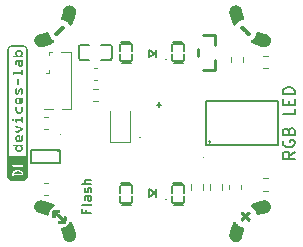
<source format=gto>
%TF.GenerationSoftware,KiCad,Pcbnew,9.0.2*%
%TF.CreationDate,2026-02-09T05:43:33+00:00*%
%TF.ProjectId,kicad_rgb_module,6b696361-645f-4726-9762-5f6d6f64756c,0.1*%
%TF.SameCoordinates,PX518a060PY47868c0*%
%TF.FileFunction,Legend,Top*%
%TF.FilePolarity,Positive*%
%FSLAX46Y46*%
G04 Gerber Fmt 4.6, Leading zero omitted, Abs format (unit mm)*
G04 Created by KiCad (PCBNEW 9.0.2) date 2026-02-09 05:43:33*
%MOMM*%
%LPD*%
G01*
G04 APERTURE LIST*
%ADD10C,0.150000*%
%ADD11C,0.010000*%
%ADD12C,0.120000*%
%ADD13C,0.075000*%
%ADD14C,0.000000*%
%ADD15C,0.250000*%
G04 APERTURE END LIST*
D10*
X12069819Y-2428571D02*
X11593628Y-2761904D01*
X12069819Y-2999999D02*
X11069819Y-2999999D01*
X11069819Y-2999999D02*
X11069819Y-2619047D01*
X11069819Y-2619047D02*
X11117438Y-2523809D01*
X11117438Y-2523809D02*
X11165057Y-2476190D01*
X11165057Y-2476190D02*
X11260295Y-2428571D01*
X11260295Y-2428571D02*
X11403152Y-2428571D01*
X11403152Y-2428571D02*
X11498390Y-2476190D01*
X11498390Y-2476190D02*
X11546009Y-2523809D01*
X11546009Y-2523809D02*
X11593628Y-2619047D01*
X11593628Y-2619047D02*
X11593628Y-2999999D01*
X11117438Y-1476190D02*
X11069819Y-1571428D01*
X11069819Y-1571428D02*
X11069819Y-1714285D01*
X11069819Y-1714285D02*
X11117438Y-1857142D01*
X11117438Y-1857142D02*
X11212676Y-1952380D01*
X11212676Y-1952380D02*
X11307914Y-1999999D01*
X11307914Y-1999999D02*
X11498390Y-2047618D01*
X11498390Y-2047618D02*
X11641247Y-2047618D01*
X11641247Y-2047618D02*
X11831723Y-1999999D01*
X11831723Y-1999999D02*
X11926961Y-1952380D01*
X11926961Y-1952380D02*
X12022200Y-1857142D01*
X12022200Y-1857142D02*
X12069819Y-1714285D01*
X12069819Y-1714285D02*
X12069819Y-1619047D01*
X12069819Y-1619047D02*
X12022200Y-1476190D01*
X12022200Y-1476190D02*
X11974580Y-1428571D01*
X11974580Y-1428571D02*
X11641247Y-1428571D01*
X11641247Y-1428571D02*
X11641247Y-1619047D01*
X11546009Y-666666D02*
X11593628Y-523809D01*
X11593628Y-523809D02*
X11641247Y-476190D01*
X11641247Y-476190D02*
X11736485Y-428571D01*
X11736485Y-428571D02*
X11879342Y-428571D01*
X11879342Y-428571D02*
X11974580Y-476190D01*
X11974580Y-476190D02*
X12022200Y-523809D01*
X12022200Y-523809D02*
X12069819Y-619047D01*
X12069819Y-619047D02*
X12069819Y-999999D01*
X12069819Y-999999D02*
X11069819Y-999999D01*
X11069819Y-999999D02*
X11069819Y-666666D01*
X11069819Y-666666D02*
X11117438Y-571428D01*
X11117438Y-571428D02*
X11165057Y-523809D01*
X11165057Y-523809D02*
X11260295Y-476190D01*
X11260295Y-476190D02*
X11355533Y-476190D01*
X11355533Y-476190D02*
X11450771Y-523809D01*
X11450771Y-523809D02*
X11498390Y-571428D01*
X11498390Y-571428D02*
X11546009Y-666666D01*
X11546009Y-666666D02*
X11546009Y-999999D01*
X12069819Y1238096D02*
X12069819Y761906D01*
X12069819Y761906D02*
X11069819Y761906D01*
X11546009Y1571430D02*
X11546009Y1904763D01*
X12069819Y2047620D02*
X12069819Y1571430D01*
X12069819Y1571430D02*
X11069819Y1571430D01*
X11069819Y1571430D02*
X11069819Y2047620D01*
X12069819Y2476192D02*
X11069819Y2476192D01*
X11069819Y2476192D02*
X11069819Y2714287D01*
X11069819Y2714287D02*
X11117438Y2857144D01*
X11117438Y2857144D02*
X11212676Y2952382D01*
X11212676Y2952382D02*
X11307914Y3000001D01*
X11307914Y3000001D02*
X11498390Y3047620D01*
X11498390Y3047620D02*
X11641247Y3047620D01*
X11641247Y3047620D02*
X11831723Y3000001D01*
X11831723Y3000001D02*
X11926961Y2952382D01*
X11926961Y2952382D02*
X12022200Y2857144D01*
X12022200Y2857144D02*
X12069819Y2714287D01*
X12069819Y2714287D02*
X12069819Y2476192D01*
X-5588753Y-7342857D02*
X-5588753Y-7609523D01*
X-5169705Y-7609523D02*
X-5969705Y-7609523D01*
X-5969705Y-7609523D02*
X-5969705Y-7228571D01*
X-5169705Y-6809524D02*
X-5207800Y-6885714D01*
X-5207800Y-6885714D02*
X-5283991Y-6923809D01*
X-5283991Y-6923809D02*
X-5969705Y-6923809D01*
X-5169705Y-6161904D02*
X-5588753Y-6161904D01*
X-5588753Y-6161904D02*
X-5664943Y-6199999D01*
X-5664943Y-6199999D02*
X-5703039Y-6276190D01*
X-5703039Y-6276190D02*
X-5703039Y-6428571D01*
X-5703039Y-6428571D02*
X-5664943Y-6504761D01*
X-5207800Y-6161904D02*
X-5169705Y-6238095D01*
X-5169705Y-6238095D02*
X-5169705Y-6428571D01*
X-5169705Y-6428571D02*
X-5207800Y-6504761D01*
X-5207800Y-6504761D02*
X-5283991Y-6542857D01*
X-5283991Y-6542857D02*
X-5360181Y-6542857D01*
X-5360181Y-6542857D02*
X-5436372Y-6504761D01*
X-5436372Y-6504761D02*
X-5474467Y-6428571D01*
X-5474467Y-6428571D02*
X-5474467Y-6238095D01*
X-5474467Y-6238095D02*
X-5512562Y-6161904D01*
X-5207800Y-5819047D02*
X-5169705Y-5742856D01*
X-5169705Y-5742856D02*
X-5169705Y-5590475D01*
X-5169705Y-5590475D02*
X-5207800Y-5514285D01*
X-5207800Y-5514285D02*
X-5283991Y-5476189D01*
X-5283991Y-5476189D02*
X-5322086Y-5476189D01*
X-5322086Y-5476189D02*
X-5398277Y-5514285D01*
X-5398277Y-5514285D02*
X-5436372Y-5590475D01*
X-5436372Y-5590475D02*
X-5436372Y-5704761D01*
X-5436372Y-5704761D02*
X-5474467Y-5780951D01*
X-5474467Y-5780951D02*
X-5550658Y-5819047D01*
X-5550658Y-5819047D02*
X-5588753Y-5819047D01*
X-5588753Y-5819047D02*
X-5664943Y-5780951D01*
X-5664943Y-5780951D02*
X-5703039Y-5704761D01*
X-5703039Y-5704761D02*
X-5703039Y-5590475D01*
X-5703039Y-5590475D02*
X-5664943Y-5514285D01*
X-5169705Y-5133332D02*
X-5969705Y-5133332D01*
X-5169705Y-4790475D02*
X-5588753Y-4790475D01*
X-5588753Y-4790475D02*
X-5664943Y-4828570D01*
X-5664943Y-4828570D02*
X-5703039Y-4904761D01*
X-5703039Y-4904761D02*
X-5703039Y-5019047D01*
X-5703039Y-5019047D02*
X-5664943Y-5095237D01*
X-5664943Y-5095237D02*
X-5626848Y-5133332D01*
D11*
%TO.C,MH1*%
X-6927224Y-8363673D02*
X-6910490Y-8370006D01*
X-6894865Y-8381443D01*
X-6879640Y-8398642D01*
X-6864105Y-8422264D01*
X-6847554Y-8452967D01*
X-6847397Y-8453278D01*
X-6790000Y-8574867D01*
X-6736573Y-8702515D01*
X-6687454Y-8835225D01*
X-6642980Y-8972001D01*
X-6603489Y-9111845D01*
X-6569317Y-9253759D01*
X-6556904Y-9312399D01*
X-6546097Y-9371876D01*
X-6539184Y-9425010D01*
X-6536127Y-9472352D01*
X-6536888Y-9514455D01*
X-6540758Y-9548042D01*
X-6555251Y-9611477D01*
X-6576627Y-9671259D01*
X-6604648Y-9727037D01*
X-6639073Y-9778463D01*
X-6679664Y-9825185D01*
X-6726181Y-9866853D01*
X-6778386Y-9903118D01*
X-6786696Y-9908072D01*
X-6839411Y-9934367D01*
X-6895643Y-9954077D01*
X-6954325Y-9967096D01*
X-7014388Y-9973317D01*
X-7074762Y-9972633D01*
X-7134380Y-9964938D01*
X-7192174Y-9950126D01*
X-7195991Y-9948864D01*
X-7252049Y-9925950D01*
X-7304999Y-9896150D01*
X-7354154Y-9860135D01*
X-7398828Y-9818572D01*
X-7438335Y-9772129D01*
X-7471988Y-9721476D01*
X-7499101Y-9667280D01*
X-7507775Y-9645271D01*
X-7512325Y-9630982D01*
X-7517856Y-9610760D01*
X-7523903Y-9586476D01*
X-7530000Y-9560000D01*
X-7535681Y-9533206D01*
X-7535769Y-9532767D01*
X-7557396Y-9433038D01*
X-7580987Y-9339270D01*
X-7607103Y-9249615D01*
X-7636304Y-9162220D01*
X-7669150Y-9075237D01*
X-7688702Y-9027540D01*
X-7702382Y-8993032D01*
X-7711758Y-8964200D01*
X-7716883Y-8940083D01*
X-7717811Y-8919725D01*
X-7714596Y-8902166D01*
X-7707291Y-8886446D01*
X-7697340Y-8873166D01*
X-7688390Y-8863901D01*
X-7678680Y-8856235D01*
X-7666824Y-8849499D01*
X-7651432Y-8843023D01*
X-7631119Y-8836136D01*
X-7604496Y-8828169D01*
X-7603610Y-8827913D01*
X-7546819Y-8810229D01*
X-7495088Y-8791184D01*
X-7445545Y-8769657D01*
X-7412484Y-8753463D01*
X-7337350Y-8710725D01*
X-7265772Y-8661201D01*
X-7198476Y-8605521D01*
X-7136191Y-8544317D01*
X-7079644Y-8478220D01*
X-7051882Y-8440899D01*
X-7029949Y-8412101D01*
X-7009615Y-8390350D01*
X-6990154Y-8375105D01*
X-6970837Y-8365825D01*
X-6950940Y-8361966D01*
X-6945775Y-8361785D01*
X-6927224Y-8363673D01*
G36*
X-6927224Y-8363673D02*
G01*
X-6910490Y-8370006D01*
X-6894865Y-8381443D01*
X-6879640Y-8398642D01*
X-6864105Y-8422264D01*
X-6847554Y-8452967D01*
X-6847397Y-8453278D01*
X-6790000Y-8574867D01*
X-6736573Y-8702515D01*
X-6687454Y-8835225D01*
X-6642980Y-8972001D01*
X-6603489Y-9111845D01*
X-6569317Y-9253759D01*
X-6556904Y-9312399D01*
X-6546097Y-9371876D01*
X-6539184Y-9425010D01*
X-6536127Y-9472352D01*
X-6536888Y-9514455D01*
X-6540758Y-9548042D01*
X-6555251Y-9611477D01*
X-6576627Y-9671259D01*
X-6604648Y-9727037D01*
X-6639073Y-9778463D01*
X-6679664Y-9825185D01*
X-6726181Y-9866853D01*
X-6778386Y-9903118D01*
X-6786696Y-9908072D01*
X-6839411Y-9934367D01*
X-6895643Y-9954077D01*
X-6954325Y-9967096D01*
X-7014388Y-9973317D01*
X-7074762Y-9972633D01*
X-7134380Y-9964938D01*
X-7192174Y-9950126D01*
X-7195991Y-9948864D01*
X-7252049Y-9925950D01*
X-7304999Y-9896150D01*
X-7354154Y-9860135D01*
X-7398828Y-9818572D01*
X-7438335Y-9772129D01*
X-7471988Y-9721476D01*
X-7499101Y-9667280D01*
X-7507775Y-9645271D01*
X-7512325Y-9630982D01*
X-7517856Y-9610760D01*
X-7523903Y-9586476D01*
X-7530000Y-9560000D01*
X-7535681Y-9533206D01*
X-7535769Y-9532767D01*
X-7557396Y-9433038D01*
X-7580987Y-9339270D01*
X-7607103Y-9249615D01*
X-7636304Y-9162220D01*
X-7669150Y-9075237D01*
X-7688702Y-9027540D01*
X-7702382Y-8993032D01*
X-7711758Y-8964200D01*
X-7716883Y-8940083D01*
X-7717811Y-8919725D01*
X-7714596Y-8902166D01*
X-7707291Y-8886446D01*
X-7697340Y-8873166D01*
X-7688390Y-8863901D01*
X-7678680Y-8856235D01*
X-7666824Y-8849499D01*
X-7651432Y-8843023D01*
X-7631119Y-8836136D01*
X-7604496Y-8828169D01*
X-7603610Y-8827913D01*
X-7546819Y-8810229D01*
X-7495088Y-8791184D01*
X-7445545Y-8769657D01*
X-7412484Y-8753463D01*
X-7337350Y-8710725D01*
X-7265772Y-8661201D01*
X-7198476Y-8605521D01*
X-7136191Y-8544317D01*
X-7079644Y-8478220D01*
X-7051882Y-8440899D01*
X-7029949Y-8412101D01*
X-7009615Y-8390350D01*
X-6990154Y-8375105D01*
X-6970837Y-8365825D01*
X-6950940Y-8361966D01*
X-6945775Y-8361785D01*
X-6927224Y-8363673D01*
G37*
X-9468100Y-6540072D02*
X-9446415Y-6540449D01*
X-9425452Y-6541453D01*
X-9404209Y-6543246D01*
X-9381681Y-6545989D01*
X-9356864Y-6549844D01*
X-9328754Y-6554973D01*
X-9296347Y-6561536D01*
X-9258640Y-6569696D01*
X-9214627Y-6579615D01*
X-9196241Y-6583833D01*
X-9082828Y-6612346D01*
X-8966649Y-6646141D01*
X-8849561Y-6684552D01*
X-8733420Y-6726912D01*
X-8620083Y-6772554D01*
X-8511407Y-6820813D01*
X-8440238Y-6855223D01*
X-8412711Y-6869708D01*
X-8391680Y-6882502D01*
X-8376108Y-6894416D01*
X-8364956Y-6906258D01*
X-8357187Y-6918838D01*
X-8356314Y-6920695D01*
X-8350339Y-6938729D01*
X-8350391Y-6955553D01*
X-8354346Y-6969794D01*
X-8365200Y-6989506D01*
X-8383521Y-7009753D01*
X-8408901Y-7030098D01*
X-8413687Y-7033399D01*
X-8486919Y-7087473D01*
X-8554387Y-7146677D01*
X-8615849Y-7210718D01*
X-8671065Y-7279304D01*
X-8719791Y-7352140D01*
X-8761786Y-7428936D01*
X-8787294Y-7485486D01*
X-8799639Y-7516677D01*
X-8810859Y-7548070D01*
X-8821609Y-7581691D01*
X-8832546Y-7619568D01*
X-8841402Y-7652506D01*
X-8846714Y-7670749D01*
X-8852129Y-7683797D01*
X-8858968Y-7694298D01*
X-8866421Y-7702719D01*
X-8881984Y-7716158D01*
X-8898371Y-7724237D01*
X-8916682Y-7727000D01*
X-8938014Y-7724492D01*
X-8963466Y-7716757D01*
X-8985897Y-7707562D01*
X-9106416Y-7658118D01*
X-9230705Y-7614836D01*
X-9359347Y-7577536D01*
X-9492924Y-7546036D01*
X-9523605Y-7539752D01*
X-9558288Y-7532651D01*
X-9586669Y-7526339D01*
X-9610288Y-7520367D01*
X-9630682Y-7514290D01*
X-9649391Y-7507661D01*
X-9667953Y-7500031D01*
X-9681791Y-7493807D01*
X-9734772Y-7465068D01*
X-9783839Y-7429923D01*
X-9828423Y-7389101D01*
X-9867951Y-7343330D01*
X-9901852Y-7293338D01*
X-9929555Y-7239854D01*
X-9950489Y-7183607D01*
X-9962136Y-7136287D01*
X-9970260Y-7073528D01*
X-9970797Y-7011899D01*
X-9964073Y-6951884D01*
X-9950414Y-6893968D01*
X-9930144Y-6838639D01*
X-9903589Y-6786380D01*
X-9871073Y-6737677D01*
X-9832923Y-6693016D01*
X-9789463Y-6652881D01*
X-9741018Y-6617760D01*
X-9687914Y-6588136D01*
X-9630476Y-6564495D01*
X-9569029Y-6547323D01*
X-9567319Y-6546954D01*
X-9549637Y-6543772D01*
X-9530395Y-6541648D01*
X-9507696Y-6540451D01*
X-9479648Y-6540049D01*
X-9468100Y-6540072D01*
G36*
X-9468100Y-6540072D02*
G01*
X-9446415Y-6540449D01*
X-9425452Y-6541453D01*
X-9404209Y-6543246D01*
X-9381681Y-6545989D01*
X-9356864Y-6549844D01*
X-9328754Y-6554973D01*
X-9296347Y-6561536D01*
X-9258640Y-6569696D01*
X-9214627Y-6579615D01*
X-9196241Y-6583833D01*
X-9082828Y-6612346D01*
X-8966649Y-6646141D01*
X-8849561Y-6684552D01*
X-8733420Y-6726912D01*
X-8620083Y-6772554D01*
X-8511407Y-6820813D01*
X-8440238Y-6855223D01*
X-8412711Y-6869708D01*
X-8391680Y-6882502D01*
X-8376108Y-6894416D01*
X-8364956Y-6906258D01*
X-8357187Y-6918838D01*
X-8356314Y-6920695D01*
X-8350339Y-6938729D01*
X-8350391Y-6955553D01*
X-8354346Y-6969794D01*
X-8365200Y-6989506D01*
X-8383521Y-7009753D01*
X-8408901Y-7030098D01*
X-8413687Y-7033399D01*
X-8486919Y-7087473D01*
X-8554387Y-7146677D01*
X-8615849Y-7210718D01*
X-8671065Y-7279304D01*
X-8719791Y-7352140D01*
X-8761786Y-7428936D01*
X-8787294Y-7485486D01*
X-8799639Y-7516677D01*
X-8810859Y-7548070D01*
X-8821609Y-7581691D01*
X-8832546Y-7619568D01*
X-8841402Y-7652506D01*
X-8846714Y-7670749D01*
X-8852129Y-7683797D01*
X-8858968Y-7694298D01*
X-8866421Y-7702719D01*
X-8881984Y-7716158D01*
X-8898371Y-7724237D01*
X-8916682Y-7727000D01*
X-8938014Y-7724492D01*
X-8963466Y-7716757D01*
X-8985897Y-7707562D01*
X-9106416Y-7658118D01*
X-9230705Y-7614836D01*
X-9359347Y-7577536D01*
X-9492924Y-7546036D01*
X-9523605Y-7539752D01*
X-9558288Y-7532651D01*
X-9586669Y-7526339D01*
X-9610288Y-7520367D01*
X-9630682Y-7514290D01*
X-9649391Y-7507661D01*
X-9667953Y-7500031D01*
X-9681791Y-7493807D01*
X-9734772Y-7465068D01*
X-9783839Y-7429923D01*
X-9828423Y-7389101D01*
X-9867951Y-7343330D01*
X-9901852Y-7293338D01*
X-9929555Y-7239854D01*
X-9950489Y-7183607D01*
X-9962136Y-7136287D01*
X-9970260Y-7073528D01*
X-9970797Y-7011899D01*
X-9964073Y-6951884D01*
X-9950414Y-6893968D01*
X-9930144Y-6838639D01*
X-9903589Y-6786380D01*
X-9871073Y-6737677D01*
X-9832923Y-6693016D01*
X-9789463Y-6652881D01*
X-9741018Y-6617760D01*
X-9687914Y-6588136D01*
X-9630476Y-6564495D01*
X-9569029Y-6547323D01*
X-9567319Y-6546954D01*
X-9549637Y-6543772D01*
X-9530395Y-6541648D01*
X-9507696Y-6540451D01*
X-9479648Y-6540049D01*
X-9468100Y-6540072D01*
G37*
X-7964282Y-7304831D02*
X-7956004Y-7306451D01*
X-7948531Y-7308923D01*
X-7946717Y-7309658D01*
X-7926651Y-7321473D01*
X-7908399Y-7338391D01*
X-7895341Y-7356916D01*
X-7889021Y-7375281D01*
X-7886342Y-7397524D01*
X-7887305Y-7420490D01*
X-7891913Y-7441025D01*
X-7895287Y-7448844D01*
X-7906301Y-7464927D01*
X-7921061Y-7480302D01*
X-7936929Y-7492456D01*
X-7946113Y-7497250D01*
X-7953555Y-7499582D01*
X-7967356Y-7503279D01*
X-7986129Y-7507993D01*
X-8008482Y-7513377D01*
X-8033026Y-7519082D01*
X-8037082Y-7520005D01*
X-8060965Y-7525466D01*
X-8082059Y-7530363D01*
X-8099196Y-7534417D01*
X-8111207Y-7537353D01*
X-8116927Y-7538893D01*
X-8117234Y-7539025D01*
X-8114666Y-7541714D01*
X-8106885Y-7548445D01*
X-8094921Y-7558357D01*
X-8079805Y-7570592D01*
X-8069893Y-7578499D01*
X-7950758Y-7678104D01*
X-7836829Y-7783700D01*
X-7728115Y-7895278D01*
X-7624622Y-8012832D01*
X-7575743Y-8072709D01*
X-7561845Y-8089815D01*
X-7549589Y-8104241D01*
X-7539827Y-8115039D01*
X-7533407Y-8121261D01*
X-7531257Y-8122318D01*
X-7529568Y-8117732D01*
X-7526289Y-8106603D01*
X-7521739Y-8090097D01*
X-7516236Y-8069375D01*
X-7510098Y-8045601D01*
X-7507650Y-8035948D01*
X-7499793Y-8004998D01*
X-7493445Y-7980698D01*
X-7488219Y-7961991D01*
X-7483727Y-7947820D01*
X-7479583Y-7937128D01*
X-7475400Y-7928856D01*
X-7470791Y-7921947D01*
X-7465369Y-7915344D01*
X-7462249Y-7911845D01*
X-7441788Y-7894613D01*
X-7418455Y-7883937D01*
X-7393563Y-7879633D01*
X-7368428Y-7881513D01*
X-7344365Y-7889393D01*
X-7322688Y-7903085D01*
X-7304712Y-7922404D01*
X-7296945Y-7935233D01*
X-7291914Y-7946367D01*
X-7288606Y-7957519D01*
X-7287107Y-7969792D01*
X-7287506Y-7984288D01*
X-7289888Y-8002110D01*
X-7294342Y-8024360D01*
X-7300954Y-8052141D01*
X-7308509Y-8081588D01*
X-7315878Y-8109832D01*
X-7324678Y-8143674D01*
X-7334366Y-8181024D01*
X-7344401Y-8219791D01*
X-7354240Y-8257884D01*
X-7362945Y-8291666D01*
X-7372521Y-8328545D01*
X-7380605Y-8358575D01*
X-7387567Y-8382622D01*
X-7393775Y-8401553D01*
X-7399600Y-8416236D01*
X-7405409Y-8427538D01*
X-7411573Y-8436324D01*
X-7418460Y-8443463D01*
X-7426440Y-8449821D01*
X-7431906Y-8453622D01*
X-7437984Y-8457585D01*
X-7443925Y-8460894D01*
X-7450423Y-8463569D01*
X-7458168Y-8465630D01*
X-7467853Y-8467096D01*
X-7480170Y-8467988D01*
X-7495810Y-8468325D01*
X-7515466Y-8468128D01*
X-7539830Y-8467416D01*
X-7569593Y-8466209D01*
X-7605448Y-8464528D01*
X-7648087Y-8462392D01*
X-7679845Y-8460764D01*
X-7719694Y-8458655D01*
X-7757522Y-8456536D01*
X-7792512Y-8454462D01*
X-7823849Y-8452486D01*
X-7850718Y-8450661D01*
X-7872303Y-8449042D01*
X-7887788Y-8447682D01*
X-7896358Y-8446635D01*
X-7897300Y-8446435D01*
X-7920588Y-8436478D01*
X-7939627Y-8420904D01*
X-7954050Y-8401024D01*
X-7963486Y-8378146D01*
X-7967568Y-8353579D01*
X-7965926Y-8328632D01*
X-7958191Y-8304615D01*
X-7943994Y-8282836D01*
X-7943551Y-8282329D01*
X-7927507Y-8267945D01*
X-7908797Y-8256783D01*
X-7907539Y-8256227D01*
X-7899685Y-8253014D01*
X-7892427Y-8250730D01*
X-7884347Y-8249280D01*
X-7874027Y-8248564D01*
X-7860048Y-8248486D01*
X-7840991Y-8248948D01*
X-7815438Y-8249852D01*
X-7815116Y-8249864D01*
X-7789965Y-8250888D01*
X-7765599Y-8252033D01*
X-7743931Y-8253198D01*
X-7726877Y-8254283D01*
X-7718415Y-8254967D01*
X-7708477Y-8255936D01*
X-7701486Y-8256149D01*
X-7697714Y-8254836D01*
X-7697431Y-8251232D01*
X-7700910Y-8244569D01*
X-7708422Y-8234080D01*
X-7720237Y-8218997D01*
X-7736627Y-8198552D01*
X-7739720Y-8194698D01*
X-7809142Y-8111622D01*
X-7883173Y-8029536D01*
X-7960586Y-7949640D01*
X-8040154Y-7873134D01*
X-8120650Y-7801218D01*
X-8200846Y-7735090D01*
X-8243237Y-7702480D01*
X-8258607Y-7690964D01*
X-8256073Y-7726534D01*
X-8255110Y-7743577D01*
X-8254201Y-7766028D01*
X-8253431Y-7791357D01*
X-8252884Y-7817034D01*
X-8252761Y-7825604D01*
X-8252590Y-7850786D01*
X-8252860Y-7869488D01*
X-8253686Y-7883160D01*
X-8255180Y-7893252D01*
X-8257455Y-7901216D01*
X-8258977Y-7904979D01*
X-8273147Y-7927779D01*
X-8292882Y-7946228D01*
X-8316564Y-7959267D01*
X-8342573Y-7965837D01*
X-8352881Y-7966417D01*
X-8378604Y-7962783D01*
X-8402888Y-7952630D01*
X-8424002Y-7937081D01*
X-8440217Y-7917260D01*
X-8446009Y-7905947D01*
X-8447904Y-7901109D01*
X-8449545Y-7895913D01*
X-8450976Y-7889691D01*
X-8452243Y-7881775D01*
X-8453389Y-7871499D01*
X-8454459Y-7858194D01*
X-8455497Y-7841193D01*
X-8456548Y-7819827D01*
X-8457655Y-7793431D01*
X-8458863Y-7761335D01*
X-8460216Y-7722873D01*
X-8461759Y-7677377D01*
X-8462347Y-7659816D01*
X-8463863Y-7613978D01*
X-8465055Y-7575345D01*
X-8465865Y-7543191D01*
X-8466239Y-7516787D01*
X-8466120Y-7495406D01*
X-8465453Y-7478322D01*
X-8464182Y-7464805D01*
X-8462252Y-7454130D01*
X-8459607Y-7445567D01*
X-8456190Y-7438392D01*
X-8451948Y-7431874D01*
X-8446822Y-7425288D01*
X-8444138Y-7422016D01*
X-8432628Y-7411144D01*
X-8417438Y-7400826D01*
X-8401219Y-7392524D01*
X-8386619Y-7387704D01*
X-8380875Y-7387057D01*
X-8375033Y-7386188D01*
X-8362270Y-7383701D01*
X-8343400Y-7379771D01*
X-8319234Y-7374575D01*
X-8290584Y-7368290D01*
X-8258263Y-7361091D01*
X-8223082Y-7353155D01*
X-8189019Y-7345385D01*
X-8142404Y-7334755D01*
X-8102812Y-7325894D01*
X-8069552Y-7318700D01*
X-8041933Y-7313071D01*
X-8019265Y-7308904D01*
X-8000857Y-7306099D01*
X-7986018Y-7304553D01*
X-7974056Y-7304164D01*
X-7964282Y-7304831D01*
G36*
X-7964282Y-7304831D02*
G01*
X-7956004Y-7306451D01*
X-7948531Y-7308923D01*
X-7946717Y-7309658D01*
X-7926651Y-7321473D01*
X-7908399Y-7338391D01*
X-7895341Y-7356916D01*
X-7889021Y-7375281D01*
X-7886342Y-7397524D01*
X-7887305Y-7420490D01*
X-7891913Y-7441025D01*
X-7895287Y-7448844D01*
X-7906301Y-7464927D01*
X-7921061Y-7480302D01*
X-7936929Y-7492456D01*
X-7946113Y-7497250D01*
X-7953555Y-7499582D01*
X-7967356Y-7503279D01*
X-7986129Y-7507993D01*
X-8008482Y-7513377D01*
X-8033026Y-7519082D01*
X-8037082Y-7520005D01*
X-8060965Y-7525466D01*
X-8082059Y-7530363D01*
X-8099196Y-7534417D01*
X-8111207Y-7537353D01*
X-8116927Y-7538893D01*
X-8117234Y-7539025D01*
X-8114666Y-7541714D01*
X-8106885Y-7548445D01*
X-8094921Y-7558357D01*
X-8079805Y-7570592D01*
X-8069893Y-7578499D01*
X-7950758Y-7678104D01*
X-7836829Y-7783700D01*
X-7728115Y-7895278D01*
X-7624622Y-8012832D01*
X-7575743Y-8072709D01*
X-7561845Y-8089815D01*
X-7549589Y-8104241D01*
X-7539827Y-8115039D01*
X-7533407Y-8121261D01*
X-7531257Y-8122318D01*
X-7529568Y-8117732D01*
X-7526289Y-8106603D01*
X-7521739Y-8090097D01*
X-7516236Y-8069375D01*
X-7510098Y-8045601D01*
X-7507650Y-8035948D01*
X-7499793Y-8004998D01*
X-7493445Y-7980698D01*
X-7488219Y-7961991D01*
X-7483727Y-7947820D01*
X-7479583Y-7937128D01*
X-7475400Y-7928856D01*
X-7470791Y-7921947D01*
X-7465369Y-7915344D01*
X-7462249Y-7911845D01*
X-7441788Y-7894613D01*
X-7418455Y-7883937D01*
X-7393563Y-7879633D01*
X-7368428Y-7881513D01*
X-7344365Y-7889393D01*
X-7322688Y-7903085D01*
X-7304712Y-7922404D01*
X-7296945Y-7935233D01*
X-7291914Y-7946367D01*
X-7288606Y-7957519D01*
X-7287107Y-7969792D01*
X-7287506Y-7984288D01*
X-7289888Y-8002110D01*
X-7294342Y-8024360D01*
X-7300954Y-8052141D01*
X-7308509Y-8081588D01*
X-7315878Y-8109832D01*
X-7324678Y-8143674D01*
X-7334366Y-8181024D01*
X-7344401Y-8219791D01*
X-7354240Y-8257884D01*
X-7362945Y-8291666D01*
X-7372521Y-8328545D01*
X-7380605Y-8358575D01*
X-7387567Y-8382622D01*
X-7393775Y-8401553D01*
X-7399600Y-8416236D01*
X-7405409Y-8427538D01*
X-7411573Y-8436324D01*
X-7418460Y-8443463D01*
X-7426440Y-8449821D01*
X-7431906Y-8453622D01*
X-7437984Y-8457585D01*
X-7443925Y-8460894D01*
X-7450423Y-8463569D01*
X-7458168Y-8465630D01*
X-7467853Y-8467096D01*
X-7480170Y-8467988D01*
X-7495810Y-8468325D01*
X-7515466Y-8468128D01*
X-7539830Y-8467416D01*
X-7569593Y-8466209D01*
X-7605448Y-8464528D01*
X-7648087Y-8462392D01*
X-7679845Y-8460764D01*
X-7719694Y-8458655D01*
X-7757522Y-8456536D01*
X-7792512Y-8454462D01*
X-7823849Y-8452486D01*
X-7850718Y-8450661D01*
X-7872303Y-8449042D01*
X-7887788Y-8447682D01*
X-7896358Y-8446635D01*
X-7897300Y-8446435D01*
X-7920588Y-8436478D01*
X-7939627Y-8420904D01*
X-7954050Y-8401024D01*
X-7963486Y-8378146D01*
X-7967568Y-8353579D01*
X-7965926Y-8328632D01*
X-7958191Y-8304615D01*
X-7943994Y-8282836D01*
X-7943551Y-8282329D01*
X-7927507Y-8267945D01*
X-7908797Y-8256783D01*
X-7907539Y-8256227D01*
X-7899685Y-8253014D01*
X-7892427Y-8250730D01*
X-7884347Y-8249280D01*
X-7874027Y-8248564D01*
X-7860048Y-8248486D01*
X-7840991Y-8248948D01*
X-7815438Y-8249852D01*
X-7815116Y-8249864D01*
X-7789965Y-8250888D01*
X-7765599Y-8252033D01*
X-7743931Y-8253198D01*
X-7726877Y-8254283D01*
X-7718415Y-8254967D01*
X-7708477Y-8255936D01*
X-7701486Y-8256149D01*
X-7697714Y-8254836D01*
X-7697431Y-8251232D01*
X-7700910Y-8244569D01*
X-7708422Y-8234080D01*
X-7720237Y-8218997D01*
X-7736627Y-8198552D01*
X-7739720Y-8194698D01*
X-7809142Y-8111622D01*
X-7883173Y-8029536D01*
X-7960586Y-7949640D01*
X-8040154Y-7873134D01*
X-8120650Y-7801218D01*
X-8200846Y-7735090D01*
X-8243237Y-7702480D01*
X-8258607Y-7690964D01*
X-8256073Y-7726534D01*
X-8255110Y-7743577D01*
X-8254201Y-7766028D01*
X-8253431Y-7791357D01*
X-8252884Y-7817034D01*
X-8252761Y-7825604D01*
X-8252590Y-7850786D01*
X-8252860Y-7869488D01*
X-8253686Y-7883160D01*
X-8255180Y-7893252D01*
X-8257455Y-7901216D01*
X-8258977Y-7904979D01*
X-8273147Y-7927779D01*
X-8292882Y-7946228D01*
X-8316564Y-7959267D01*
X-8342573Y-7965837D01*
X-8352881Y-7966417D01*
X-8378604Y-7962783D01*
X-8402888Y-7952630D01*
X-8424002Y-7937081D01*
X-8440217Y-7917260D01*
X-8446009Y-7905947D01*
X-8447904Y-7901109D01*
X-8449545Y-7895913D01*
X-8450976Y-7889691D01*
X-8452243Y-7881775D01*
X-8453389Y-7871499D01*
X-8454459Y-7858194D01*
X-8455497Y-7841193D01*
X-8456548Y-7819827D01*
X-8457655Y-7793431D01*
X-8458863Y-7761335D01*
X-8460216Y-7722873D01*
X-8461759Y-7677377D01*
X-8462347Y-7659816D01*
X-8463863Y-7613978D01*
X-8465055Y-7575345D01*
X-8465865Y-7543191D01*
X-8466239Y-7516787D01*
X-8466120Y-7495406D01*
X-8465453Y-7478322D01*
X-8464182Y-7464805D01*
X-8462252Y-7454130D01*
X-8459607Y-7445567D01*
X-8456190Y-7438392D01*
X-8451948Y-7431874D01*
X-8446822Y-7425288D01*
X-8444138Y-7422016D01*
X-8432628Y-7411144D01*
X-8417438Y-7400826D01*
X-8401219Y-7392524D01*
X-8386619Y-7387704D01*
X-8380875Y-7387057D01*
X-8375033Y-7386188D01*
X-8362270Y-7383701D01*
X-8343400Y-7379771D01*
X-8319234Y-7374575D01*
X-8290584Y-7368290D01*
X-8258263Y-7361091D01*
X-8223082Y-7353155D01*
X-8189019Y-7345385D01*
X-8142404Y-7334755D01*
X-8102812Y-7325894D01*
X-8069552Y-7318700D01*
X-8041933Y-7313071D01*
X-8019265Y-7308904D01*
X-8000857Y-7306099D01*
X-7986018Y-7304553D01*
X-7974056Y-7304164D01*
X-7964282Y-7304831D01*
G37*
D12*
%TO.C,R2*%
X3277500Y-5162742D02*
X3277500Y-5637258D01*
X4322500Y-5162742D02*
X4322500Y-5637258D01*
%TO.C,C1*%
X-4940580Y4710000D02*
X-4659420Y4710000D01*
X-4940580Y3690000D02*
X-4659420Y3690000D01*
%TO.C,U2*%
D10*
X-7775000Y-3375000D02*
X-10225000Y-3375000D01*
X-10225000Y-2225000D01*
X-7775000Y-2225000D01*
X-7775000Y-3375000D01*
D13*
X-7937500Y-2425000D02*
G75*
G02*
X-8012500Y-2425000I-37500J0D01*
G01*
X-8012500Y-2425000D02*
G75*
G02*
X-7937500Y-2425000I37500J0D01*
G01*
X-7737500Y-975000D02*
G75*
G02*
X-7812500Y-975000I-37500J0D01*
G01*
X-7812500Y-975000D02*
G75*
G02*
X-7737500Y-975000I37500J0D01*
G01*
D12*
%TO.C,J1*%
X-9117500Y1187000D02*
X-8355500Y1187000D01*
X-8990500Y4235000D02*
X-8736500Y4235000D01*
X-8736500Y6013000D02*
X-8482500Y6013000D01*
X-8736500Y5759000D02*
X-8736500Y6013000D01*
X-8736500Y4235000D02*
X-8736500Y4489000D01*
X-7720500Y6013000D02*
X-6831500Y6013000D01*
X-6831500Y6013000D02*
X-6831500Y1187000D01*
X-6831500Y1187000D02*
X-7593500Y1187000D01*
D10*
%TO.C,D8*%
X375000Y1575000D02*
X750000Y1575000D01*
X562500Y1387500D02*
X562500Y1762500D01*
D13*
X-987500Y-1175000D02*
G75*
G02*
X-1062500Y-1175000I-37500J0D01*
G01*
X-1062500Y-1175000D02*
G75*
G02*
X-987500Y-1175000I37500J0D01*
G01*
D12*
%TO.C,C2*%
X6490000Y-5259420D02*
X6490000Y-5540580D01*
X7510000Y-5259420D02*
X7510000Y-5540580D01*
%TO.C,U1*%
D10*
X4575000Y1875000D02*
X10625000Y1875000D01*
X10625000Y-1875000D01*
X4575000Y-1875000D01*
X4575000Y1875000D01*
D13*
X4387500Y-2875000D02*
G75*
G02*
X4312500Y-2875000I-37500J0D01*
G01*
X4312500Y-2875000D02*
G75*
G02*
X4387500Y-2875000I37500J0D01*
G01*
D10*
X4950000Y-1575000D02*
G75*
G02*
X4800000Y-1575000I-75000J0D01*
G01*
X4800000Y-1575000D02*
G75*
G02*
X4950000Y-1575000I75000J0D01*
G01*
%TO.C,D7*%
X-300000Y6225000D02*
X-300000Y5575000D01*
X250000Y5900000D02*
X-300000Y6225000D01*
X250000Y5900000D02*
X-300000Y5575000D01*
X300000Y6225000D02*
X300000Y5575000D01*
D13*
X1212500Y5375000D02*
G75*
G02*
X1137500Y5375000I-37500J0D01*
G01*
X1137500Y5375000D02*
G75*
G02*
X1212500Y5375000I37500J0D01*
G01*
D10*
%TO.C,FB1*%
X-6220000Y6520000D02*
X-6070000Y6650000D01*
X-6220000Y5500000D02*
X-6220000Y6520000D01*
X-6070000Y6650000D02*
X-5310000Y6650000D01*
X-6070000Y5350000D02*
X-6220000Y5500000D01*
X-6070000Y5350000D02*
X-5310000Y5350000D01*
X-3530000Y6650000D02*
X-3370000Y6500000D01*
X-3520000Y6650000D02*
X-4290000Y6650000D01*
X-3520000Y5350000D02*
X-4290000Y5350000D01*
X-3370000Y6500000D02*
X-3370000Y5490000D01*
X-3370000Y5490000D02*
X-3530000Y5350000D01*
D12*
%TO.C,C4*%
X-8859420Y-5090000D02*
X-9140580Y-5090000D01*
X-8859420Y-6110000D02*
X-9140580Y-6110000D01*
D14*
%TO.C,G\u002A\u002A\u002A*%
G36*
X-11361884Y3770334D02*
G01*
X-11353170Y3770274D01*
X-11345044Y3770209D01*
X-11338244Y3770147D01*
X-11332628Y3770080D01*
X-11328054Y3770001D01*
X-11324380Y3769904D01*
X-11321461Y3769782D01*
X-11319157Y3769628D01*
X-11317325Y3769436D01*
X-11315821Y3769199D01*
X-11314503Y3768910D01*
X-11313230Y3768562D01*
X-11312524Y3768352D01*
X-11302439Y3764565D01*
X-11293147Y3759562D01*
X-11284706Y3753377D01*
X-11277170Y3746047D01*
X-11275924Y3744621D01*
X-11271441Y3738841D01*
X-11267765Y3732868D01*
X-11264687Y3726305D01*
X-11261997Y3718752D01*
X-11261517Y3717187D01*
X-11259974Y3712044D01*
X-11259881Y3485757D01*
X-11259875Y3467593D01*
X-11259870Y3449798D01*
X-11259868Y3432429D01*
X-11259868Y3415544D01*
X-11259869Y3399199D01*
X-11259873Y3383451D01*
X-11259878Y3368356D01*
X-11259885Y3353972D01*
X-11259894Y3340354D01*
X-11259904Y3327561D01*
X-11259916Y3315648D01*
X-11259930Y3304673D01*
X-11259945Y3294692D01*
X-11259961Y3285762D01*
X-11259979Y3277939D01*
X-11259999Y3271281D01*
X-11260019Y3265845D01*
X-11260041Y3261687D01*
X-11260064Y3258863D01*
X-11260088Y3257431D01*
X-11260097Y3257266D01*
X-11262150Y3247790D01*
X-11265537Y3238762D01*
X-11270163Y3230290D01*
X-11275932Y3222482D01*
X-11282747Y3215447D01*
X-11290515Y3209292D01*
X-11299138Y3204126D01*
X-11308522Y3200057D01*
X-11311528Y3199049D01*
X-11317985Y3197026D01*
X-11355454Y3197024D01*
X-11363844Y3197024D01*
X-11370903Y3197032D01*
X-11376767Y3197051D01*
X-11381577Y3197088D01*
X-11385468Y3197147D01*
X-11388580Y3197234D01*
X-11391050Y3197355D01*
X-11393016Y3197514D01*
X-11394616Y3197717D01*
X-11395988Y3197969D01*
X-11397270Y3198276D01*
X-11398600Y3198643D01*
X-11398802Y3198701D01*
X-11407973Y3202055D01*
X-11416603Y3206654D01*
X-11424558Y3212363D01*
X-11431704Y3219046D01*
X-11437904Y3226567D01*
X-11443025Y3234791D01*
X-11446932Y3243581D01*
X-11448570Y3248817D01*
X-11450231Y3255062D01*
X-11450231Y3483553D01*
X-11450231Y3712044D01*
X-11448532Y3717922D01*
X-11446451Y3723884D01*
X-11443641Y3730181D01*
X-11440387Y3736231D01*
X-11436978Y3741457D01*
X-11436649Y3741899D01*
X-11430840Y3748699D01*
X-11424232Y3754850D01*
X-11417106Y3760135D01*
X-11409746Y3764337D01*
X-11404703Y3766482D01*
X-11402171Y3767377D01*
X-11399816Y3768130D01*
X-11397488Y3768752D01*
X-11395039Y3769254D01*
X-11392317Y3769647D01*
X-11389174Y3769942D01*
X-11385459Y3770150D01*
X-11381023Y3770282D01*
X-11375714Y3770350D01*
X-11369385Y3770363D01*
X-11361884Y3770334D01*
G37*
G36*
X-11763597Y362846D02*
G01*
X-11755725Y362720D01*
X-11748973Y362482D01*
X-11743166Y362106D01*
X-11738130Y361568D01*
X-11733692Y360844D01*
X-11729677Y359911D01*
X-11725912Y358743D01*
X-11722221Y357317D01*
X-11718430Y355609D01*
X-11717661Y355239D01*
X-11708888Y350218D01*
X-11700983Y344140D01*
X-11694040Y337132D01*
X-11688153Y329320D01*
X-11683417Y320832D01*
X-11679927Y311792D01*
X-11677775Y302328D01*
X-11677671Y301610D01*
X-11677503Y299617D01*
X-11677358Y296354D01*
X-11677237Y292009D01*
X-11677139Y286773D01*
X-11677064Y280836D01*
X-11677013Y274386D01*
X-11676985Y267614D01*
X-11676980Y260709D01*
X-11676999Y253862D01*
X-11677041Y247262D01*
X-11677106Y241099D01*
X-11677195Y235562D01*
X-11677307Y230842D01*
X-11677442Y227127D01*
X-11677600Y224608D01*
X-11677677Y223926D01*
X-11679630Y214901D01*
X-11682742Y206115D01*
X-11686855Y197963D01*
X-11689634Y193688D01*
X-11692461Y190158D01*
X-11696125Y186197D01*
X-11700240Y182183D01*
X-11704415Y178490D01*
X-11708262Y175497D01*
X-11708901Y175053D01*
X-11717668Y169953D01*
X-11726859Y166257D01*
X-11736500Y163956D01*
X-11737439Y163810D01*
X-11740053Y163570D01*
X-11743921Y163418D01*
X-11748830Y163347D01*
X-11754568Y163350D01*
X-11760920Y163421D01*
X-11767676Y163555D01*
X-11774622Y163743D01*
X-11781546Y163981D01*
X-11788234Y164262D01*
X-11794474Y164579D01*
X-11800054Y164926D01*
X-11804760Y165297D01*
X-11808381Y165685D01*
X-11810233Y165979D01*
X-11820074Y168691D01*
X-11829249Y172685D01*
X-11837668Y177894D01*
X-11845247Y184250D01*
X-11851897Y191686D01*
X-11857532Y200135D01*
X-11859832Y204492D01*
X-11861280Y207494D01*
X-11862512Y210185D01*
X-11863545Y212711D01*
X-11864398Y215217D01*
X-11865088Y217850D01*
X-11865631Y220755D01*
X-11866046Y224078D01*
X-11866349Y227964D01*
X-11866559Y232561D01*
X-11866691Y238013D01*
X-11866765Y244466D01*
X-11866797Y252067D01*
X-11866805Y260961D01*
X-11866805Y263002D01*
X-11866800Y271637D01*
X-11866783Y278938D01*
X-11866749Y285041D01*
X-11866695Y290082D01*
X-11866617Y294197D01*
X-11866511Y297521D01*
X-11866372Y300190D01*
X-11866198Y302339D01*
X-11865984Y304106D01*
X-11865725Y305624D01*
X-11865543Y306493D01*
X-11862620Y316313D01*
X-11858395Y325488D01*
X-11852917Y333932D01*
X-11846233Y341559D01*
X-11845343Y342425D01*
X-11841134Y346288D01*
X-11837375Y349326D01*
X-11833599Y351859D01*
X-11829339Y354212D01*
X-11825792Y355937D01*
X-11822170Y357552D01*
X-11818685Y358902D01*
X-11815164Y360009D01*
X-11811431Y360897D01*
X-11807313Y361587D01*
X-11802636Y362103D01*
X-11797225Y362467D01*
X-11790906Y362703D01*
X-11783506Y362833D01*
X-11774850Y362880D01*
X-11772763Y362882D01*
X-11763597Y362846D01*
G37*
G36*
X-11369493Y-4055396D02*
G01*
X-11357812Y-4057018D01*
X-11351534Y-4058449D01*
X-11344359Y-4060440D01*
X-11336688Y-4062863D01*
X-11328922Y-4065592D01*
X-11321462Y-4068498D01*
X-11320485Y-4068903D01*
X-11318602Y-4069745D01*
X-11315522Y-4071193D01*
X-11311327Y-4073205D01*
X-11306100Y-4075740D01*
X-11299925Y-4078755D01*
X-11292883Y-4082211D01*
X-11285059Y-4086065D01*
X-11276535Y-4090275D01*
X-11267393Y-4094801D01*
X-11257718Y-4099601D01*
X-11247590Y-4104633D01*
X-11237095Y-4109856D01*
X-11226313Y-4115229D01*
X-11215329Y-4120709D01*
X-11204226Y-4126256D01*
X-11193085Y-4131828D01*
X-11181990Y-4137384D01*
X-11171024Y-4142882D01*
X-11160270Y-4148280D01*
X-11149810Y-4153538D01*
X-11139728Y-4158614D01*
X-11130106Y-4163465D01*
X-11121028Y-4168052D01*
X-11112576Y-4172331D01*
X-11104833Y-4176263D01*
X-11097882Y-4179805D01*
X-11091806Y-4182916D01*
X-11086688Y-4185554D01*
X-11082610Y-4187679D01*
X-11079656Y-4189248D01*
X-11077908Y-4190219D01*
X-11077610Y-4190402D01*
X-11070437Y-4195756D01*
X-11064607Y-4201645D01*
X-11060065Y-4208163D01*
X-11056752Y-4215402D01*
X-11054613Y-4223454D01*
X-11053845Y-4228946D01*
X-11053631Y-4231803D01*
X-11053455Y-4235456D01*
X-11053317Y-4239658D01*
X-11053220Y-4244161D01*
X-11053165Y-4248719D01*
X-11053154Y-4253083D01*
X-11053189Y-4257007D01*
X-11053271Y-4260244D01*
X-11053401Y-4262547D01*
X-11053582Y-4263668D01*
X-11053616Y-4263721D01*
X-11054376Y-4263754D01*
X-11056558Y-4263786D01*
X-11060116Y-4263818D01*
X-11065003Y-4263849D01*
X-11071171Y-4263879D01*
X-11078574Y-4263909D01*
X-11087165Y-4263937D01*
X-11096896Y-4263964D01*
X-11107722Y-4263991D01*
X-11119594Y-4264016D01*
X-11132466Y-4264040D01*
X-11146292Y-4264063D01*
X-11161023Y-4264084D01*
X-11176614Y-4264104D01*
X-11193017Y-4264123D01*
X-11210186Y-4264140D01*
X-11228072Y-4264155D01*
X-11246631Y-4264169D01*
X-11265813Y-4264181D01*
X-11285574Y-4264191D01*
X-11305865Y-4264199D01*
X-11326639Y-4264205D01*
X-11347851Y-4264209D01*
X-11369452Y-4264211D01*
X-11378045Y-4264211D01*
X-11701984Y-4264211D01*
X-11701723Y-4243456D01*
X-11701462Y-4222701D01*
X-11699063Y-4215776D01*
X-11695732Y-4208051D01*
X-11691329Y-4201173D01*
X-11685681Y-4194877D01*
X-11684756Y-4194003D01*
X-11684099Y-4193402D01*
X-11683427Y-4192816D01*
X-11682682Y-4192216D01*
X-11681807Y-4191571D01*
X-11680745Y-4190853D01*
X-11679436Y-4190030D01*
X-11677825Y-4189074D01*
X-11675852Y-4187955D01*
X-11673460Y-4186642D01*
X-11670593Y-4185105D01*
X-11667191Y-4183316D01*
X-11663197Y-4181244D01*
X-11658554Y-4178859D01*
X-11653203Y-4176131D01*
X-11647088Y-4173031D01*
X-11640150Y-4169528D01*
X-11632332Y-4165594D01*
X-11623577Y-4161197D01*
X-11613825Y-4156309D01*
X-11603020Y-4150898D01*
X-11591105Y-4144937D01*
X-11578020Y-4138394D01*
X-11563709Y-4131239D01*
X-11555660Y-4127216D01*
X-11540432Y-4119605D01*
X-11526458Y-4112626D01*
X-11513681Y-4106249D01*
X-11502041Y-4100446D01*
X-11491481Y-4095188D01*
X-11481943Y-4090449D01*
X-11473367Y-4086197D01*
X-11465696Y-4082407D01*
X-11458870Y-4079048D01*
X-11452833Y-4076093D01*
X-11447524Y-4073513D01*
X-11442887Y-4071279D01*
X-11438862Y-4069364D01*
X-11435391Y-4067738D01*
X-11432416Y-4066374D01*
X-11429878Y-4065243D01*
X-11427720Y-4064316D01*
X-11425881Y-4063566D01*
X-11424306Y-4062963D01*
X-11422933Y-4062479D01*
X-11422312Y-4062275D01*
X-11408492Y-4058472D01*
X-11395104Y-4056060D01*
X-11382116Y-4055036D01*
X-11369493Y-4055396D01*
G37*
G36*
X-11503045Y-220304D02*
G01*
X-11496027Y-220330D01*
X-11488300Y-220377D01*
X-11479993Y-220445D01*
X-11471232Y-220532D01*
X-11462143Y-220640D01*
X-11461618Y-220646D01*
X-11405414Y-221366D01*
X-11191249Y-315002D01*
X-11174307Y-322411D01*
X-11157691Y-329680D01*
X-11141454Y-336787D01*
X-11125647Y-343708D01*
X-11110323Y-350421D01*
X-11095533Y-356904D01*
X-11081328Y-363132D01*
X-11067762Y-369084D01*
X-11054885Y-374737D01*
X-11042749Y-380068D01*
X-11031407Y-385054D01*
X-11020909Y-389672D01*
X-11011309Y-393900D01*
X-11002657Y-397715D01*
X-10995006Y-401094D01*
X-10988407Y-404015D01*
X-10982912Y-406454D01*
X-10978573Y-408388D01*
X-10975442Y-409796D01*
X-10973570Y-410654D01*
X-10973044Y-410911D01*
X-10963187Y-417093D01*
X-10954708Y-423774D01*
X-10947601Y-430960D01*
X-10941861Y-438656D01*
X-10938189Y-445313D01*
X-10937165Y-447480D01*
X-10936287Y-449399D01*
X-10935543Y-451198D01*
X-10934923Y-453006D01*
X-10934413Y-454950D01*
X-10934003Y-457158D01*
X-10933681Y-459760D01*
X-10933435Y-462883D01*
X-10933253Y-466655D01*
X-10933125Y-471205D01*
X-10933038Y-476661D01*
X-10932980Y-483151D01*
X-10932941Y-490803D01*
X-10932908Y-499746D01*
X-10932894Y-503656D01*
X-10932866Y-513407D01*
X-10932858Y-521798D01*
X-10932872Y-528941D01*
X-10932911Y-534947D01*
X-10932975Y-539924D01*
X-10933067Y-543985D01*
X-10933189Y-547240D01*
X-10933343Y-549798D01*
X-10933530Y-551770D01*
X-10933747Y-553237D01*
X-10936296Y-563245D01*
X-10940131Y-572546D01*
X-10945240Y-581127D01*
X-10951614Y-588976D01*
X-10959242Y-596080D01*
X-10968115Y-602426D01*
X-10977085Y-607444D01*
X-10978220Y-607966D01*
X-10980652Y-609048D01*
X-10984327Y-610669D01*
X-10989192Y-612804D01*
X-10995197Y-615432D01*
X-11002287Y-618529D01*
X-11010410Y-622072D01*
X-11019514Y-626039D01*
X-11029546Y-630407D01*
X-11040454Y-635153D01*
X-11052186Y-640254D01*
X-11064687Y-645687D01*
X-11077907Y-651429D01*
X-11091792Y-657458D01*
X-11106290Y-663751D01*
X-11121349Y-670284D01*
X-11136915Y-677036D01*
X-11152937Y-683982D01*
X-11169362Y-691101D01*
X-11186136Y-698369D01*
X-11196972Y-703063D01*
X-11410982Y-795757D01*
X-11468811Y-795513D01*
X-11479394Y-795468D01*
X-11488615Y-795425D01*
X-11496578Y-795381D01*
X-11503389Y-795334D01*
X-11509155Y-795280D01*
X-11513981Y-795215D01*
X-11517974Y-795138D01*
X-11521239Y-795045D01*
X-11523882Y-794933D01*
X-11526010Y-794798D01*
X-11527728Y-794638D01*
X-11529141Y-794449D01*
X-11530357Y-794229D01*
X-11531481Y-793974D01*
X-11532619Y-793681D01*
X-11532750Y-793647D01*
X-11542330Y-790392D01*
X-11551158Y-785899D01*
X-11559313Y-780119D01*
X-11565670Y-774270D01*
X-11572352Y-766548D01*
X-11577652Y-758472D01*
X-11581638Y-749915D01*
X-11584379Y-740749D01*
X-11584710Y-739200D01*
X-11585366Y-734523D01*
X-11585689Y-728948D01*
X-11585694Y-722916D01*
X-11585395Y-716872D01*
X-11584806Y-711256D01*
X-11583941Y-706513D01*
X-11583631Y-705331D01*
X-11580869Y-697720D01*
X-11577033Y-690089D01*
X-11572366Y-682815D01*
X-11567108Y-676279D01*
X-11561998Y-671280D01*
X-11554421Y-665630D01*
X-11546120Y-660927D01*
X-11537419Y-657325D01*
X-11528643Y-654977D01*
X-11527007Y-654687D01*
X-11525167Y-654514D01*
X-11521943Y-654361D01*
X-11517421Y-654227D01*
X-11511685Y-654114D01*
X-11504821Y-654024D01*
X-11496914Y-653959D01*
X-11488048Y-653919D01*
X-11479251Y-653906D01*
X-11436271Y-653898D01*
X-11271193Y-580921D01*
X-11106115Y-507943D01*
X-11271928Y-435475D01*
X-11437741Y-363007D01*
X-11482925Y-362779D01*
X-11492227Y-362730D01*
X-11500181Y-362683D01*
X-11506908Y-362631D01*
X-11512529Y-362573D01*
X-11517165Y-362502D01*
X-11520936Y-362415D01*
X-11523965Y-362309D01*
X-11526372Y-362177D01*
X-11528278Y-362018D01*
X-11529805Y-361825D01*
X-11531073Y-361595D01*
X-11532203Y-361324D01*
X-11533252Y-361027D01*
X-11541798Y-358047D01*
X-11549340Y-354393D01*
X-11556276Y-349833D01*
X-11563004Y-344133D01*
X-11564354Y-342842D01*
X-11571134Y-335368D01*
X-11576597Y-327383D01*
X-11580859Y-318697D01*
X-11583294Y-311750D01*
X-11584370Y-307056D01*
X-11585160Y-301378D01*
X-11585640Y-295178D01*
X-11585783Y-288917D01*
X-11585566Y-283059D01*
X-11585080Y-278741D01*
X-11582829Y-269271D01*
X-11579282Y-260322D01*
X-11574549Y-252001D01*
X-11568742Y-244412D01*
X-11561973Y-237659D01*
X-11554354Y-231849D01*
X-11545995Y-227085D01*
X-11537009Y-223473D01*
X-11527508Y-221117D01*
X-11523077Y-220493D01*
X-11521501Y-220411D01*
X-11518583Y-220352D01*
X-11514450Y-220314D01*
X-11509228Y-220299D01*
X-11503045Y-220304D01*
G37*
G36*
X-10999914Y524091D02*
G01*
X-10995536Y523855D01*
X-10991854Y523410D01*
X-10988920Y522828D01*
X-10979412Y519906D01*
X-10970624Y515744D01*
X-10962456Y510284D01*
X-10955343Y504010D01*
X-10948384Y496222D01*
X-10942821Y488047D01*
X-10938611Y479408D01*
X-10935713Y470230D01*
X-10934877Y466195D01*
X-10934781Y464991D01*
X-10934692Y462498D01*
X-10934610Y458704D01*
X-10934535Y453598D01*
X-10934467Y447166D01*
X-10934407Y439397D01*
X-10934353Y430278D01*
X-10934306Y419797D01*
X-10934266Y407942D01*
X-10934233Y394701D01*
X-10934207Y380061D01*
X-10934188Y364011D01*
X-10934175Y346538D01*
X-10934168Y327630D01*
X-10934169Y307275D01*
X-10934174Y289500D01*
X-10934183Y270137D01*
X-10934194Y252192D01*
X-10934208Y235614D01*
X-10934224Y220351D01*
X-10934244Y206353D01*
X-10934267Y193567D01*
X-10934293Y181942D01*
X-10934324Y171427D01*
X-10934359Y161971D01*
X-10934398Y153522D01*
X-10934443Y146030D01*
X-10934492Y139441D01*
X-10934548Y133706D01*
X-10934609Y128773D01*
X-10934676Y124591D01*
X-10934749Y121108D01*
X-10934829Y118273D01*
X-10934917Y116034D01*
X-10935011Y114340D01*
X-10935114Y113141D01*
X-10935223Y112389D01*
X-10937934Y102785D01*
X-10941997Y93713D01*
X-10947361Y85259D01*
X-10953977Y77512D01*
X-10956070Y75459D01*
X-10963895Y68965D01*
X-10972167Y63846D01*
X-10980975Y60052D01*
X-10986444Y58418D01*
X-10996558Y56568D01*
X-11006577Y56118D01*
X-11016384Y57015D01*
X-11025861Y59205D01*
X-11034891Y62635D01*
X-11043357Y67252D01*
X-11051142Y73003D01*
X-11058128Y79835D01*
X-11064198Y87693D01*
X-11068909Y95858D01*
X-11070292Y98703D01*
X-11071499Y101345D01*
X-11072543Y103905D01*
X-11073434Y106499D01*
X-11074186Y109247D01*
X-11074810Y112268D01*
X-11075317Y115678D01*
X-11075720Y119598D01*
X-11076031Y124145D01*
X-11076262Y129438D01*
X-11076425Y135596D01*
X-11076531Y142737D01*
X-11076592Y150979D01*
X-11076621Y160442D01*
X-11076630Y171243D01*
X-11076630Y172450D01*
X-11076636Y218920D01*
X-11259898Y218920D01*
X-11443159Y218920D01*
X-11443449Y168777D01*
X-11443510Y158807D01*
X-11443571Y150194D01*
X-11443635Y142823D01*
X-11443706Y136582D01*
X-11443787Y131357D01*
X-11443881Y127034D01*
X-11443990Y123500D01*
X-11444120Y120643D01*
X-11444271Y118348D01*
X-11444449Y116502D01*
X-11444656Y114992D01*
X-11444895Y113705D01*
X-11445024Y113123D01*
X-11448032Y103309D01*
X-11452320Y94216D01*
X-11457901Y85815D01*
X-11462395Y80536D01*
X-11470061Y73332D01*
X-11478353Y67437D01*
X-11487214Y62875D01*
X-11496585Y59671D01*
X-11506409Y57847D01*
X-11516627Y57428D01*
X-11518870Y57524D01*
X-11529108Y58746D01*
X-11538657Y61225D01*
X-11547616Y65007D01*
X-11556089Y70136D01*
X-11564176Y76657D01*
X-11565819Y78193D01*
X-11572725Y85741D01*
X-11578333Y93952D01*
X-11582695Y102916D01*
X-11585507Y111349D01*
X-11585708Y112140D01*
X-11585888Y113006D01*
X-11586049Y114027D01*
X-11586192Y115281D01*
X-11586317Y116847D01*
X-11586427Y118805D01*
X-11586521Y121234D01*
X-11586602Y124212D01*
X-11586669Y127819D01*
X-11586725Y132134D01*
X-11586771Y137235D01*
X-11586807Y143203D01*
X-11586834Y150115D01*
X-11586854Y158051D01*
X-11586868Y167090D01*
X-11586877Y177312D01*
X-11586882Y188795D01*
X-11586884Y201617D01*
X-11586885Y210471D01*
X-11586885Y304512D01*
X-11584857Y310975D01*
X-11581400Y320109D01*
X-11577002Y328279D01*
X-11571488Y335776D01*
X-11566725Y340924D01*
X-11559010Y347697D01*
X-11550738Y353193D01*
X-11541744Y357503D01*
X-11531862Y360718D01*
X-11529578Y361282D01*
X-11528995Y361398D01*
X-11528240Y361507D01*
X-11527263Y361608D01*
X-11526016Y361703D01*
X-11524450Y361791D01*
X-11522515Y361873D01*
X-11520163Y361950D01*
X-11517343Y362020D01*
X-11514008Y362085D01*
X-11510107Y362146D01*
X-11505593Y362201D01*
X-11500415Y362252D01*
X-11494525Y362300D01*
X-11487874Y362343D01*
X-11480412Y362383D01*
X-11472090Y362420D01*
X-11462860Y362454D01*
X-11452671Y362485D01*
X-11441476Y362515D01*
X-11429225Y362542D01*
X-11415868Y362568D01*
X-11401357Y362592D01*
X-11385643Y362616D01*
X-11368677Y362638D01*
X-11350408Y362661D01*
X-11330789Y362683D01*
X-11309770Y362706D01*
X-11300582Y362715D01*
X-11076729Y362946D01*
X-11076438Y412709D01*
X-11076378Y422933D01*
X-11076318Y431808D01*
X-11076249Y439454D01*
X-11076162Y445993D01*
X-11076046Y451545D01*
X-11075893Y456230D01*
X-11075692Y460169D01*
X-11075434Y463482D01*
X-11075109Y466291D01*
X-11074708Y468715D01*
X-11074221Y470875D01*
X-11073638Y472892D01*
X-11072950Y474887D01*
X-11072148Y476979D01*
X-11071221Y479289D01*
X-11071101Y479586D01*
X-11067196Y487576D01*
X-11062147Y495220D01*
X-11056159Y502310D01*
X-11049439Y508638D01*
X-11042193Y513996D01*
X-11034628Y518173D01*
X-11031645Y519435D01*
X-11026527Y521288D01*
X-11022023Y522598D01*
X-11017651Y523451D01*
X-11012931Y523933D01*
X-11007385Y524130D01*
X-11005371Y524147D01*
X-10999914Y524091D01*
G37*
G36*
X-10996101Y4514732D02*
G01*
X-10985887Y4512740D01*
X-10976264Y4509442D01*
X-10967324Y4504915D01*
X-10959157Y4499236D01*
X-10951856Y4492481D01*
X-10945510Y4484727D01*
X-10940211Y4476050D01*
X-10936050Y4466525D01*
X-10935027Y4463481D01*
X-10933003Y4457029D01*
X-10932865Y4284375D01*
X-10932851Y4265544D01*
X-10932838Y4248125D01*
X-10932829Y4232062D01*
X-10932822Y4217295D01*
X-10932818Y4203770D01*
X-10932818Y4191427D01*
X-10932823Y4180211D01*
X-10932831Y4170063D01*
X-10932845Y4160926D01*
X-10932864Y4152744D01*
X-10932888Y4145458D01*
X-10932919Y4139012D01*
X-10932955Y4133348D01*
X-10932999Y4128410D01*
X-10933050Y4124139D01*
X-10933108Y4120479D01*
X-10933174Y4117373D01*
X-10933248Y4114762D01*
X-10933331Y4112591D01*
X-10933423Y4110801D01*
X-10933525Y4109335D01*
X-10933636Y4108137D01*
X-10933757Y4107148D01*
X-10933889Y4106312D01*
X-10934032Y4105572D01*
X-10934052Y4105475D01*
X-10936761Y4096171D01*
X-10940779Y4087373D01*
X-10946000Y4079195D01*
X-10952315Y4071749D01*
X-10959619Y4065148D01*
X-10967806Y4059506D01*
X-10976767Y4054935D01*
X-10984477Y4052109D01*
X-10986964Y4051378D01*
X-10989137Y4050847D01*
X-10991313Y4050484D01*
X-10993807Y4050255D01*
X-10996936Y4050127D01*
X-11001017Y4050068D01*
X-11004269Y4050052D01*
X-11009473Y4050063D01*
X-11013505Y4050154D01*
X-11016661Y4050344D01*
X-11019237Y4050657D01*
X-11021530Y4051114D01*
X-11022636Y4051396D01*
X-11031895Y4054604D01*
X-11040645Y4059027D01*
X-11048742Y4064530D01*
X-11056037Y4070980D01*
X-11062385Y4078245D01*
X-11067639Y4086192D01*
X-11071652Y4094687D01*
X-11072304Y4096473D01*
X-11073030Y4098574D01*
X-11073659Y4100476D01*
X-11074196Y4102299D01*
X-11074651Y4104164D01*
X-11075031Y4106192D01*
X-11075344Y4108504D01*
X-11075598Y4111220D01*
X-11075801Y4114461D01*
X-11075960Y4118348D01*
X-11076083Y4123002D01*
X-11076179Y4128543D01*
X-11076255Y4135092D01*
X-11076318Y4142771D01*
X-11076377Y4151699D01*
X-11076428Y4160027D01*
X-11076729Y4209803D01*
X-11376774Y4209803D01*
X-11676819Y4209803D01*
X-11677080Y4158925D01*
X-11677132Y4148708D01*
X-11677183Y4139842D01*
X-11677241Y4132207D01*
X-11677315Y4125685D01*
X-11677413Y4120155D01*
X-11677545Y4115499D01*
X-11677720Y4111597D01*
X-11677945Y4108332D01*
X-11678230Y4105583D01*
X-11678583Y4103231D01*
X-11679013Y4101157D01*
X-11679530Y4099243D01*
X-11680140Y4097369D01*
X-11680855Y4095416D01*
X-11681681Y4093265D01*
X-11681944Y4092582D01*
X-11685682Y4084764D01*
X-11690669Y4077222D01*
X-11696689Y4070176D01*
X-11703522Y4063846D01*
X-11710951Y4058453D01*
X-11718756Y4054217D01*
X-11720803Y4053339D01*
X-11725526Y4051552D01*
X-11729817Y4050255D01*
X-11734074Y4049379D01*
X-11738694Y4048859D01*
X-11744075Y4048628D01*
X-11748886Y4048603D01*
X-11755257Y4048742D01*
X-11760555Y4049133D01*
X-11765167Y4049852D01*
X-11769479Y4050974D01*
X-11773876Y4052577D01*
X-11777826Y4054307D01*
X-11786165Y4058904D01*
X-11794064Y4064715D01*
X-11801214Y4071488D01*
X-11805957Y4077126D01*
X-11809149Y4081945D01*
X-11812230Y4087680D01*
X-11814940Y4093786D01*
X-11817016Y4099715D01*
X-11817395Y4101067D01*
X-11819049Y4107312D01*
X-11819049Y4200619D01*
X-11819049Y4214276D01*
X-11819046Y4226543D01*
X-11819039Y4237499D01*
X-11819028Y4247224D01*
X-11819012Y4255797D01*
X-11818989Y4263298D01*
X-11818958Y4269806D01*
X-11818918Y4275401D01*
X-11818869Y4280161D01*
X-11818808Y4284167D01*
X-11818735Y4287497D01*
X-11818648Y4290231D01*
X-11818547Y4292449D01*
X-11818431Y4294230D01*
X-11818297Y4295653D01*
X-11818146Y4296797D01*
X-11817976Y4297743D01*
X-11817786Y4298569D01*
X-11817672Y4299006D01*
X-11814353Y4308574D01*
X-11809813Y4317513D01*
X-11804167Y4325712D01*
X-11797528Y4333058D01*
X-11790011Y4339441D01*
X-11781732Y4344748D01*
X-11772806Y4348868D01*
X-11763580Y4351638D01*
X-11763064Y4351747D01*
X-11762498Y4351851D01*
X-11761840Y4351949D01*
X-11761051Y4352042D01*
X-11760090Y4352129D01*
X-11758918Y4352211D01*
X-11757493Y4352288D01*
X-11755777Y4352360D01*
X-11753728Y4352427D01*
X-11751307Y4352490D01*
X-11748473Y4352548D01*
X-11745187Y4352602D01*
X-11741409Y4352652D01*
X-11737098Y4352698D01*
X-11732213Y4352740D01*
X-11726716Y4352779D01*
X-11720565Y4352814D01*
X-11713721Y4352846D01*
X-11706144Y4352875D01*
X-11697793Y4352901D01*
X-11688629Y4352924D01*
X-11678611Y4352945D01*
X-11667698Y4352963D01*
X-11655852Y4352979D01*
X-11643031Y4352993D01*
X-11629197Y4353005D01*
X-11614307Y4353015D01*
X-11598323Y4353023D01*
X-11581205Y4353030D01*
X-11562911Y4353036D01*
X-11543403Y4353041D01*
X-11522639Y4353044D01*
X-11500581Y4353047D01*
X-11477187Y4353049D01*
X-11452417Y4353051D01*
X-11426232Y4353053D01*
X-11416985Y4353053D01*
X-11076636Y4353069D01*
X-11076636Y4399016D01*
X-11076623Y4408882D01*
X-11076583Y4418014D01*
X-11076519Y4426310D01*
X-11076432Y4433669D01*
X-11076323Y4439988D01*
X-11076194Y4445166D01*
X-11076047Y4449100D01*
X-11075883Y4451689D01*
X-11075846Y4452054D01*
X-11074063Y4461939D01*
X-11070976Y4471188D01*
X-11066560Y4479853D01*
X-11060786Y4487990D01*
X-11055165Y4494162D01*
X-11047252Y4501058D01*
X-11038765Y4506625D01*
X-11029769Y4510841D01*
X-11020331Y4513682D01*
X-11010517Y4515125D01*
X-11000393Y4515147D01*
X-10996101Y4514732D01*
G37*
G36*
X-11507372Y1378346D02*
G01*
X-11501203Y1377695D01*
X-11495559Y1376493D01*
X-11489987Y1374638D01*
X-11484036Y1372027D01*
X-11482557Y1371304D01*
X-11473756Y1366148D01*
X-11465960Y1359934D01*
X-11459209Y1352713D01*
X-11453540Y1344534D01*
X-11448992Y1335447D01*
X-11445604Y1325501D01*
X-11445001Y1323131D01*
X-11444834Y1322363D01*
X-11444681Y1321476D01*
X-11444541Y1320402D01*
X-11444413Y1319074D01*
X-11444297Y1317423D01*
X-11444192Y1315381D01*
X-11444097Y1312882D01*
X-11444010Y1309857D01*
X-11443931Y1306239D01*
X-11443860Y1301959D01*
X-11443794Y1296950D01*
X-11443734Y1291144D01*
X-11443678Y1284474D01*
X-11443626Y1276871D01*
X-11443577Y1268268D01*
X-11443529Y1258597D01*
X-11443482Y1247790D01*
X-11443435Y1235780D01*
X-11443387Y1222498D01*
X-11443337Y1207878D01*
X-11443288Y1193130D01*
X-11442884Y1068599D01*
X-11440842Y1063823D01*
X-11439342Y1060647D01*
X-11437565Y1057350D01*
X-11436277Y1055242D01*
X-11435374Y1054044D01*
X-11433601Y1051840D01*
X-11431048Y1048735D01*
X-11427804Y1044834D01*
X-11423959Y1040244D01*
X-11419604Y1035069D01*
X-11414829Y1029416D01*
X-11409723Y1023389D01*
X-11404377Y1017094D01*
X-11398880Y1010638D01*
X-11393323Y1004125D01*
X-11387796Y997660D01*
X-11382388Y991350D01*
X-11377190Y985300D01*
X-11372291Y979616D01*
X-11367783Y974402D01*
X-11363754Y969765D01*
X-11360294Y965810D01*
X-11357495Y962643D01*
X-11355445Y960369D01*
X-11354463Y959322D01*
X-11348449Y954183D01*
X-11341657Y950287D01*
X-11335159Y947933D01*
X-11334308Y947720D01*
X-11333330Y947532D01*
X-11332133Y947367D01*
X-11330629Y947223D01*
X-11328726Y947100D01*
X-11326335Y946995D01*
X-11323367Y946907D01*
X-11319730Y946834D01*
X-11315335Y946776D01*
X-11310093Y946731D01*
X-11303912Y946696D01*
X-11296704Y946671D01*
X-11288377Y946655D01*
X-11278843Y946645D01*
X-11268011Y946640D01*
X-11257005Y946639D01*
X-11183535Y946639D01*
X-11179158Y948688D01*
X-11176376Y950112D01*
X-11173728Y951663D01*
X-11172235Y952680D01*
X-11171374Y953529D01*
X-11169648Y955401D01*
X-11167141Y958197D01*
X-11163936Y961820D01*
X-11160118Y966172D01*
X-11155772Y971154D01*
X-11150981Y976668D01*
X-11145830Y982616D01*
X-11140403Y988900D01*
X-11134784Y995421D01*
X-11129058Y1002082D01*
X-11123309Y1008785D01*
X-11117620Y1015430D01*
X-11112077Y1021921D01*
X-11106764Y1028159D01*
X-11101764Y1034045D01*
X-11097162Y1039482D01*
X-11093042Y1044372D01*
X-11089489Y1048616D01*
X-11086587Y1052116D01*
X-11084420Y1054774D01*
X-11083072Y1056491D01*
X-11082755Y1056931D01*
X-11080337Y1061303D01*
X-11078216Y1066616D01*
X-11076585Y1072345D01*
X-11075949Y1075578D01*
X-11075829Y1077085D01*
X-11075718Y1080050D01*
X-11075618Y1084475D01*
X-11075528Y1090359D01*
X-11075448Y1097704D01*
X-11075378Y1106512D01*
X-11075319Y1116783D01*
X-11075269Y1128517D01*
X-11075230Y1141717D01*
X-11075201Y1156383D01*
X-11075182Y1172516D01*
X-11075173Y1190117D01*
X-11075172Y1195465D01*
X-11075167Y1213136D01*
X-11075152Y1229353D01*
X-11075128Y1244134D01*
X-11075094Y1257493D01*
X-11075051Y1269448D01*
X-11074998Y1280014D01*
X-11074935Y1289208D01*
X-11074863Y1297045D01*
X-11074780Y1303542D01*
X-11074687Y1308714D01*
X-11074584Y1312579D01*
X-11074470Y1315152D01*
X-11074372Y1316292D01*
X-11072421Y1325783D01*
X-11069267Y1334610D01*
X-11064839Y1342916D01*
X-11059065Y1350842D01*
X-11054651Y1355761D01*
X-11046945Y1362782D01*
X-11038645Y1368465D01*
X-11029712Y1372834D01*
X-11021901Y1375448D01*
X-11017150Y1376389D01*
X-11011411Y1376979D01*
X-11005125Y1377218D01*
X-10998733Y1377103D01*
X-10992673Y1376635D01*
X-10987386Y1375813D01*
X-10986047Y1375505D01*
X-10976573Y1372368D01*
X-10967657Y1367893D01*
X-10959398Y1362140D01*
X-10952316Y1355610D01*
X-10945747Y1347814D01*
X-10940515Y1339569D01*
X-10936514Y1330689D01*
X-10934668Y1325009D01*
X-10933003Y1319131D01*
X-10932923Y1191293D01*
X-10932916Y1177668D01*
X-10932912Y1164422D01*
X-10932911Y1151630D01*
X-10932914Y1139370D01*
X-10932918Y1127717D01*
X-10932926Y1116748D01*
X-10932936Y1106539D01*
X-10932949Y1097167D01*
X-10932964Y1088707D01*
X-10932981Y1081236D01*
X-10933001Y1074830D01*
X-10933022Y1069567D01*
X-10933046Y1065520D01*
X-10933071Y1062768D01*
X-10933098Y1061387D01*
X-10933106Y1061252D01*
X-10933305Y1059549D01*
X-10933616Y1056850D01*
X-10933985Y1053619D01*
X-10934161Y1052068D01*
X-10936359Y1038510D01*
X-10939838Y1024844D01*
X-10944492Y1011320D01*
X-10950218Y998188D01*
X-10956911Y985699D01*
X-10964467Y974102D01*
X-10969449Y967581D01*
X-10971360Y965278D01*
X-10974099Y962052D01*
X-10977583Y957993D01*
X-10981730Y953196D01*
X-10986457Y947754D01*
X-10991683Y941759D01*
X-10997326Y935305D01*
X-11003302Y928485D01*
X-11009532Y921391D01*
X-11015931Y914117D01*
X-11022418Y906756D01*
X-11028912Y899400D01*
X-11035329Y892144D01*
X-11041587Y885079D01*
X-11047605Y878299D01*
X-11053301Y871897D01*
X-11058592Y865966D01*
X-11063396Y860599D01*
X-11067631Y855890D01*
X-11071215Y851930D01*
X-11074066Y848813D01*
X-11076102Y846633D01*
X-11077119Y845595D01*
X-11088263Y835911D01*
X-11100212Y827446D01*
X-11112915Y820229D01*
X-11126320Y814285D01*
X-11140376Y809643D01*
X-11151208Y807053D01*
X-11153823Y806525D01*
X-11156217Y806051D01*
X-11158482Y805630D01*
X-11160710Y805257D01*
X-11162991Y804929D01*
X-11165418Y804643D01*
X-11168083Y804396D01*
X-11171076Y804183D01*
X-11174490Y804003D01*
X-11178416Y803851D01*
X-11182945Y803725D01*
X-11188170Y803621D01*
X-11194182Y803536D01*
X-11201072Y803466D01*
X-11208933Y803408D01*
X-11217855Y803359D01*
X-11227931Y803316D01*
X-11239252Y803275D01*
X-11251909Y803233D01*
X-11258062Y803213D01*
X-11271977Y803169D01*
X-11284511Y803134D01*
X-11295753Y803112D01*
X-11305790Y803105D01*
X-11314711Y803117D01*
X-11322604Y803152D01*
X-11329557Y803211D01*
X-11335659Y803299D01*
X-11340998Y803418D01*
X-11345663Y803573D01*
X-11349741Y803765D01*
X-11353320Y803999D01*
X-11356491Y804277D01*
X-11359339Y804603D01*
X-11361954Y804979D01*
X-11364425Y805410D01*
X-11366839Y805897D01*
X-11369284Y806445D01*
X-11371850Y807057D01*
X-11373167Y807378D01*
X-11381600Y809637D01*
X-11389238Y812140D01*
X-11396720Y815118D01*
X-11404685Y818804D01*
X-11404772Y818846D01*
X-11416287Y825068D01*
X-11427315Y832259D01*
X-11438076Y840577D01*
X-11448791Y850179D01*
X-11449761Y851112D01*
X-11451381Y852772D01*
X-11453870Y855447D01*
X-11457140Y859038D01*
X-11461105Y863444D01*
X-11465675Y868564D01*
X-11470766Y874300D01*
X-11476288Y880549D01*
X-11482154Y887213D01*
X-11488278Y894191D01*
X-11494572Y901383D01*
X-11500948Y908688D01*
X-11507319Y916006D01*
X-11513597Y923237D01*
X-11519697Y930282D01*
X-11525529Y937038D01*
X-11531006Y943408D01*
X-11536042Y949289D01*
X-11540549Y954582D01*
X-11544439Y959187D01*
X-11547625Y963004D01*
X-11550020Y965932D01*
X-11551502Y967824D01*
X-11560612Y981150D01*
X-11568364Y994879D01*
X-11574727Y1008951D01*
X-11579675Y1023309D01*
X-11581024Y1028227D01*
X-11581598Y1030439D01*
X-11582124Y1032464D01*
X-11582605Y1034369D01*
X-11583042Y1036223D01*
X-11583437Y1038095D01*
X-11583792Y1040053D01*
X-11584110Y1042166D01*
X-11584392Y1044503D01*
X-11584640Y1047131D01*
X-11584856Y1050120D01*
X-11585043Y1053537D01*
X-11585201Y1057452D01*
X-11585334Y1061933D01*
X-11585442Y1067048D01*
X-11585529Y1072867D01*
X-11585595Y1079457D01*
X-11585643Y1086887D01*
X-11585676Y1095226D01*
X-11585694Y1104542D01*
X-11585700Y1114903D01*
X-11585695Y1126379D01*
X-11585683Y1139038D01*
X-11585664Y1152948D01*
X-11585641Y1168177D01*
X-11585616Y1184796D01*
X-11585611Y1187987D01*
X-11585588Y1204544D01*
X-11585568Y1219698D01*
X-11585549Y1233515D01*
X-11585530Y1246062D01*
X-11585508Y1257405D01*
X-11585482Y1267611D01*
X-11585449Y1276745D01*
X-11585407Y1284874D01*
X-11585355Y1292065D01*
X-11585290Y1298384D01*
X-11585210Y1303897D01*
X-11585115Y1308671D01*
X-11585000Y1312771D01*
X-11584865Y1316265D01*
X-11584708Y1319219D01*
X-11584526Y1321699D01*
X-11584318Y1323771D01*
X-11584082Y1325502D01*
X-11583815Y1326958D01*
X-11583515Y1328205D01*
X-11583182Y1329311D01*
X-11582812Y1330341D01*
X-11582403Y1331361D01*
X-11581955Y1332438D01*
X-11581464Y1333639D01*
X-11581246Y1334192D01*
X-11577567Y1341857D01*
X-11572650Y1349314D01*
X-11566729Y1356326D01*
X-11560034Y1362653D01*
X-11552798Y1368059D01*
X-11545253Y1372304D01*
X-11543233Y1373204D01*
X-11536934Y1375557D01*
X-11530818Y1377169D01*
X-11524413Y1378130D01*
X-11517245Y1378527D01*
X-11514517Y1378549D01*
X-11507372Y1378346D01*
G37*
G36*
X-10990047Y-1019618D02*
G01*
X-10980933Y-1022030D01*
X-10972434Y-1025653D01*
X-10972345Y-1025700D01*
X-10963439Y-1031171D01*
X-10955433Y-1037762D01*
X-10948412Y-1045371D01*
X-10942460Y-1053895D01*
X-10937662Y-1063233D01*
X-10934699Y-1071260D01*
X-10933010Y-1076721D01*
X-10932912Y-1230273D01*
X-10932906Y-1245267D01*
X-10932905Y-1259914D01*
X-10932910Y-1274142D01*
X-10932921Y-1287880D01*
X-10932937Y-1301057D01*
X-10932958Y-1313601D01*
X-10932984Y-1325441D01*
X-10933014Y-1336505D01*
X-10933049Y-1346723D01*
X-10933088Y-1356023D01*
X-10933131Y-1364334D01*
X-10933178Y-1371584D01*
X-10933228Y-1377702D01*
X-10933281Y-1382617D01*
X-10933337Y-1386257D01*
X-10933395Y-1388551D01*
X-10933440Y-1389335D01*
X-10935016Y-1399744D01*
X-10937395Y-1410660D01*
X-10940486Y-1421855D01*
X-10944197Y-1433098D01*
X-10948436Y-1444161D01*
X-10953111Y-1454814D01*
X-10958131Y-1464828D01*
X-10963403Y-1473972D01*
X-10968836Y-1482017D01*
X-10972214Y-1486316D01*
X-10973410Y-1487711D01*
X-10975456Y-1490065D01*
X-10978224Y-1493233D01*
X-10981591Y-1497075D01*
X-10985430Y-1501447D01*
X-10989617Y-1506207D01*
X-10994025Y-1511214D01*
X-10998530Y-1516324D01*
X-11003005Y-1521395D01*
X-11007327Y-1526285D01*
X-11011368Y-1530852D01*
X-11015004Y-1534953D01*
X-11018109Y-1538446D01*
X-11020558Y-1541188D01*
X-11020867Y-1541532D01*
X-11028762Y-1549435D01*
X-11037904Y-1557026D01*
X-11048084Y-1564198D01*
X-11059095Y-1570843D01*
X-11070729Y-1576854D01*
X-11082776Y-1582125D01*
X-11095030Y-1586548D01*
X-11107281Y-1590015D01*
X-11119323Y-1592420D01*
X-11119850Y-1592501D01*
X-11121588Y-1592650D01*
X-11124697Y-1592789D01*
X-11129084Y-1592919D01*
X-11134658Y-1593039D01*
X-11141326Y-1593149D01*
X-11148997Y-1593249D01*
X-11157579Y-1593340D01*
X-11166981Y-1593420D01*
X-11177110Y-1593491D01*
X-11187874Y-1593552D01*
X-11199183Y-1593604D01*
X-11210943Y-1593646D01*
X-11223064Y-1593678D01*
X-11235453Y-1593700D01*
X-11248018Y-1593713D01*
X-11260669Y-1593716D01*
X-11273312Y-1593709D01*
X-11285856Y-1593693D01*
X-11298210Y-1593667D01*
X-11308801Y-1593635D01*
X-11310282Y-1593631D01*
X-11321979Y-1593586D01*
X-11333210Y-1593531D01*
X-11343883Y-1593467D01*
X-11353906Y-1593393D01*
X-11363188Y-1593309D01*
X-11371636Y-1593216D01*
X-11379160Y-1593113D01*
X-11385666Y-1593001D01*
X-11391064Y-1592879D01*
X-11395260Y-1592748D01*
X-11398165Y-1592607D01*
X-11399624Y-1592468D01*
X-11409035Y-1590461D01*
X-11419223Y-1587568D01*
X-11429893Y-1583912D01*
X-11440752Y-1579613D01*
X-11451507Y-1574793D01*
X-11461863Y-1569573D01*
X-11471527Y-1564074D01*
X-11477414Y-1560331D01*
X-11481759Y-1557365D01*
X-11485763Y-1554467D01*
X-11489542Y-1551520D01*
X-11493207Y-1548407D01*
X-11496873Y-1545013D01*
X-11500651Y-1541219D01*
X-11504657Y-1536911D01*
X-11509002Y-1531970D01*
X-11513800Y-1526281D01*
X-11519164Y-1519726D01*
X-11525207Y-1512189D01*
X-11529993Y-1506152D01*
X-11536265Y-1498190D01*
X-11541696Y-1491235D01*
X-11546375Y-1485160D01*
X-11550393Y-1479837D01*
X-11553841Y-1475137D01*
X-11556807Y-1470932D01*
X-11559382Y-1467093D01*
X-11561656Y-1463493D01*
X-11563719Y-1460003D01*
X-11565661Y-1456494D01*
X-11567572Y-1452839D01*
X-11568028Y-1451941D01*
X-11572136Y-1443379D01*
X-11575484Y-1435345D01*
X-11578288Y-1427271D01*
X-11580762Y-1418587D01*
X-11580983Y-1417727D01*
X-11581744Y-1414735D01*
X-11582425Y-1411988D01*
X-11583029Y-1409389D01*
X-11583563Y-1406843D01*
X-11584031Y-1404253D01*
X-11584437Y-1401524D01*
X-11584787Y-1398559D01*
X-11585086Y-1395264D01*
X-11585337Y-1391542D01*
X-11585547Y-1387297D01*
X-11585720Y-1382433D01*
X-11585860Y-1376856D01*
X-11585973Y-1370468D01*
X-11586063Y-1363174D01*
X-11586136Y-1354878D01*
X-11586195Y-1345484D01*
X-11586247Y-1334897D01*
X-11586290Y-1324235D01*
X-11442411Y-1324235D01*
X-11442403Y-1334999D01*
X-11442375Y-1344582D01*
X-11442329Y-1352942D01*
X-11442263Y-1360037D01*
X-11442178Y-1365826D01*
X-11442076Y-1370265D01*
X-11441955Y-1373313D01*
X-11441837Y-1374786D01*
X-11440070Y-1383235D01*
X-11437077Y-1390966D01*
X-11435185Y-1394478D01*
X-11434013Y-1396215D01*
X-11432023Y-1398889D01*
X-11429357Y-1402328D01*
X-11426160Y-1406357D01*
X-11422573Y-1410804D01*
X-11418741Y-1415496D01*
X-11414805Y-1420257D01*
X-11410910Y-1424917D01*
X-11407198Y-1429299D01*
X-11403812Y-1433233D01*
X-11400896Y-1436543D01*
X-11398592Y-1439056D01*
X-11397467Y-1440203D01*
X-11392659Y-1443956D01*
X-11387017Y-1446855D01*
X-11381047Y-1448648D01*
X-11380067Y-1448820D01*
X-11378263Y-1448986D01*
X-11375149Y-1449138D01*
X-11370884Y-1449272D01*
X-11365628Y-1449385D01*
X-11359538Y-1449475D01*
X-11352776Y-1449538D01*
X-11345499Y-1449571D01*
X-11342046Y-1449575D01*
X-11308801Y-1449581D01*
X-11308801Y-1304110D01*
X-11308801Y-1158640D01*
X-11338005Y-1158646D01*
X-11346854Y-1158665D01*
X-11354382Y-1158725D01*
X-11360737Y-1158835D01*
X-11366066Y-1159005D01*
X-11370517Y-1159245D01*
X-11374239Y-1159563D01*
X-11377380Y-1159969D01*
X-11380086Y-1160473D01*
X-11382507Y-1161083D01*
X-11384159Y-1161596D01*
X-11386921Y-1162646D01*
X-11389537Y-1163964D01*
X-11392169Y-1165687D01*
X-11394979Y-1167951D01*
X-11398128Y-1170891D01*
X-11401779Y-1174644D01*
X-11406093Y-1179347D01*
X-11408610Y-1182165D01*
X-11414672Y-1189027D01*
X-11419826Y-1194942D01*
X-11424165Y-1200035D01*
X-11427784Y-1204434D01*
X-11430777Y-1208263D01*
X-11433238Y-1211651D01*
X-11435261Y-1214722D01*
X-11436941Y-1217604D01*
X-11438371Y-1220422D01*
X-11439647Y-1223304D01*
X-11440096Y-1224405D01*
X-11442149Y-1229538D01*
X-11442367Y-1299335D01*
X-11442399Y-1312333D01*
X-11442411Y-1324235D01*
X-11586290Y-1324235D01*
X-11586295Y-1323020D01*
X-11586338Y-1311457D01*
X-11586386Y-1297203D01*
X-11586418Y-1284330D01*
X-11586431Y-1272751D01*
X-11586422Y-1262378D01*
X-11586389Y-1253125D01*
X-11586331Y-1244902D01*
X-11586243Y-1237622D01*
X-11586125Y-1231199D01*
X-11585974Y-1225544D01*
X-11585786Y-1220569D01*
X-11585561Y-1216187D01*
X-11585294Y-1212310D01*
X-11584985Y-1208850D01*
X-11584630Y-1205721D01*
X-11584228Y-1202833D01*
X-11583775Y-1200101D01*
X-11583270Y-1197435D01*
X-11583200Y-1197089D01*
X-11579526Y-1182607D01*
X-11574421Y-1168316D01*
X-11567916Y-1154279D01*
X-11560043Y-1140556D01*
X-11550836Y-1127207D01*
X-11540325Y-1114295D01*
X-11538597Y-1112354D01*
X-11535702Y-1109181D01*
X-11532128Y-1105331D01*
X-11528004Y-1100938D01*
X-11523464Y-1096139D01*
X-11518637Y-1091071D01*
X-11513656Y-1085868D01*
X-11508652Y-1080669D01*
X-11503756Y-1075608D01*
X-11499099Y-1070822D01*
X-11494813Y-1066446D01*
X-11491028Y-1062618D01*
X-11487877Y-1059473D01*
X-11485490Y-1057147D01*
X-11484168Y-1055922D01*
X-11474116Y-1048016D01*
X-11462942Y-1040912D01*
X-11450799Y-1034680D01*
X-11437840Y-1029390D01*
X-11424216Y-1025112D01*
X-11410924Y-1022075D01*
X-11408186Y-1021564D01*
X-11405642Y-1021106D01*
X-11403199Y-1020700D01*
X-11400763Y-1020341D01*
X-11398238Y-1020028D01*
X-11395532Y-1019757D01*
X-11392550Y-1019525D01*
X-11389197Y-1019329D01*
X-11385381Y-1019166D01*
X-11381006Y-1019032D01*
X-11375978Y-1018926D01*
X-11370205Y-1018844D01*
X-11363590Y-1018782D01*
X-11356041Y-1018738D01*
X-11347462Y-1018709D01*
X-11337761Y-1018692D01*
X-11326843Y-1018683D01*
X-11314613Y-1018680D01*
X-11305495Y-1018680D01*
X-11223209Y-1018680D01*
X-11216654Y-1020734D01*
X-11206711Y-1024584D01*
X-11197626Y-1029607D01*
X-11189458Y-1035743D01*
X-11182266Y-1042933D01*
X-11176108Y-1051117D01*
X-11171044Y-1060234D01*
X-11167132Y-1070225D01*
X-11166713Y-1071578D01*
X-11165168Y-1076721D01*
X-11164975Y-1263518D01*
X-11164783Y-1450315D01*
X-11154660Y-1450315D01*
X-11149483Y-1450241D01*
X-11144939Y-1449957D01*
X-11140882Y-1449372D01*
X-11137166Y-1448395D01*
X-11133647Y-1446933D01*
X-11130179Y-1444896D01*
X-11126616Y-1442192D01*
X-11122812Y-1438729D01*
X-11118623Y-1434415D01*
X-11113902Y-1429160D01*
X-11108504Y-1422872D01*
X-11105670Y-1419508D01*
X-11101714Y-1414768D01*
X-11097938Y-1410198D01*
X-11094479Y-1405967D01*
X-11091475Y-1402245D01*
X-11089062Y-1399201D01*
X-11087377Y-1397004D01*
X-11086760Y-1396143D01*
X-11084102Y-1391879D01*
X-11081452Y-1387054D01*
X-11079081Y-1382197D01*
X-11077258Y-1377840D01*
X-11076903Y-1376840D01*
X-11076742Y-1376321D01*
X-11076594Y-1375714D01*
X-11076458Y-1374955D01*
X-11076334Y-1373984D01*
X-11076220Y-1372740D01*
X-11076116Y-1371160D01*
X-11076021Y-1369183D01*
X-11075934Y-1366749D01*
X-11075856Y-1363795D01*
X-11075784Y-1360259D01*
X-11075719Y-1356081D01*
X-11075659Y-1351199D01*
X-11075604Y-1345552D01*
X-11075554Y-1339077D01*
X-11075507Y-1331714D01*
X-11075463Y-1323401D01*
X-11075420Y-1314076D01*
X-11075379Y-1303679D01*
X-11075339Y-1292147D01*
X-11075299Y-1279419D01*
X-11075258Y-1265434D01*
X-11075215Y-1250130D01*
X-11075170Y-1233445D01*
X-11075149Y-1225498D01*
X-11074761Y-1078191D01*
X-11073106Y-1071946D01*
X-11069900Y-1062612D01*
X-11065433Y-1053804D01*
X-11059833Y-1045664D01*
X-11053231Y-1038335D01*
X-11045755Y-1031959D01*
X-11037534Y-1026677D01*
X-11028700Y-1022632D01*
X-11027956Y-1022361D01*
X-11018731Y-1019789D01*
X-11009181Y-1018483D01*
X-10999542Y-1018431D01*
X-10990047Y-1019618D01*
G37*
G36*
X-11219535Y2172647D02*
G01*
X-11209948Y2169479D01*
X-11200950Y2165030D01*
X-11192658Y2159410D01*
X-11185185Y2152726D01*
X-11178645Y2145088D01*
X-11173153Y2136605D01*
X-11168823Y2127386D01*
X-11167195Y2122742D01*
X-11165168Y2116279D01*
X-11164974Y1929114D01*
X-11164781Y1741950D01*
X-11156109Y1741950D01*
X-11150075Y1742078D01*
X-11145124Y1742505D01*
X-11140887Y1743297D01*
X-11136997Y1744522D01*
X-11133575Y1746006D01*
X-11131199Y1747233D01*
X-11128956Y1748602D01*
X-11126713Y1750245D01*
X-11124333Y1752290D01*
X-11121681Y1754869D01*
X-11118622Y1758111D01*
X-11115019Y1762146D01*
X-11110738Y1767104D01*
X-11107034Y1771467D01*
X-11101318Y1778268D01*
X-11096484Y1784114D01*
X-11092435Y1789147D01*
X-11089071Y1793507D01*
X-11086296Y1797335D01*
X-11084010Y1800773D01*
X-11082116Y1803960D01*
X-11080517Y1807037D01*
X-11079114Y1810146D01*
X-11077808Y1813427D01*
X-11077785Y1813489D01*
X-11075534Y1819461D01*
X-11075162Y1967135D01*
X-11074790Y2114810D01*
X-11073191Y2120427D01*
X-11070127Y2129447D01*
X-11066284Y2137464D01*
X-11061458Y2144826D01*
X-11055446Y2151884D01*
X-11053905Y2153469D01*
X-11046644Y2159992D01*
X-11039061Y2165189D01*
X-11030907Y2169204D01*
X-11021930Y2172177D01*
X-11020266Y2172599D01*
X-11014660Y2173600D01*
X-11008263Y2174156D01*
X-11001603Y2174259D01*
X-10995208Y2173905D01*
X-10989604Y2173088D01*
X-10988920Y2172938D01*
X-10979424Y2170020D01*
X-10970475Y2165832D01*
X-10962189Y2160493D01*
X-10954680Y2154126D01*
X-10948064Y2146850D01*
X-10942458Y2138787D01*
X-10937977Y2130058D01*
X-10934735Y2120784D01*
X-10933408Y2114858D01*
X-10933305Y2113606D01*
X-10933211Y2111052D01*
X-10933125Y2107182D01*
X-10933048Y2101986D01*
X-10932980Y2095451D01*
X-10932919Y2087564D01*
X-10932868Y2078315D01*
X-10932824Y2067689D01*
X-10932789Y2055676D01*
X-10932763Y2042264D01*
X-10932744Y2027439D01*
X-10932733Y2011190D01*
X-10932731Y1993504D01*
X-10932737Y1974370D01*
X-10932745Y1959837D01*
X-10932758Y1945036D01*
X-10932772Y1930612D01*
X-10932788Y1916634D01*
X-10932806Y1903172D01*
X-10932826Y1890296D01*
X-10932847Y1878076D01*
X-10932869Y1866582D01*
X-10932893Y1855885D01*
X-10932917Y1846054D01*
X-10932943Y1837159D01*
X-10932969Y1829271D01*
X-10932995Y1822459D01*
X-10933022Y1816794D01*
X-10933048Y1812345D01*
X-10933075Y1809183D01*
X-10933102Y1807377D01*
X-10933118Y1806971D01*
X-10933340Y1805181D01*
X-10933686Y1802473D01*
X-10934088Y1799384D01*
X-10934153Y1798889D01*
X-10935880Y1788701D01*
X-10938397Y1778029D01*
X-10941610Y1767099D01*
X-10945425Y1756138D01*
X-10949746Y1745371D01*
X-10954480Y1735024D01*
X-10959531Y1725324D01*
X-10964805Y1716495D01*
X-10970207Y1708765D01*
X-10973704Y1704480D01*
X-10980714Y1696492D01*
X-10987550Y1688737D01*
X-10994131Y1681303D01*
X-11000378Y1674279D01*
X-11006211Y1667753D01*
X-11011550Y1661815D01*
X-11016316Y1656553D01*
X-11020429Y1652055D01*
X-11023810Y1648411D01*
X-11026378Y1645708D01*
X-11027921Y1644162D01*
X-11036676Y1636598D01*
X-11046632Y1629380D01*
X-11057539Y1622636D01*
X-11069146Y1616493D01*
X-11081200Y1611077D01*
X-11093452Y1606516D01*
X-11105649Y1602937D01*
X-11112637Y1601353D01*
X-11114334Y1601019D01*
X-11115999Y1600714D01*
X-11117699Y1600436D01*
X-11119503Y1600184D01*
X-11121479Y1599957D01*
X-11123695Y1599753D01*
X-11126219Y1599573D01*
X-11129120Y1599414D01*
X-11132465Y1599275D01*
X-11136322Y1599156D01*
X-11140761Y1599054D01*
X-11145849Y1598970D01*
X-11151654Y1598902D01*
X-11158244Y1598849D01*
X-11165688Y1598810D01*
X-11174054Y1598783D01*
X-11183409Y1598767D01*
X-11193823Y1598762D01*
X-11205363Y1598766D01*
X-11218098Y1598779D01*
X-11232095Y1598798D01*
X-11247423Y1598823D01*
X-11264150Y1598853D01*
X-11264719Y1598854D01*
X-11308801Y1598935D01*
X-11396598Y1599097D01*
X-11403945Y1600778D01*
X-11413630Y1603330D01*
X-11424047Y1606673D01*
X-11434807Y1610651D01*
X-11445520Y1615105D01*
X-11455797Y1619878D01*
X-11465248Y1624811D01*
X-11469890Y1627498D01*
X-11475432Y1630942D01*
X-11480566Y1634376D01*
X-11485415Y1637919D01*
X-11490101Y1641690D01*
X-11494743Y1645810D01*
X-11499465Y1650395D01*
X-11504387Y1655567D01*
X-11509632Y1661444D01*
X-11515320Y1668145D01*
X-11521573Y1675789D01*
X-11528512Y1684495D01*
X-11530199Y1686636D01*
X-11534606Y1692252D01*
X-11538886Y1697729D01*
X-11542921Y1702914D01*
X-11546590Y1707652D01*
X-11549775Y1711789D01*
X-11552357Y1715170D01*
X-11554216Y1717643D01*
X-11554913Y1718596D01*
X-11562227Y1729826D01*
X-11568783Y1741978D01*
X-11574424Y1754701D01*
X-11578996Y1767644D01*
X-11582344Y1780454D01*
X-11582413Y1780784D01*
X-11582960Y1783404D01*
X-11583451Y1785836D01*
X-11583888Y1788169D01*
X-11584276Y1790495D01*
X-11584616Y1792902D01*
X-11584913Y1795482D01*
X-11585168Y1798323D01*
X-11585386Y1801515D01*
X-11585569Y1805150D01*
X-11585720Y1809317D01*
X-11585842Y1814105D01*
X-11585939Y1819605D01*
X-11586013Y1825907D01*
X-11586067Y1833100D01*
X-11586105Y1841276D01*
X-11586129Y1850523D01*
X-11586142Y1860932D01*
X-11586148Y1872592D01*
X-11586150Y1885595D01*
X-11586150Y1891461D01*
X-11586149Y1904677D01*
X-11586144Y1916509D01*
X-11586139Y1922640D01*
X-11442449Y1922640D01*
X-11442434Y1913432D01*
X-11442405Y1902971D01*
X-11442368Y1891164D01*
X-11442354Y1886807D01*
X-11442131Y1815053D01*
X-11440402Y1809910D01*
X-11439454Y1807146D01*
X-11438541Y1804700D01*
X-11437569Y1802432D01*
X-11436443Y1800206D01*
X-11435068Y1797885D01*
X-11433350Y1795330D01*
X-11431194Y1792404D01*
X-11428505Y1788971D01*
X-11425190Y1784892D01*
X-11421153Y1780030D01*
X-11416300Y1774248D01*
X-11413861Y1771353D01*
X-11409113Y1765736D01*
X-11405179Y1761135D01*
X-11401943Y1757428D01*
X-11399286Y1754496D01*
X-11397093Y1752216D01*
X-11395245Y1750470D01*
X-11393625Y1749135D01*
X-11392115Y1748092D01*
X-11390599Y1747220D01*
X-11390149Y1746985D01*
X-11388570Y1746203D01*
X-11387057Y1745546D01*
X-11385471Y1745001D01*
X-11383675Y1744559D01*
X-11381529Y1744209D01*
X-11378894Y1743940D01*
X-11375634Y1743741D01*
X-11371609Y1743602D01*
X-11366681Y1743512D01*
X-11360711Y1743460D01*
X-11353561Y1743436D01*
X-11345093Y1743428D01*
X-11344250Y1743428D01*
X-11308801Y1743419D01*
X-11308801Y1888522D01*
X-11308801Y2033625D01*
X-11340791Y2033625D01*
X-11349408Y2033614D01*
X-11356705Y2033572D01*
X-11362829Y2033486D01*
X-11367931Y2033344D01*
X-11372159Y2033134D01*
X-11375662Y2032841D01*
X-11378589Y2032455D01*
X-11381088Y2031961D01*
X-11383308Y2031348D01*
X-11385399Y2030603D01*
X-11387509Y2029712D01*
X-11387684Y2029634D01*
X-11389572Y2028720D01*
X-11391376Y2027669D01*
X-11393222Y2026359D01*
X-11395239Y2024669D01*
X-11397554Y2022476D01*
X-11400296Y2019659D01*
X-11403593Y2016097D01*
X-11407572Y2011668D01*
X-11412360Y2006249D01*
X-11412837Y2005707D01*
X-11418236Y1999529D01*
X-11422743Y1994278D01*
X-11426472Y1989807D01*
X-11429537Y1985969D01*
X-11432048Y1982618D01*
X-11434120Y1979606D01*
X-11435865Y1976788D01*
X-11437396Y1974016D01*
X-11437820Y1973191D01*
X-11438582Y1971697D01*
X-11439258Y1970334D01*
X-11439854Y1969012D01*
X-11440373Y1967637D01*
X-11440821Y1966118D01*
X-11441203Y1964361D01*
X-11441523Y1962275D01*
X-11441786Y1959767D01*
X-11441998Y1956744D01*
X-11442162Y1953115D01*
X-11442285Y1948788D01*
X-11442370Y1943669D01*
X-11442422Y1937666D01*
X-11442447Y1930687D01*
X-11442449Y1922640D01*
X-11586139Y1922640D01*
X-11586135Y1927044D01*
X-11586120Y1936367D01*
X-11586099Y1944563D01*
X-11586069Y1951720D01*
X-11586030Y1957922D01*
X-11585981Y1963255D01*
X-11585920Y1967806D01*
X-11585846Y1971659D01*
X-11585758Y1974902D01*
X-11585655Y1977619D01*
X-11585535Y1979896D01*
X-11585398Y1981820D01*
X-11585242Y1983477D01*
X-11585066Y1984951D01*
X-11584868Y1986329D01*
X-11584825Y1986605D01*
X-11581866Y2001410D01*
X-11577695Y2015647D01*
X-11572264Y2029426D01*
X-11565522Y2042857D01*
X-11557420Y2056047D01*
X-11547907Y2069108D01*
X-11546059Y2071430D01*
X-11543724Y2074213D01*
X-11540560Y2077810D01*
X-11536693Y2082089D01*
X-11532249Y2086920D01*
X-11527354Y2092173D01*
X-11522132Y2097716D01*
X-11516710Y2103419D01*
X-11511213Y2109151D01*
X-11505766Y2114782D01*
X-11500497Y2120180D01*
X-11495529Y2125215D01*
X-11490990Y2129757D01*
X-11487003Y2133674D01*
X-11483696Y2136836D01*
X-11481193Y2139112D01*
X-11480277Y2139881D01*
X-11468767Y2148161D01*
X-11456320Y2155322D01*
X-11442967Y2161350D01*
X-11428741Y2166234D01*
X-11413671Y2169957D01*
X-11408353Y2170958D01*
X-11405347Y2171474D01*
X-11402532Y2171935D01*
X-11399810Y2172343D01*
X-11397083Y2172701D01*
X-11394254Y2173014D01*
X-11391223Y2173283D01*
X-11387893Y2173513D01*
X-11384166Y2173706D01*
X-11379943Y2173866D01*
X-11375127Y2173995D01*
X-11369620Y2174097D01*
X-11363323Y2174175D01*
X-11356139Y2174233D01*
X-11347969Y2174273D01*
X-11338716Y2174298D01*
X-11328280Y2174313D01*
X-11316565Y2174319D01*
X-11304393Y2174320D01*
X-11226147Y2174320D01*
X-11219535Y2172647D01*
G37*
G36*
X-11456733Y2973077D02*
G01*
X-11450724Y2972047D01*
X-11450377Y2971963D01*
X-11441068Y2968936D01*
X-11432366Y2964616D01*
X-11424364Y2959085D01*
X-11417156Y2952427D01*
X-11410836Y2944724D01*
X-11405497Y2936062D01*
X-11402291Y2929223D01*
X-11400151Y2923271D01*
X-11398738Y2917381D01*
X-11397985Y2911121D01*
X-11397822Y2904057D01*
X-11397888Y2901415D01*
X-11398537Y2893130D01*
X-11399940Y2885449D01*
X-11402186Y2878186D01*
X-11405369Y2871151D01*
X-11409578Y2864155D01*
X-11414905Y2857012D01*
X-11421441Y2849532D01*
X-11424610Y2846202D01*
X-11429427Y2841146D01*
X-11433263Y2836866D01*
X-11436254Y2833179D01*
X-11438535Y2829903D01*
X-11440240Y2826858D01*
X-11441505Y2823862D01*
X-11441755Y2823140D01*
X-11441944Y2822556D01*
X-11442118Y2821955D01*
X-11442275Y2821268D01*
X-11442417Y2820430D01*
X-11442544Y2819375D01*
X-11442657Y2818035D01*
X-11442757Y2816345D01*
X-11442844Y2814239D01*
X-11442919Y2811650D01*
X-11442983Y2808512D01*
X-11443036Y2804758D01*
X-11443078Y2800322D01*
X-11443112Y2795138D01*
X-11443137Y2789140D01*
X-11443153Y2782261D01*
X-11443163Y2774435D01*
X-11443165Y2765595D01*
X-11443161Y2755676D01*
X-11443152Y2744610D01*
X-11443138Y2732332D01*
X-11443120Y2718776D01*
X-11443099Y2703874D01*
X-11443077Y2689677D01*
X-11442884Y2560772D01*
X-11441257Y2557730D01*
X-11439548Y2555374D01*
X-11437266Y2553907D01*
X-11434113Y2553189D01*
X-11431251Y2553057D01*
X-11426602Y2553743D01*
X-11422513Y2555779D01*
X-11419044Y2559134D01*
X-11418663Y2559636D01*
X-11418062Y2560721D01*
X-11416883Y2563117D01*
X-11415142Y2566790D01*
X-11412854Y2571705D01*
X-11410034Y2577829D01*
X-11406698Y2585128D01*
X-11402862Y2593568D01*
X-11398540Y2603115D01*
X-11393747Y2613735D01*
X-11388500Y2625394D01*
X-11382813Y2638058D01*
X-11376702Y2651694D01*
X-11370183Y2666267D01*
X-11363270Y2681744D01*
X-11355978Y2698090D01*
X-11351158Y2708908D01*
X-11344934Y2722877D01*
X-11338848Y2736532D01*
X-11332928Y2749809D01*
X-11327202Y2762643D01*
X-11321699Y2774970D01*
X-11316448Y2786727D01*
X-11311477Y2797849D01*
X-11306816Y2808273D01*
X-11302492Y2817934D01*
X-11298535Y2826768D01*
X-11294973Y2834711D01*
X-11291835Y2841699D01*
X-11289150Y2847668D01*
X-11286945Y2852554D01*
X-11285251Y2856293D01*
X-11284095Y2858820D01*
X-11283506Y2860073D01*
X-11283492Y2860100D01*
X-11279563Y2867288D01*
X-11274791Y2875029D01*
X-11269435Y2882909D01*
X-11267117Y2886103D01*
X-11263827Y2890232D01*
X-11259641Y2894996D01*
X-11254825Y2900133D01*
X-11249643Y2905376D01*
X-11244360Y2910460D01*
X-11239242Y2915121D01*
X-11234553Y2919093D01*
X-11232589Y2920634D01*
X-11218472Y2930491D01*
X-11203875Y2938958D01*
X-11188802Y2946037D01*
X-11173253Y2951726D01*
X-11157232Y2956023D01*
X-11140741Y2958929D01*
X-11136882Y2959400D01*
X-11131382Y2959855D01*
X-11124840Y2960136D01*
X-11117670Y2960246D01*
X-11110287Y2960188D01*
X-11103108Y2959966D01*
X-11096548Y2959583D01*
X-11091021Y2959042D01*
X-11090974Y2959036D01*
X-11074855Y2956265D01*
X-11059320Y2952146D01*
X-11044383Y2946687D01*
X-11030061Y2939897D01*
X-11016372Y2931783D01*
X-11003330Y2922354D01*
X-10990954Y2911618D01*
X-10987039Y2907809D01*
X-10975360Y2895231D01*
X-10965095Y2882264D01*
X-10956240Y2868899D01*
X-10948787Y2855123D01*
X-10942733Y2840926D01*
X-10938070Y2826295D01*
X-10934794Y2811221D01*
X-10933410Y2801231D01*
X-10933343Y2799879D01*
X-10933278Y2797155D01*
X-10933216Y2793156D01*
X-10933157Y2787976D01*
X-10933101Y2781712D01*
X-10933049Y2774457D01*
X-10932999Y2766308D01*
X-10932953Y2757360D01*
X-10932911Y2747709D01*
X-10932873Y2737449D01*
X-10932838Y2726677D01*
X-10932807Y2715486D01*
X-10932781Y2703974D01*
X-10932758Y2692235D01*
X-10932740Y2680365D01*
X-10932726Y2668458D01*
X-10932716Y2656611D01*
X-10932712Y2644919D01*
X-10932711Y2633477D01*
X-10932716Y2622380D01*
X-10932726Y2611724D01*
X-10932741Y2601604D01*
X-10932761Y2592116D01*
X-10932786Y2583355D01*
X-10932817Y2575416D01*
X-10932853Y2568395D01*
X-10932895Y2562387D01*
X-10932943Y2557487D01*
X-10932996Y2553791D01*
X-10933056Y2551395D01*
X-10933107Y2550486D01*
X-10935251Y2535219D01*
X-10938110Y2521047D01*
X-10941752Y2507743D01*
X-10946249Y2495083D01*
X-10951671Y2482838D01*
X-10957793Y2471298D01*
X-10965478Y2458712D01*
X-10973527Y2447114D01*
X-10981876Y2436569D01*
X-10990458Y2427142D01*
X-10999210Y2418896D01*
X-11008066Y2411895D01*
X-11016961Y2406204D01*
X-11025831Y2401887D01*
X-11029500Y2400511D01*
X-11038724Y2398119D01*
X-11048179Y2397113D01*
X-11057697Y2397465D01*
X-11067112Y2399144D01*
X-11076259Y2402123D01*
X-11084970Y2406372D01*
X-11092611Y2411497D01*
X-11100496Y2418428D01*
X-11107093Y2426050D01*
X-11112418Y2434393D01*
X-11116489Y2443489D01*
X-11119323Y2453368D01*
X-11120749Y2462198D01*
X-11121189Y2470329D01*
X-11120633Y2478165D01*
X-11119028Y2485835D01*
X-11116321Y2493468D01*
X-11112459Y2501191D01*
X-11107390Y2509135D01*
X-11101062Y2517426D01*
X-11095379Y2524037D01*
X-11091956Y2527916D01*
X-11089340Y2531062D01*
X-11087309Y2533786D01*
X-11085637Y2536400D01*
X-11084101Y2539217D01*
X-11083248Y2540935D01*
X-11079907Y2549009D01*
X-11077490Y2557655D01*
X-11075924Y2566997D01*
X-11075808Y2568720D01*
X-11075701Y2571887D01*
X-11075603Y2576471D01*
X-11075515Y2582449D01*
X-11075436Y2589794D01*
X-11075367Y2598480D01*
X-11075308Y2608482D01*
X-11075258Y2619775D01*
X-11075220Y2632333D01*
X-11075191Y2646130D01*
X-11075174Y2661141D01*
X-11075167Y2677340D01*
X-11075167Y2679435D01*
X-11075166Y2694327D01*
X-11075166Y2707823D01*
X-11075168Y2719997D01*
X-11075175Y2730921D01*
X-11075191Y2740669D01*
X-11075217Y2749314D01*
X-11075256Y2756930D01*
X-11075311Y2763591D01*
X-11075385Y2769369D01*
X-11075479Y2774338D01*
X-11075597Y2778572D01*
X-11075742Y2782143D01*
X-11075915Y2785125D01*
X-11076119Y2787592D01*
X-11076358Y2789616D01*
X-11076633Y2791272D01*
X-11076947Y2792632D01*
X-11077304Y2793770D01*
X-11077705Y2794759D01*
X-11078152Y2795673D01*
X-11078650Y2796586D01*
X-11079200Y2797569D01*
X-11079372Y2797884D01*
X-11080839Y2800074D01*
X-11083019Y2802741D01*
X-11085511Y2805402D01*
X-11086268Y2806135D01*
X-11092764Y2811400D01*
X-11099620Y2815250D01*
X-11106909Y2817714D01*
X-11114703Y2818817D01*
X-11120342Y2818803D01*
X-11123980Y2818489D01*
X-11127519Y2817995D01*
X-11130405Y2817405D01*
X-11131371Y2817121D01*
X-11137261Y2814349D01*
X-11142765Y2810334D01*
X-11147631Y2805298D01*
X-11151480Y2799679D01*
X-11151984Y2798654D01*
X-11153065Y2796353D01*
X-11154694Y2792838D01*
X-11156842Y2788171D01*
X-11159481Y2782416D01*
X-11162582Y2775633D01*
X-11166117Y2767887D01*
X-11170058Y2759240D01*
X-11174376Y2749753D01*
X-11179042Y2739490D01*
X-11184029Y2728514D01*
X-11189307Y2716886D01*
X-11194849Y2704669D01*
X-11200625Y2691926D01*
X-11206607Y2678720D01*
X-11212768Y2665112D01*
X-11219077Y2651166D01*
X-11220252Y2648568D01*
X-11226608Y2634519D01*
X-11232833Y2620771D01*
X-11238896Y2607389D01*
X-11244770Y2594437D01*
X-11250424Y2581980D01*
X-11255829Y2570081D01*
X-11260956Y2558805D01*
X-11265776Y2548216D01*
X-11270259Y2538378D01*
X-11274377Y2529357D01*
X-11278099Y2521215D01*
X-11281396Y2514018D01*
X-11284240Y2507829D01*
X-11286600Y2502714D01*
X-11288448Y2498735D01*
X-11289754Y2495958D01*
X-11290490Y2494447D01*
X-11290546Y2494339D01*
X-11298383Y2481129D01*
X-11307367Y2468815D01*
X-11317436Y2457455D01*
X-11328529Y2447109D01*
X-11340583Y2437835D01*
X-11353537Y2429695D01*
X-11362912Y2424796D01*
X-11376363Y2419010D01*
X-11389798Y2414655D01*
X-11403352Y2411698D01*
X-11417162Y2410108D01*
X-11426946Y2409791D01*
X-11442586Y2410483D01*
X-11457725Y2412555D01*
X-11472356Y2416006D01*
X-11486472Y2420832D01*
X-11500065Y2427030D01*
X-11513129Y2434597D01*
X-11525655Y2443531D01*
X-11537637Y2453828D01*
X-11539528Y2455625D01*
X-11548961Y2465392D01*
X-11557101Y2475305D01*
X-11564123Y2485600D01*
X-11570198Y2496512D01*
X-11571090Y2498322D01*
X-11574966Y2506872D01*
X-11578125Y2515147D01*
X-11580705Y2523593D01*
X-11582843Y2532654D01*
X-11584499Y2541669D01*
X-11584697Y2542900D01*
X-11584879Y2544108D01*
X-11585043Y2545361D01*
X-11585193Y2546732D01*
X-11585328Y2548288D01*
X-11585449Y2550101D01*
X-11585558Y2552240D01*
X-11585655Y2554774D01*
X-11585742Y2557775D01*
X-11585819Y2561311D01*
X-11585887Y2565453D01*
X-11585947Y2570271D01*
X-11586000Y2575833D01*
X-11586048Y2582211D01*
X-11586090Y2589475D01*
X-11586128Y2597693D01*
X-11586164Y2606936D01*
X-11586197Y2617275D01*
X-11586229Y2628778D01*
X-11586261Y2641515D01*
X-11586294Y2655557D01*
X-11586328Y2670974D01*
X-11586341Y2676854D01*
X-11586377Y2695695D01*
X-11586400Y2713282D01*
X-11586410Y2729597D01*
X-11586406Y2744622D01*
X-11586390Y2758338D01*
X-11586360Y2770726D01*
X-11586318Y2781768D01*
X-11586262Y2791445D01*
X-11586194Y2799738D01*
X-11586113Y2806630D01*
X-11586020Y2812101D01*
X-11585914Y2816133D01*
X-11585841Y2817916D01*
X-11585240Y2827527D01*
X-11584437Y2836025D01*
X-11583377Y2843761D01*
X-11582006Y2851085D01*
X-11580270Y2858345D01*
X-11578733Y2863835D01*
X-11573520Y2878904D01*
X-11566940Y2893445D01*
X-11559002Y2907441D01*
X-11549716Y2920877D01*
X-11539092Y2933736D01*
X-11531809Y2941440D01*
X-11523623Y2949251D01*
X-11515792Y2955803D01*
X-11508140Y2961206D01*
X-11500489Y2965571D01*
X-11492665Y2969008D01*
X-11484489Y2971628D01*
X-11482925Y2972032D01*
X-11477113Y2973070D01*
X-11470458Y2973589D01*
X-11463488Y2973591D01*
X-11456733Y2973077D01*
G37*
G36*
X-10985534Y-1819731D02*
G01*
X-10976051Y-1823054D01*
X-10967208Y-1827640D01*
X-10959110Y-1833384D01*
X-10951859Y-1840179D01*
X-10945560Y-1847921D01*
X-10940316Y-1856504D01*
X-10936231Y-1865823D01*
X-10934395Y-1871665D01*
X-10933613Y-1875755D01*
X-10933120Y-1880878D01*
X-10932912Y-1886628D01*
X-10932986Y-1892598D01*
X-10933338Y-1898380D01*
X-10933964Y-1903569D01*
X-10934732Y-1907298D01*
X-10937957Y-1916585D01*
X-10942455Y-1925286D01*
X-10948102Y-1933277D01*
X-10954776Y-1940431D01*
X-10962352Y-1946622D01*
X-10970708Y-1951726D01*
X-10979720Y-1955616D01*
X-10983183Y-1956719D01*
X-10988950Y-1958384D01*
X-10982056Y-1967188D01*
X-10970999Y-1982156D01*
X-10961308Y-1997068D01*
X-10952996Y-2011894D01*
X-10946077Y-2026604D01*
X-10940564Y-2041171D01*
X-10936471Y-2055563D01*
X-10933811Y-2069753D01*
X-10933404Y-2072978D01*
X-10933241Y-2075201D01*
X-10933099Y-2078728D01*
X-10932977Y-2083414D01*
X-10932877Y-2089113D01*
X-10932796Y-2095679D01*
X-10932735Y-2102965D01*
X-10932694Y-2110827D01*
X-10932671Y-2119118D01*
X-10932668Y-2127692D01*
X-10932682Y-2136403D01*
X-10932714Y-2145106D01*
X-10932764Y-2153655D01*
X-10932831Y-2161903D01*
X-10932914Y-2169706D01*
X-10933013Y-2176916D01*
X-10933129Y-2183388D01*
X-10933260Y-2188976D01*
X-10933405Y-2193534D01*
X-10933566Y-2196917D01*
X-10933741Y-2198979D01*
X-10933743Y-2198996D01*
X-10936453Y-2213490D01*
X-10940617Y-2227984D01*
X-10946219Y-2242447D01*
X-10953245Y-2256844D01*
X-10961679Y-2271143D01*
X-10971507Y-2285311D01*
X-10976141Y-2291335D01*
X-10977564Y-2293089D01*
X-10979819Y-2295819D01*
X-10982785Y-2299378D01*
X-10986342Y-2303624D01*
X-10990368Y-2308412D01*
X-10994743Y-2313598D01*
X-10999346Y-2319038D01*
X-11002829Y-2323144D01*
X-11008626Y-2329950D01*
X-11013611Y-2335741D01*
X-11017909Y-2340637D01*
X-11021642Y-2344759D01*
X-11024933Y-2348227D01*
X-11027905Y-2351161D01*
X-11030682Y-2353680D01*
X-11033386Y-2355905D01*
X-11036141Y-2357955D01*
X-11039069Y-2359950D01*
X-11042295Y-2362011D01*
X-11043434Y-2362720D01*
X-11052167Y-2367703D01*
X-11062017Y-2372597D01*
X-11072632Y-2377266D01*
X-11083659Y-2381573D01*
X-11094747Y-2385384D01*
X-11105544Y-2388562D01*
X-11115697Y-2390972D01*
X-11117779Y-2391380D01*
X-11119861Y-2391767D01*
X-11121838Y-2392121D01*
X-11123783Y-2392443D01*
X-11125767Y-2392733D01*
X-11127862Y-2392994D01*
X-11130141Y-2393227D01*
X-11132675Y-2393433D01*
X-11135536Y-2393613D01*
X-11138797Y-2393770D01*
X-11142529Y-2393904D01*
X-11146805Y-2394017D01*
X-11151696Y-2394110D01*
X-11157274Y-2394185D01*
X-11163611Y-2394242D01*
X-11170780Y-2394284D01*
X-11178853Y-2394312D01*
X-11187900Y-2394328D01*
X-11197995Y-2394331D01*
X-11209210Y-2394325D01*
X-11221615Y-2394311D01*
X-11235284Y-2394289D01*
X-11250289Y-2394261D01*
X-11264352Y-2394234D01*
X-11280274Y-2394202D01*
X-11294796Y-2394170D01*
X-11305403Y-2394145D01*
X-11307986Y-2394139D01*
X-11319915Y-2394107D01*
X-11330650Y-2394073D01*
X-11340262Y-2394036D01*
X-11348819Y-2393996D01*
X-11356390Y-2393952D01*
X-11363044Y-2393903D01*
X-11368852Y-2393848D01*
X-11373880Y-2393787D01*
X-11378200Y-2393718D01*
X-11381879Y-2393641D01*
X-11384987Y-2393555D01*
X-11387593Y-2393459D01*
X-11389767Y-2393352D01*
X-11391576Y-2393234D01*
X-11393091Y-2393104D01*
X-11394380Y-2392961D01*
X-11395513Y-2392804D01*
X-11396230Y-2392689D01*
X-11412001Y-2389411D01*
X-11427428Y-2384986D01*
X-11442355Y-2379486D01*
X-11456626Y-2372982D01*
X-11470087Y-2365544D01*
X-11482582Y-2357245D01*
X-11493955Y-2348154D01*
X-11494279Y-2347868D01*
X-11495712Y-2346461D01*
X-11497975Y-2344063D01*
X-11500951Y-2340808D01*
X-11504524Y-2336829D01*
X-11508579Y-2332261D01*
X-11513000Y-2327237D01*
X-11517670Y-2321891D01*
X-11522474Y-2316358D01*
X-11527296Y-2310771D01*
X-11532020Y-2305264D01*
X-11536530Y-2299970D01*
X-11540710Y-2295025D01*
X-11544444Y-2290561D01*
X-11547616Y-2286712D01*
X-11550111Y-2283613D01*
X-11551700Y-2281550D01*
X-11560809Y-2268022D01*
X-11568600Y-2253867D01*
X-11575051Y-2239128D01*
X-11580141Y-2223851D01*
X-11581365Y-2219305D01*
X-11582319Y-2215551D01*
X-11583156Y-2212164D01*
X-11583884Y-2209025D01*
X-11584511Y-2206014D01*
X-11585043Y-2203011D01*
X-11585490Y-2199896D01*
X-11585857Y-2196549D01*
X-11586154Y-2192850D01*
X-11586387Y-2188679D01*
X-11586564Y-2183916D01*
X-11586694Y-2178441D01*
X-11586782Y-2172134D01*
X-11586838Y-2164876D01*
X-11586869Y-2156546D01*
X-11586882Y-2147024D01*
X-11586884Y-2136191D01*
X-11586885Y-2132483D01*
X-11586884Y-2121871D01*
X-11586879Y-2112617D01*
X-11586869Y-2104610D01*
X-11586849Y-2097737D01*
X-11586818Y-2091889D01*
X-11586772Y-2086952D01*
X-11586738Y-2084728D01*
X-11442884Y-2084728D01*
X-11442884Y-2133585D01*
X-11442884Y-2182443D01*
X-11441223Y-2186547D01*
X-11439911Y-2189433D01*
X-11438203Y-2192729D01*
X-11436815Y-2195143D01*
X-11435649Y-2196799D01*
X-11433640Y-2199377D01*
X-11430932Y-2202711D01*
X-11427669Y-2206635D01*
X-11423995Y-2210982D01*
X-11420053Y-2215587D01*
X-11415988Y-2220282D01*
X-11411942Y-2224902D01*
X-11408061Y-2229280D01*
X-11404487Y-2233249D01*
X-11401365Y-2236644D01*
X-11398839Y-2239298D01*
X-11397415Y-2240708D01*
X-11391964Y-2244908D01*
X-11385909Y-2247812D01*
X-11381904Y-2248929D01*
X-11380628Y-2249043D01*
X-11377952Y-2249144D01*
X-11373868Y-2249234D01*
X-11368371Y-2249312D01*
X-11361457Y-2249379D01*
X-11353117Y-2249433D01*
X-11343348Y-2249476D01*
X-11332143Y-2249508D01*
X-11319497Y-2249527D01*
X-11305403Y-2249535D01*
X-11289857Y-2249532D01*
X-11272851Y-2249517D01*
X-11257372Y-2249495D01*
X-11136514Y-2249300D01*
X-11132473Y-2247391D01*
X-11129568Y-2245809D01*
X-11126436Y-2243792D01*
X-11124659Y-2242481D01*
X-11123259Y-2241182D01*
X-11121057Y-2238910D01*
X-11118190Y-2235820D01*
X-11114794Y-2232070D01*
X-11111006Y-2227817D01*
X-11106961Y-2223218D01*
X-11102795Y-2218431D01*
X-11098646Y-2213612D01*
X-11094649Y-2208919D01*
X-11090940Y-2204509D01*
X-11087656Y-2200538D01*
X-11084932Y-2197164D01*
X-11082905Y-2194545D01*
X-11081973Y-2193241D01*
X-11080973Y-2191761D01*
X-11080108Y-2190439D01*
X-11079369Y-2189161D01*
X-11078747Y-2187814D01*
X-11078231Y-2186283D01*
X-11077813Y-2184456D01*
X-11077483Y-2182218D01*
X-11077231Y-2179458D01*
X-11077047Y-2176060D01*
X-11076923Y-2171911D01*
X-11076848Y-2166898D01*
X-11076813Y-2160907D01*
X-11076809Y-2153826D01*
X-11076825Y-2145539D01*
X-11076853Y-2135934D01*
X-11076863Y-2132444D01*
X-11077004Y-2083181D01*
X-11079833Y-2077457D01*
X-11081624Y-2074184D01*
X-11083941Y-2070429D01*
X-11086375Y-2066845D01*
X-11087188Y-2065741D01*
X-11088936Y-2063490D01*
X-11091451Y-2060340D01*
X-11094645Y-2056398D01*
X-11098431Y-2051766D01*
X-11102721Y-2046552D01*
X-11107428Y-2040858D01*
X-11112462Y-2034789D01*
X-11117737Y-2028451D01*
X-11123164Y-2021949D01*
X-11128656Y-2015386D01*
X-11134125Y-2008868D01*
X-11139483Y-2002500D01*
X-11144643Y-1996386D01*
X-11149515Y-1990630D01*
X-11154014Y-1985339D01*
X-11158050Y-1980616D01*
X-11161536Y-1976566D01*
X-11164385Y-1973294D01*
X-11166507Y-1970905D01*
X-11167817Y-1969504D01*
X-11168088Y-1969247D01*
X-11173117Y-1965687D01*
X-11179235Y-1962577D01*
X-11183050Y-1961088D01*
X-11183774Y-1960876D01*
X-11184724Y-1960688D01*
X-11185992Y-1960523D01*
X-11187675Y-1960379D01*
X-11189865Y-1960254D01*
X-11192657Y-1960146D01*
X-11196145Y-1960052D01*
X-11200424Y-1959971D01*
X-11205587Y-1959901D01*
X-11211730Y-1959839D01*
X-11218946Y-1959783D01*
X-11227329Y-1959733D01*
X-11236974Y-1959684D01*
X-11247974Y-1959636D01*
X-11250393Y-1959626D01*
X-11262606Y-1959580D01*
X-11273448Y-1959549D01*
X-11283019Y-1959538D01*
X-11291416Y-1959551D01*
X-11298739Y-1959591D01*
X-11305086Y-1959663D01*
X-11310556Y-1959771D01*
X-11315248Y-1959918D01*
X-11319260Y-1960110D01*
X-11322691Y-1960349D01*
X-11325640Y-1960641D01*
X-11328206Y-1960988D01*
X-11330487Y-1961396D01*
X-11332581Y-1961868D01*
X-11334589Y-1962408D01*
X-11336607Y-1963020D01*
X-11337123Y-1963184D01*
X-11339190Y-1963856D01*
X-11341073Y-1964520D01*
X-11342845Y-1965247D01*
X-11344577Y-1966110D01*
X-11346343Y-1967179D01*
X-11348214Y-1968527D01*
X-11350265Y-1970225D01*
X-11352567Y-1972344D01*
X-11355194Y-1974956D01*
X-11358217Y-1978132D01*
X-11361710Y-1981945D01*
X-11365745Y-1986465D01*
X-11370395Y-1991764D01*
X-11375733Y-1997914D01*
X-11381830Y-2004986D01*
X-11388761Y-2013051D01*
X-11394158Y-2019339D01*
X-11400307Y-2026516D01*
X-11406224Y-2033440D01*
X-11411832Y-2040021D01*
X-11417054Y-2046168D01*
X-11421814Y-2051791D01*
X-11426036Y-2056799D01*
X-11429642Y-2061102D01*
X-11432557Y-2064608D01*
X-11434705Y-2067229D01*
X-11436008Y-2068871D01*
X-11436319Y-2069299D01*
X-11437772Y-2071838D01*
X-11439335Y-2075121D01*
X-11440693Y-2078485D01*
X-11440823Y-2078850D01*
X-11442884Y-2084728D01*
X-11586738Y-2084728D01*
X-11586709Y-2082816D01*
X-11586626Y-2079369D01*
X-11586520Y-2076500D01*
X-11586389Y-2074097D01*
X-11586230Y-2072049D01*
X-11586039Y-2070244D01*
X-11585815Y-2068572D01*
X-11585554Y-2066919D01*
X-11585253Y-2065176D01*
X-11585216Y-2064962D01*
X-11582571Y-2052004D01*
X-11579326Y-2039985D01*
X-11575343Y-2028451D01*
X-11571072Y-2018237D01*
X-11566639Y-2009036D01*
X-11561776Y-2000212D01*
X-11556308Y-1991498D01*
X-11550063Y-1982624D01*
X-11542867Y-1973323D01*
X-11538861Y-1968433D01*
X-11531417Y-1959493D01*
X-11646213Y-1959291D01*
X-11761008Y-1959090D01*
X-11766886Y-1957435D01*
X-11774676Y-1954691D01*
X-11782432Y-1950936D01*
X-11789800Y-1946389D01*
X-11796420Y-1941271D01*
X-11801938Y-1935803D01*
X-11801989Y-1935744D01*
X-11807998Y-1928021D01*
X-11812632Y-1920217D01*
X-11815979Y-1912118D01*
X-11818127Y-1903505D01*
X-11819164Y-1894161D01*
X-11819203Y-1893339D01*
X-11819301Y-1886359D01*
X-11818886Y-1880230D01*
X-11817884Y-1874400D01*
X-11816219Y-1868318D01*
X-11815443Y-1865962D01*
X-11811821Y-1857320D01*
X-11807023Y-1849290D01*
X-11800920Y-1841659D01*
X-11799613Y-1840249D01*
X-11792953Y-1833849D01*
X-11786165Y-1828681D01*
X-11778899Y-1824526D01*
X-11770805Y-1821163D01*
X-11767562Y-1820086D01*
X-11761008Y-1818032D01*
X-11376393Y-1818032D01*
X-10991779Y-1818032D01*
X-10985534Y-1819731D01*
G37*
G36*
X-10999126Y5366719D02*
G01*
X-10989399Y5365544D01*
X-10980074Y5363018D01*
X-10971257Y5359228D01*
X-10963053Y5354262D01*
X-10955569Y5348209D01*
X-10948910Y5341157D01*
X-10943182Y5333192D01*
X-10938491Y5324404D01*
X-10934943Y5314881D01*
X-10934395Y5312953D01*
X-10933602Y5308813D01*
X-10933102Y5303646D01*
X-10932893Y5297861D01*
X-10932970Y5291868D01*
X-10933330Y5286079D01*
X-10933968Y5280904D01*
X-10934721Y5277320D01*
X-10937929Y5268065D01*
X-10942345Y5259303D01*
X-10947835Y5251202D01*
X-10954262Y5243930D01*
X-10961489Y5237657D01*
X-10969382Y5232552D01*
X-10971775Y5231315D01*
X-10974332Y5229885D01*
X-10975560Y5228759D01*
X-10975637Y5228253D01*
X-10975218Y5227449D01*
X-10974147Y5225477D01*
X-10972485Y5222453D01*
X-10970297Y5218493D01*
X-10967646Y5213711D01*
X-10964597Y5208222D01*
X-10961214Y5202143D01*
X-10957559Y5195586D01*
X-10953946Y5189114D01*
X-10932635Y5150963D01*
X-10932753Y5053059D01*
X-10932769Y5041139D01*
X-10932788Y5029597D01*
X-10932810Y5018521D01*
X-10932835Y5007999D01*
X-10932861Y4998120D01*
X-10932890Y4988972D01*
X-10932919Y4980642D01*
X-10932950Y4973220D01*
X-10932982Y4966793D01*
X-10933014Y4961450D01*
X-10933047Y4957278D01*
X-10933079Y4954366D01*
X-10933111Y4952803D01*
X-10933122Y4952583D01*
X-10935408Y4936130D01*
X-10938978Y4920386D01*
X-10943843Y4905333D01*
X-10950012Y4890951D01*
X-10957494Y4877218D01*
X-10966299Y4864116D01*
X-10976437Y4851624D01*
X-10986728Y4840868D01*
X-10999075Y4829834D01*
X-11011990Y4820147D01*
X-11025462Y4811812D01*
X-11039481Y4804836D01*
X-11054036Y4799225D01*
X-11069115Y4794983D01*
X-11073824Y4793962D01*
X-11077031Y4793320D01*
X-11079942Y4792765D01*
X-11082689Y4792290D01*
X-11085404Y4791890D01*
X-11088218Y4791558D01*
X-11091261Y4791287D01*
X-11094666Y4791072D01*
X-11098564Y4790905D01*
X-11103087Y4790781D01*
X-11108365Y4790694D01*
X-11114530Y4790637D01*
X-11121714Y4790603D01*
X-11130048Y4790587D01*
X-11139664Y4790582D01*
X-11144229Y4790582D01*
X-11146386Y4790583D01*
X-11154728Y4790585D01*
X-11163890Y4790598D01*
X-11171846Y4790631D01*
X-11178728Y4790692D01*
X-11184668Y4790789D01*
X-11189797Y4790930D01*
X-11194247Y4791125D01*
X-11198151Y4791381D01*
X-11201638Y4791706D01*
X-11204843Y4792110D01*
X-11207895Y4792600D01*
X-11210928Y4793185D01*
X-11214072Y4793873D01*
X-11217460Y4794673D01*
X-11220637Y4795449D01*
X-11235193Y4799773D01*
X-11249385Y4805461D01*
X-11263112Y4812429D01*
X-11276272Y4820595D01*
X-11288765Y4829877D01*
X-11300488Y4840191D01*
X-11311341Y4851455D01*
X-11321221Y4863588D01*
X-11330028Y4876505D01*
X-11337660Y4890125D01*
X-11338214Y4891236D01*
X-11342800Y4901323D01*
X-11346666Y4911637D01*
X-11349917Y4922511D01*
X-11352658Y4934278D01*
X-11354119Y4942009D01*
X-11354286Y4943051D01*
X-11354438Y4944226D01*
X-11354576Y4945607D01*
X-11354701Y4947262D01*
X-11354815Y4949263D01*
X-11354917Y4951680D01*
X-11355008Y4954583D01*
X-11355090Y4958042D01*
X-11355164Y4962129D01*
X-11355229Y4966913D01*
X-11355288Y4972466D01*
X-11355340Y4978857D01*
X-11355387Y4986156D01*
X-11355430Y4994435D01*
X-11355469Y5003764D01*
X-11355505Y5014213D01*
X-11355540Y5025853D01*
X-11355558Y5032745D01*
X-11210972Y5032745D01*
X-11210960Y5019793D01*
X-11210935Y5008159D01*
X-11210897Y4997861D01*
X-11210846Y4988918D01*
X-11210782Y4981348D01*
X-11210706Y4975171D01*
X-11210617Y4970406D01*
X-11210516Y4967070D01*
X-11210403Y4965183D01*
X-11210390Y4965073D01*
X-11208944Y4958195D01*
X-11206304Y4952104D01*
X-11202378Y4946612D01*
X-11199915Y4944044D01*
X-11197316Y4941706D01*
X-11194625Y4939526D01*
X-11192348Y4937910D01*
X-11191984Y4937689D01*
X-11190360Y4936774D01*
X-11188796Y4936001D01*
X-11187155Y4935360D01*
X-11185300Y4934838D01*
X-11183096Y4934422D01*
X-11180405Y4934101D01*
X-11177090Y4933862D01*
X-11173016Y4933694D01*
X-11168045Y4933584D01*
X-11162041Y4933520D01*
X-11154867Y4933489D01*
X-11146386Y4933481D01*
X-11144596Y4933481D01*
X-11135900Y4933486D01*
X-11128534Y4933509D01*
X-11122360Y4933562D01*
X-11117237Y4933659D01*
X-11113028Y4933811D01*
X-11109592Y4934030D01*
X-11106791Y4934330D01*
X-11104485Y4934722D01*
X-11102535Y4935219D01*
X-11100803Y4935834D01*
X-11099149Y4936578D01*
X-11097434Y4937464D01*
X-11096943Y4937729D01*
X-11092351Y4940865D01*
X-11088012Y4945023D01*
X-11084165Y4949871D01*
X-11081050Y4955079D01*
X-11078905Y4960317D01*
X-11078127Y4963703D01*
X-11078046Y4964981D01*
X-11077967Y4967624D01*
X-11077890Y4971526D01*
X-11077816Y4976582D01*
X-11077747Y4982686D01*
X-11077683Y4989734D01*
X-11077625Y4997621D01*
X-11077574Y5006241D01*
X-11077531Y5015488D01*
X-11077497Y5025259D01*
X-11077472Y5035447D01*
X-11077463Y5041550D01*
X-11077371Y5115455D01*
X-11107551Y5166816D01*
X-11112231Y5174776D01*
X-11116700Y5182370D01*
X-11120903Y5189505D01*
X-11124783Y5196083D01*
X-11128284Y5202010D01*
X-11131349Y5207190D01*
X-11133921Y5211528D01*
X-11135944Y5214927D01*
X-11137362Y5217293D01*
X-11138118Y5218530D01*
X-11138227Y5218693D01*
X-11139075Y5218790D01*
X-11141166Y5218773D01*
X-11144280Y5218658D01*
X-11148198Y5218460D01*
X-11152698Y5218194D01*
X-11157561Y5217877D01*
X-11162567Y5217522D01*
X-11167495Y5217147D01*
X-11172125Y5216765D01*
X-11176238Y5216392D01*
X-11179612Y5216044D01*
X-11182028Y5215736D01*
X-11182942Y5215573D01*
X-11189439Y5213393D01*
X-11195437Y5209972D01*
X-11200725Y5205498D01*
X-11205093Y5200158D01*
X-11208330Y5194141D01*
X-11209058Y5192208D01*
X-11210719Y5187319D01*
X-11210930Y5079318D01*
X-11210957Y5062526D01*
X-11210971Y5046996D01*
X-11210972Y5032745D01*
X-11355558Y5032745D01*
X-11355573Y5038754D01*
X-11355607Y5052986D01*
X-11355639Y5067931D01*
X-11355671Y5083589D01*
X-11355697Y5097850D01*
X-11355717Y5110785D01*
X-11355731Y5122464D01*
X-11355737Y5132959D01*
X-11355735Y5142343D01*
X-11355725Y5150685D01*
X-11355706Y5158059D01*
X-11355678Y5164534D01*
X-11355639Y5170183D01*
X-11355591Y5175076D01*
X-11355531Y5179286D01*
X-11355460Y5182884D01*
X-11355377Y5185941D01*
X-11355282Y5188529D01*
X-11355173Y5190719D01*
X-11355051Y5192583D01*
X-11354915Y5194191D01*
X-11354764Y5195616D01*
X-11354702Y5196135D01*
X-11354199Y5200007D01*
X-11353695Y5203608D01*
X-11353246Y5206548D01*
X-11352908Y5208441D01*
X-11352892Y5208516D01*
X-11352271Y5211346D01*
X-11381414Y5210838D01*
X-11390593Y5210653D01*
X-11398335Y5210443D01*
X-11404671Y5210206D01*
X-11409634Y5209942D01*
X-11413256Y5209648D01*
X-11415535Y5209329D01*
X-11421918Y5207319D01*
X-11427814Y5204039D01*
X-11433039Y5199656D01*
X-11437407Y5194338D01*
X-11440731Y5188253D01*
X-11441725Y5185650D01*
X-11441935Y5185010D01*
X-11442125Y5184350D01*
X-11442296Y5183597D01*
X-11442448Y5182676D01*
X-11442583Y5181513D01*
X-11442703Y5180036D01*
X-11442807Y5178169D01*
X-11442897Y5175839D01*
X-11442974Y5172973D01*
X-11443039Y5169497D01*
X-11443093Y5165336D01*
X-11443137Y5160417D01*
X-11443173Y5154666D01*
X-11443200Y5148010D01*
X-11443221Y5140374D01*
X-11443235Y5131685D01*
X-11443245Y5121868D01*
X-11443251Y5110851D01*
X-11443255Y5098559D01*
X-11443256Y5084918D01*
X-11443257Y5075484D01*
X-11443263Y5060882D01*
X-11443279Y5047065D01*
X-11443304Y5034092D01*
X-11443339Y5022020D01*
X-11443382Y5010907D01*
X-11443434Y5000811D01*
X-11443493Y4991790D01*
X-11443561Y4983902D01*
X-11443635Y4977204D01*
X-11443717Y4971754D01*
X-11443805Y4967610D01*
X-11443899Y4964830D01*
X-11443981Y4963603D01*
X-11445819Y4953448D01*
X-11448927Y4944019D01*
X-11453333Y4935260D01*
X-11459063Y4927115D01*
X-11464097Y4921523D01*
X-11471992Y4914497D01*
X-11480423Y4908832D01*
X-11489423Y4904509D01*
X-11498076Y4901738D01*
X-11502766Y4900865D01*
X-11508339Y4900302D01*
X-11514343Y4900057D01*
X-11520325Y4900133D01*
X-11525833Y4900536D01*
X-11530415Y4901271D01*
X-11530854Y4901376D01*
X-11540646Y4904464D01*
X-11549604Y4908720D01*
X-11557887Y4914230D01*
X-11564728Y4920174D01*
X-11571558Y4927763D01*
X-11577115Y4936057D01*
X-11581437Y4945121D01*
X-11584504Y4954787D01*
X-11584720Y4955678D01*
X-11584916Y4956571D01*
X-11585092Y4957544D01*
X-11585249Y4958671D01*
X-11585390Y4960030D01*
X-11585515Y4961697D01*
X-11585625Y4963747D01*
X-11585722Y4966256D01*
X-11585807Y4969301D01*
X-11585881Y4972958D01*
X-11585946Y4977303D01*
X-11586003Y4982412D01*
X-11586053Y4988362D01*
X-11586097Y4995227D01*
X-11586137Y5003085D01*
X-11586174Y5012011D01*
X-11586209Y5022082D01*
X-11586244Y5033374D01*
X-11586279Y5045963D01*
X-11586317Y5059925D01*
X-11586327Y5063890D01*
X-11586367Y5080005D01*
X-11586394Y5094727D01*
X-11586408Y5108129D01*
X-11586408Y5120288D01*
X-11586392Y5131279D01*
X-11586358Y5141176D01*
X-11586306Y5150055D01*
X-11586233Y5157992D01*
X-11586138Y5165061D01*
X-11586021Y5171338D01*
X-11585878Y5176898D01*
X-11585710Y5181816D01*
X-11585513Y5186168D01*
X-11585288Y5190028D01*
X-11585033Y5193473D01*
X-11584745Y5196576D01*
X-11584424Y5199414D01*
X-11584069Y5202062D01*
X-11583677Y5204595D01*
X-11583618Y5204952D01*
X-11580333Y5220479D01*
X-11575757Y5235343D01*
X-11569872Y5249574D01*
X-11562662Y5263206D01*
X-11554111Y5276269D01*
X-11544201Y5288796D01*
X-11534013Y5299733D01*
X-11521682Y5311089D01*
X-11508811Y5321080D01*
X-11495377Y5329717D01*
X-11481358Y5337009D01*
X-11466734Y5342966D01*
X-11451484Y5347597D01*
X-11435585Y5350913D01*
X-11419018Y5352924D01*
X-11418271Y5352983D01*
X-11416379Y5353096D01*
X-11413119Y5353251D01*
X-11408563Y5353446D01*
X-11402785Y5353679D01*
X-11395859Y5353946D01*
X-11387857Y5354246D01*
X-11378853Y5354576D01*
X-11368920Y5354934D01*
X-11358132Y5355318D01*
X-11346561Y5355724D01*
X-11334281Y5356152D01*
X-11321365Y5356597D01*
X-11307886Y5357058D01*
X-11293918Y5357532D01*
X-11279534Y5358018D01*
X-11264808Y5358512D01*
X-11249811Y5359012D01*
X-11234619Y5359517D01*
X-11219303Y5360022D01*
X-11203938Y5360527D01*
X-11188596Y5361028D01*
X-11173351Y5361523D01*
X-11158276Y5362010D01*
X-11143444Y5362487D01*
X-11128929Y5362950D01*
X-11114803Y5363398D01*
X-11101141Y5363828D01*
X-11088015Y5364238D01*
X-11075498Y5364626D01*
X-11063664Y5364988D01*
X-11052587Y5365323D01*
X-11042339Y5365629D01*
X-11032993Y5365902D01*
X-11024624Y5366140D01*
X-11017303Y5366341D01*
X-11011105Y5366503D01*
X-11006103Y5366623D01*
X-11002369Y5366699D01*
X-10999978Y5366729D01*
X-10999126Y5366719D01*
G37*
G36*
X-11243461Y6168874D02*
G01*
X-11228387Y6168868D01*
X-11214660Y6168856D01*
X-11202221Y6168838D01*
X-11191007Y6168815D01*
X-11180958Y6168785D01*
X-11172013Y6168749D01*
X-11164111Y6168705D01*
X-11157191Y6168653D01*
X-11151193Y6168593D01*
X-11146056Y6168525D01*
X-11141718Y6168447D01*
X-11138119Y6168359D01*
X-11135197Y6168262D01*
X-11132893Y6168154D01*
X-11131144Y6168035D01*
X-11129902Y6167906D01*
X-11117050Y6165704D01*
X-11103678Y6162474D01*
X-11090177Y6158346D01*
X-11076932Y6153448D01*
X-11064334Y6147908D01*
X-11054800Y6143001D01*
X-11051192Y6140956D01*
X-11047869Y6138953D01*
X-11044714Y6136888D01*
X-11041608Y6134658D01*
X-11038435Y6132158D01*
X-11035076Y6129284D01*
X-11031412Y6125933D01*
X-11027327Y6122000D01*
X-11022701Y6117381D01*
X-11017418Y6111973D01*
X-11011358Y6105672D01*
X-11005644Y6099677D01*
X-11000413Y6094163D01*
X-10995371Y6088826D01*
X-10990634Y6083789D01*
X-10986313Y6079175D01*
X-10982525Y6075104D01*
X-10979382Y6071700D01*
X-10976999Y6069085D01*
X-10975489Y6067381D01*
X-10975269Y6067121D01*
X-10969438Y6059408D01*
X-10963673Y6050479D01*
X-10958083Y6040587D01*
X-10952776Y6029983D01*
X-10947861Y6018922D01*
X-10943445Y6007655D01*
X-10939638Y5996435D01*
X-10936547Y5985515D01*
X-10934281Y5975147D01*
X-10933376Y5969406D01*
X-10933204Y5967428D01*
X-10933061Y5964301D01*
X-10932946Y5959984D01*
X-10932858Y5954440D01*
X-10932799Y5947628D01*
X-10932766Y5939509D01*
X-10932761Y5930046D01*
X-10932782Y5919197D01*
X-10932830Y5906926D01*
X-10932840Y5904752D01*
X-10932893Y5893891D01*
X-10932942Y5884383D01*
X-10932995Y5876111D01*
X-10933058Y5868958D01*
X-10933138Y5862809D01*
X-10933242Y5857546D01*
X-10933377Y5853053D01*
X-10933549Y5849214D01*
X-10933765Y5845911D01*
X-10934033Y5843029D01*
X-10934359Y5840450D01*
X-10934749Y5838058D01*
X-10935212Y5835737D01*
X-10935752Y5833370D01*
X-10936378Y5830840D01*
X-10937097Y5828031D01*
X-10937405Y5826827D01*
X-10941811Y5812325D01*
X-10947668Y5797603D01*
X-10954972Y5782666D01*
X-10963723Y5767517D01*
X-10973918Y5752161D01*
X-10980555Y5743076D01*
X-10987521Y5733850D01*
X-10980243Y5731386D01*
X-10971304Y5727606D01*
X-10963001Y5722597D01*
X-10955453Y5716501D01*
X-10948778Y5709455D01*
X-10943093Y5701599D01*
X-10938518Y5693072D01*
X-10935170Y5684013D01*
X-10933420Y5676261D01*
X-10932934Y5671725D01*
X-10932738Y5666306D01*
X-10932823Y5660562D01*
X-10933181Y5655049D01*
X-10933799Y5650351D01*
X-10936172Y5641260D01*
X-10939869Y5632551D01*
X-10944764Y5624367D01*
X-10950729Y5616855D01*
X-10957638Y5610158D01*
X-10965366Y5604421D01*
X-10973784Y5599790D01*
X-10980198Y5597222D01*
X-10984129Y5596030D01*
X-10988430Y5594955D01*
X-10992370Y5594171D01*
X-10993615Y5593987D01*
X-10994645Y5593922D01*
X-10996696Y5593861D01*
X-10999788Y5593803D01*
X-11003938Y5593749D01*
X-11009166Y5593698D01*
X-11015490Y5593652D01*
X-11022927Y5593608D01*
X-11031497Y5593568D01*
X-11041217Y5593532D01*
X-11052106Y5593499D01*
X-11064183Y5593469D01*
X-11077465Y5593443D01*
X-11091972Y5593420D01*
X-11107721Y5593401D01*
X-11124730Y5593384D01*
X-11143019Y5593371D01*
X-11162605Y5593362D01*
X-11183508Y5593355D01*
X-11205744Y5593352D01*
X-11229333Y5593352D01*
X-11252703Y5593355D01*
X-11254293Y5593355D01*
X-11280642Y5593361D01*
X-11308399Y5593370D01*
X-11337582Y5593383D01*
X-11368209Y5593398D01*
X-11379700Y5593404D01*
X-11759539Y5593618D01*
X-11765705Y5595280D01*
X-11775397Y5598631D01*
X-11784410Y5603227D01*
X-11792639Y5608968D01*
X-11799982Y5615753D01*
X-11806334Y5623482D01*
X-11811594Y5632052D01*
X-11815656Y5641363D01*
X-11816900Y5645197D01*
X-11818601Y5653098D01*
X-11819340Y5661682D01*
X-11819123Y5670525D01*
X-11817956Y5679203D01*
X-11816321Y5685812D01*
X-11812970Y5694356D01*
X-11808315Y5702577D01*
X-11802513Y5710268D01*
X-11795727Y5717217D01*
X-11788114Y5723215D01*
X-11787449Y5723664D01*
X-11783467Y5726197D01*
X-11779788Y5728213D01*
X-11775934Y5729935D01*
X-11771425Y5731586D01*
X-11767988Y5732704D01*
X-11761743Y5734670D01*
X-11646598Y5735037D01*
X-11531453Y5735404D01*
X-11542892Y5749731D01*
X-11546489Y5754300D01*
X-11550165Y5759082D01*
X-11553690Y5763771D01*
X-11556836Y5768062D01*
X-11559376Y5771650D01*
X-11560207Y5772874D01*
X-11566162Y5782563D01*
X-11571608Y5792913D01*
X-11576392Y5803576D01*
X-11580365Y5814203D01*
X-11583374Y5824445D01*
X-11584303Y5828492D01*
X-11584824Y5831053D01*
X-11585282Y5833499D01*
X-11585680Y5835938D01*
X-11586022Y5838478D01*
X-11586312Y5841226D01*
X-11586553Y5844291D01*
X-11586748Y5847780D01*
X-11586902Y5851802D01*
X-11587018Y5856464D01*
X-11587099Y5861874D01*
X-11587149Y5868140D01*
X-11587172Y5875370D01*
X-11587171Y5883672D01*
X-11587152Y5892244D01*
X-11443158Y5892244D01*
X-11443157Y5884827D01*
X-11443124Y5878522D01*
X-11443052Y5873210D01*
X-11442935Y5868771D01*
X-11442765Y5865087D01*
X-11442535Y5862039D01*
X-11442239Y5859507D01*
X-11441870Y5857372D01*
X-11441421Y5855514D01*
X-11440884Y5853816D01*
X-11440254Y5852158D01*
X-11439597Y5850594D01*
X-11438812Y5849335D01*
X-11437138Y5847074D01*
X-11434659Y5843911D01*
X-11431460Y5839943D01*
X-11427627Y5835270D01*
X-11423243Y5829989D01*
X-11418394Y5824200D01*
X-11413165Y5818002D01*
X-11407640Y5811491D01*
X-11401905Y5804769D01*
X-11396043Y5797932D01*
X-11390141Y5791079D01*
X-11384282Y5784310D01*
X-11378551Y5777722D01*
X-11373035Y5771414D01*
X-11367816Y5765485D01*
X-11362980Y5760034D01*
X-11358613Y5755159D01*
X-11354798Y5750958D01*
X-11351620Y5747530D01*
X-11349165Y5744974D01*
X-11347517Y5743389D01*
X-11347005Y5742979D01*
X-11341567Y5740056D01*
X-11335018Y5737781D01*
X-11327603Y5736230D01*
X-11324309Y5735815D01*
X-11322281Y5735685D01*
X-11318947Y5735566D01*
X-11314444Y5735461D01*
X-11308908Y5735367D01*
X-11302476Y5735286D01*
X-11295284Y5735217D01*
X-11287468Y5735161D01*
X-11279166Y5735117D01*
X-11270513Y5735086D01*
X-11261647Y5735067D01*
X-11252703Y5735061D01*
X-11243818Y5735068D01*
X-11235129Y5735088D01*
X-11226772Y5735121D01*
X-11218884Y5735166D01*
X-11211601Y5735225D01*
X-11205059Y5735297D01*
X-11199396Y5735381D01*
X-11194748Y5735479D01*
X-11191250Y5735590D01*
X-11189041Y5735715D01*
X-11188617Y5735759D01*
X-11185178Y5736366D01*
X-11181586Y5737249D01*
X-11179195Y5738013D01*
X-11177407Y5738727D01*
X-11175701Y5739535D01*
X-11173992Y5740521D01*
X-11172200Y5741769D01*
X-11170240Y5743361D01*
X-11168031Y5745381D01*
X-11165489Y5747912D01*
X-11162534Y5751038D01*
X-11159081Y5754842D01*
X-11155049Y5759407D01*
X-11150355Y5764817D01*
X-11144916Y5771155D01*
X-11138649Y5778504D01*
X-11135934Y5781697D01*
X-11130292Y5788335D01*
X-11124631Y5794994D01*
X-11119074Y5801529D01*
X-11113745Y5807795D01*
X-11108769Y5813646D01*
X-11104268Y5818937D01*
X-11100366Y5823523D01*
X-11097187Y5827257D01*
X-11095158Y5829639D01*
X-11090294Y5835442D01*
X-11086367Y5840352D01*
X-11083278Y5844515D01*
X-11080924Y5848076D01*
X-11079205Y5851182D01*
X-11078020Y5853978D01*
X-11077749Y5854793D01*
X-11077543Y5855675D01*
X-11077367Y5856970D01*
X-11077219Y5858779D01*
X-11077098Y5861201D01*
X-11077001Y5864338D01*
X-11076927Y5868289D01*
X-11076875Y5873156D01*
X-11076842Y5879039D01*
X-11076828Y5886039D01*
X-11076830Y5894256D01*
X-11076847Y5903790D01*
X-11076861Y5909177D01*
X-11077004Y5960255D01*
X-11079375Y5965014D01*
X-11080296Y5966628D01*
X-11081667Y5968633D01*
X-11083575Y5971134D01*
X-11086107Y5974236D01*
X-11089349Y5978043D01*
X-11093387Y5982660D01*
X-11098308Y5988193D01*
X-11100897Y5991079D01*
X-11106798Y5997644D01*
X-11111806Y6003206D01*
X-11116008Y6007855D01*
X-11119494Y6011679D01*
X-11122354Y6014769D01*
X-11124675Y6017214D01*
X-11126549Y6019103D01*
X-11128063Y6020525D01*
X-11129306Y6021569D01*
X-11130368Y6022326D01*
X-11131338Y6022884D01*
X-11132305Y6023333D01*
X-11133358Y6023762D01*
X-11133575Y6023849D01*
X-11137984Y6025610D01*
X-11258474Y6025610D01*
X-11274403Y6025611D01*
X-11288930Y6025612D01*
X-11302125Y6025610D01*
X-11314055Y6025604D01*
X-11324790Y6025591D01*
X-11334398Y6025570D01*
X-11342947Y6025537D01*
X-11350505Y6025490D01*
X-11357141Y6025428D01*
X-11362924Y6025349D01*
X-11367922Y6025249D01*
X-11372202Y6025126D01*
X-11375835Y6024980D01*
X-11378887Y6024806D01*
X-11381428Y6024603D01*
X-11383526Y6024369D01*
X-11385249Y6024102D01*
X-11386666Y6023799D01*
X-11387845Y6023458D01*
X-11388855Y6023076D01*
X-11389764Y6022653D01*
X-11390640Y6022184D01*
X-11391552Y6021669D01*
X-11392310Y6021245D01*
X-11393510Y6020526D01*
X-11394754Y6019626D01*
X-11396149Y6018429D01*
X-11397804Y6016821D01*
X-11399825Y6014687D01*
X-11402322Y6011912D01*
X-11405401Y6008382D01*
X-11409171Y6003981D01*
X-11413740Y5998594D01*
X-11415168Y5996904D01*
X-11420583Y5990470D01*
X-11425124Y5985016D01*
X-11428886Y5980414D01*
X-11431961Y5976537D01*
X-11434443Y5973259D01*
X-11436425Y5970452D01*
X-11438002Y5967989D01*
X-11439267Y5965744D01*
X-11440313Y5963589D01*
X-11441117Y5961691D01*
X-11442884Y5957283D01*
X-11443093Y5910891D01*
X-11443135Y5900892D01*
X-11443158Y5892244D01*
X-11587152Y5892244D01*
X-11587150Y5893153D01*
X-11587112Y5903922D01*
X-11587078Y5912099D01*
X-11587031Y5923461D01*
X-11586986Y5933464D01*
X-11586937Y5942222D01*
X-11586878Y5949847D01*
X-11586802Y5956449D01*
X-11586702Y5962141D01*
X-11586573Y5967035D01*
X-11586407Y5971242D01*
X-11586198Y5974875D01*
X-11585940Y5978045D01*
X-11585625Y5980864D01*
X-11585247Y5983444D01*
X-11584800Y5985896D01*
X-11584276Y5988333D01*
X-11583671Y5990867D01*
X-11582976Y5993609D01*
X-11582185Y5996671D01*
X-11582090Y5997040D01*
X-11578004Y6010172D01*
X-11572573Y6023205D01*
X-11565918Y6035907D01*
X-11558157Y6048049D01*
X-11550631Y6057937D01*
X-11547822Y6061303D01*
X-11544377Y6065369D01*
X-11540408Y6070005D01*
X-11536031Y6075083D01*
X-11531359Y6080471D01*
X-11526506Y6086040D01*
X-11521586Y6091661D01*
X-11516714Y6097203D01*
X-11512003Y6102538D01*
X-11507569Y6107534D01*
X-11503524Y6112062D01*
X-11499982Y6115993D01*
X-11497059Y6119196D01*
X-11494868Y6121542D01*
X-11493540Y6122885D01*
X-11484274Y6130688D01*
X-11473760Y6137983D01*
X-11462155Y6144703D01*
X-11449614Y6150779D01*
X-11436292Y6156143D01*
X-11422343Y6160728D01*
X-11407924Y6164466D01*
X-11393189Y6167288D01*
X-11391455Y6167555D01*
X-11390250Y6167725D01*
X-11388964Y6167880D01*
X-11387528Y6168021D01*
X-11385871Y6168148D01*
X-11383922Y6168261D01*
X-11381612Y6168363D01*
X-11378869Y6168452D01*
X-11375624Y6168531D01*
X-11371806Y6168599D01*
X-11367345Y6168658D01*
X-11362170Y6168708D01*
X-11356212Y6168750D01*
X-11349399Y6168784D01*
X-11341662Y6168812D01*
X-11332930Y6168833D01*
X-11323133Y6168850D01*
X-11312200Y6168861D01*
X-11300062Y6168869D01*
X-11286647Y6168874D01*
X-11271886Y6168876D01*
X-11259944Y6168876D01*
X-11243461Y6168874D01*
G37*
G36*
X-11232686Y6614102D02*
G01*
X-11209422Y6614100D01*
X-11187380Y6614096D01*
X-11166523Y6614090D01*
X-11146817Y6614083D01*
X-11128225Y6614074D01*
X-11110714Y6614062D01*
X-11094247Y6614048D01*
X-11078788Y6614032D01*
X-11064303Y6614012D01*
X-11050756Y6613989D01*
X-11038111Y6613962D01*
X-11026333Y6613932D01*
X-11015387Y6613898D01*
X-11005237Y6613860D01*
X-10995847Y6613817D01*
X-10987184Y6613770D01*
X-10979209Y6613717D01*
X-10971890Y6613660D01*
X-10965189Y6613597D01*
X-10959072Y6613528D01*
X-10953503Y6613453D01*
X-10948447Y6613373D01*
X-10943868Y6613286D01*
X-10939731Y6613192D01*
X-10936001Y6613091D01*
X-10932641Y6612984D01*
X-10929617Y6612868D01*
X-10926893Y6612746D01*
X-10924434Y6612615D01*
X-10922204Y6612477D01*
X-10920168Y6612330D01*
X-10918290Y6612175D01*
X-10916535Y6612010D01*
X-10914868Y6611837D01*
X-10913253Y6611654D01*
X-10911654Y6611462D01*
X-10910037Y6611261D01*
X-10908366Y6611049D01*
X-10906604Y6610827D01*
X-10905819Y6610729D01*
X-10880989Y6606924D01*
X-10856535Y6601707D01*
X-10832503Y6595101D01*
X-10808942Y6587126D01*
X-10785899Y6577803D01*
X-10763422Y6567155D01*
X-10741559Y6555201D01*
X-10720357Y6541964D01*
X-10699864Y6527465D01*
X-10680127Y6511724D01*
X-10676226Y6508386D01*
X-10671972Y6504584D01*
X-10666983Y6499928D01*
X-10661502Y6494659D01*
X-10655769Y6489020D01*
X-10650029Y6483253D01*
X-10644522Y6477601D01*
X-10639492Y6472305D01*
X-10635181Y6467609D01*
X-10633167Y6465327D01*
X-10617089Y6445658D01*
X-10602305Y6425292D01*
X-10588812Y6404225D01*
X-10576609Y6382455D01*
X-10565693Y6359977D01*
X-10556064Y6336790D01*
X-10550490Y6321326D01*
X-10545526Y6305889D01*
X-10541256Y6290770D01*
X-10537613Y6275659D01*
X-10534533Y6260240D01*
X-10531951Y6244201D01*
X-10529801Y6227229D01*
X-10528708Y6216632D01*
X-10528684Y6216308D01*
X-10528660Y6215841D01*
X-10528636Y6215220D01*
X-10528613Y6214435D01*
X-10528590Y6213477D01*
X-10528568Y6212336D01*
X-10528545Y6211001D01*
X-10528523Y6209464D01*
X-10528502Y6207714D01*
X-10528480Y6205741D01*
X-10528459Y6203535D01*
X-10528439Y6201087D01*
X-10528418Y6198387D01*
X-10528398Y6195424D01*
X-10528378Y6192190D01*
X-10528359Y6188673D01*
X-10528340Y6184865D01*
X-10528321Y6180755D01*
X-10528302Y6176334D01*
X-10528284Y6171591D01*
X-10528265Y6166517D01*
X-10528248Y6161102D01*
X-10528230Y6155336D01*
X-10528213Y6149209D01*
X-10528196Y6142711D01*
X-10528179Y6135833D01*
X-10528163Y6128564D01*
X-10528146Y6120895D01*
X-10528130Y6112816D01*
X-10528115Y6104317D01*
X-10528099Y6095388D01*
X-10528084Y6086019D01*
X-10528069Y6076201D01*
X-10528055Y6065923D01*
X-10528040Y6055176D01*
X-10528026Y6043949D01*
X-10528012Y6032234D01*
X-10527998Y6020019D01*
X-10527985Y6007296D01*
X-10527972Y5994054D01*
X-10527959Y5980283D01*
X-10527946Y5965974D01*
X-10527933Y5951117D01*
X-10527921Y5935702D01*
X-10527909Y5919719D01*
X-10527897Y5903157D01*
X-10527886Y5886008D01*
X-10527874Y5868262D01*
X-10527863Y5849908D01*
X-10527852Y5830936D01*
X-10527841Y5811338D01*
X-10527831Y5791102D01*
X-10527820Y5770220D01*
X-10527810Y5748680D01*
X-10527800Y5726474D01*
X-10527791Y5703592D01*
X-10527781Y5680023D01*
X-10527772Y5655758D01*
X-10527763Y5630786D01*
X-10527754Y5605099D01*
X-10527745Y5578686D01*
X-10527736Y5551537D01*
X-10527728Y5523643D01*
X-10527720Y5494993D01*
X-10527712Y5465578D01*
X-10527704Y5435388D01*
X-10527696Y5404412D01*
X-10527688Y5372642D01*
X-10527681Y5340067D01*
X-10527674Y5306677D01*
X-10527667Y5272463D01*
X-10527660Y5237415D01*
X-10527653Y5201522D01*
X-10527647Y5164775D01*
X-10527640Y5127164D01*
X-10527634Y5088679D01*
X-10527628Y5049311D01*
X-10527622Y5009049D01*
X-10527616Y4967884D01*
X-10527611Y4925805D01*
X-10527605Y4882803D01*
X-10527600Y4838869D01*
X-10527595Y4793991D01*
X-10527590Y4748161D01*
X-10527585Y4701368D01*
X-10527580Y4653602D01*
X-10527575Y4604854D01*
X-10527571Y4555114D01*
X-10527566Y4504372D01*
X-10527562Y4452618D01*
X-10527558Y4399842D01*
X-10527554Y4346035D01*
X-10527550Y4291186D01*
X-10527546Y4235285D01*
X-10527542Y4178323D01*
X-10527538Y4120291D01*
X-10527535Y4061177D01*
X-10527531Y4000972D01*
X-10527528Y3939667D01*
X-10527525Y3877251D01*
X-10527522Y3813714D01*
X-10527519Y3749047D01*
X-10527516Y3683240D01*
X-10527513Y3616283D01*
X-10527510Y3548166D01*
X-10527507Y3478880D01*
X-10527505Y3408413D01*
X-10527502Y3336757D01*
X-10527500Y3263902D01*
X-10527497Y3189837D01*
X-10527495Y3114554D01*
X-10527493Y3038041D01*
X-10527491Y2960290D01*
X-10527489Y2881290D01*
X-10527487Y2801031D01*
X-10527485Y2719504D01*
X-10527483Y2636698D01*
X-10527481Y2552605D01*
X-10527479Y2467213D01*
X-10527477Y2380514D01*
X-10527476Y2292496D01*
X-10527474Y2203152D01*
X-10527472Y2112469D01*
X-10527471Y2020439D01*
X-10527469Y1927052D01*
X-10527468Y1832298D01*
X-10527466Y1736167D01*
X-10527465Y1638650D01*
X-10527463Y1539735D01*
X-10527462Y1439414D01*
X-10527461Y1337677D01*
X-10527459Y1234513D01*
X-10527458Y1129913D01*
X-10527457Y1023867D01*
X-10527456Y916365D01*
X-10527455Y876108D01*
X-10527454Y787407D01*
X-10527453Y699041D01*
X-10527452Y611024D01*
X-10527452Y523365D01*
X-10527451Y436077D01*
X-10527450Y349171D01*
X-10527449Y262659D01*
X-10527449Y176552D01*
X-10527448Y90862D01*
X-10527448Y5601D01*
X-10527447Y-79221D01*
X-10527447Y-163590D01*
X-10527446Y-247497D01*
X-10527446Y-330928D01*
X-10527446Y-413874D01*
X-10527446Y-496321D01*
X-10527445Y-578259D01*
X-10527445Y-659676D01*
X-10527445Y-740560D01*
X-10527445Y-820900D01*
X-10527445Y-900684D01*
X-10527445Y-979900D01*
X-10527445Y-1058538D01*
X-10527446Y-1136585D01*
X-10527446Y-1214030D01*
X-10527446Y-1290862D01*
X-10527446Y-1367068D01*
X-10527447Y-1442637D01*
X-10527447Y-1517558D01*
X-10527448Y-1591819D01*
X-10527448Y-1665408D01*
X-10527449Y-1738314D01*
X-10527449Y-1810525D01*
X-10527450Y-1882031D01*
X-10527450Y-1952818D01*
X-10527451Y-2022876D01*
X-10527452Y-2092193D01*
X-10527453Y-2160757D01*
X-10527454Y-2228557D01*
X-10527454Y-2295581D01*
X-10527455Y-2361818D01*
X-10527456Y-2427256D01*
X-10527457Y-2491884D01*
X-10527458Y-2555690D01*
X-10527460Y-2618662D01*
X-10527461Y-2680789D01*
X-10527462Y-2742059D01*
X-10527463Y-2802460D01*
X-10527464Y-2861982D01*
X-10527466Y-2920613D01*
X-10527467Y-2978340D01*
X-10527468Y-3035152D01*
X-10527470Y-3091039D01*
X-10527471Y-3145988D01*
X-10527473Y-3199987D01*
X-10527474Y-3253025D01*
X-10527476Y-3305091D01*
X-10527478Y-3356173D01*
X-10527479Y-3406259D01*
X-10527481Y-3455338D01*
X-10527483Y-3503398D01*
X-10527484Y-3550428D01*
X-10527486Y-3596415D01*
X-10527488Y-3641349D01*
X-10527490Y-3685218D01*
X-10527492Y-3728011D01*
X-10527494Y-3769715D01*
X-10527496Y-3810319D01*
X-10527498Y-3849812D01*
X-10527500Y-3888182D01*
X-10527502Y-3925417D01*
X-10527504Y-3961507D01*
X-10527506Y-3996438D01*
X-10527509Y-4030200D01*
X-10527511Y-4062782D01*
X-10527513Y-4094171D01*
X-10527515Y-4124355D01*
X-10527518Y-4153325D01*
X-10527520Y-4181067D01*
X-10527523Y-4207570D01*
X-10527525Y-4232824D01*
X-10527527Y-4256815D01*
X-10527530Y-4279533D01*
X-10527533Y-4300965D01*
X-10527535Y-4321101D01*
X-10527538Y-4339929D01*
X-10527540Y-4357438D01*
X-10527543Y-4373615D01*
X-10527546Y-4388449D01*
X-10527548Y-4401928D01*
X-10527551Y-4414041D01*
X-10527554Y-4424777D01*
X-10527557Y-4434124D01*
X-10527560Y-4442070D01*
X-10527562Y-4448603D01*
X-10527565Y-4453713D01*
X-10527568Y-4457387D01*
X-10527571Y-4459614D01*
X-10527574Y-4460376D01*
X-10528832Y-4485630D01*
X-10531510Y-4510589D01*
X-10535585Y-4535204D01*
X-10541035Y-4559424D01*
X-10547836Y-4583199D01*
X-10555966Y-4606482D01*
X-10565402Y-4629221D01*
X-10576119Y-4651367D01*
X-10588097Y-4672871D01*
X-10601312Y-4693684D01*
X-10615740Y-4713755D01*
X-10631359Y-4733034D01*
X-10648145Y-4751474D01*
X-10666077Y-4769023D01*
X-10673654Y-4775861D01*
X-10693205Y-4792137D01*
X-10713461Y-4807128D01*
X-10734396Y-4820822D01*
X-10755983Y-4833209D01*
X-10778194Y-4844276D01*
X-10801002Y-4854012D01*
X-10824381Y-4862405D01*
X-10848302Y-4869444D01*
X-10872739Y-4875117D01*
X-10897664Y-4879413D01*
X-10923051Y-4882320D01*
X-10924904Y-4882476D01*
X-10926623Y-4882556D01*
X-10929763Y-4882634D01*
X-10934275Y-4882709D01*
X-10940109Y-4882781D01*
X-10947218Y-4882850D01*
X-10955553Y-4882917D01*
X-10965065Y-4882981D01*
X-10975705Y-4883042D01*
X-10987424Y-4883101D01*
X-10988105Y-4883104D01*
X-11000174Y-4883157D01*
X-11013906Y-4883210D01*
X-11028572Y-4883260D01*
X-11044121Y-4883308D01*
X-11060507Y-4883353D01*
X-11077679Y-4883395D01*
X-11095590Y-4883435D01*
X-11114190Y-4883472D01*
X-11133430Y-4883506D01*
X-11153263Y-4883538D01*
X-11173639Y-4883567D01*
X-11194510Y-4883593D01*
X-11215826Y-4883616D01*
X-11237539Y-4883637D01*
X-11259601Y-4883655D01*
X-11281962Y-4883670D01*
X-11304574Y-4883683D01*
X-11327388Y-4883692D01*
X-11350355Y-4883700D01*
X-11373427Y-4883704D01*
X-11396554Y-4883706D01*
X-11419689Y-4883705D01*
X-11442782Y-4883701D01*
X-11465784Y-4883695D01*
X-11488648Y-4883686D01*
X-11511323Y-4883674D01*
X-11533762Y-4883659D01*
X-11555915Y-4883642D01*
X-11577734Y-4883622D01*
X-11599170Y-4883600D01*
X-11620175Y-4883574D01*
X-11640699Y-4883546D01*
X-11660694Y-4883516D01*
X-11680112Y-4883482D01*
X-11698902Y-4883446D01*
X-11717017Y-4883407D01*
X-11734408Y-4883366D01*
X-11751027Y-4883321D01*
X-11766823Y-4883274D01*
X-11781749Y-4883225D01*
X-11795757Y-4883172D01*
X-11808796Y-4883117D01*
X-11820819Y-4883060D01*
X-11831776Y-4882999D01*
X-11841620Y-4882936D01*
X-11850300Y-4882870D01*
X-11857769Y-4882801D01*
X-11863978Y-4882730D01*
X-11868877Y-4882656D01*
X-11872419Y-4882579D01*
X-11874554Y-4882500D01*
X-11874903Y-4882476D01*
X-11900338Y-4879670D01*
X-11925303Y-4875475D01*
X-11949788Y-4869894D01*
X-11973783Y-4862929D01*
X-11997277Y-4854586D01*
X-12020260Y-4844867D01*
X-12042721Y-4833776D01*
X-12064650Y-4821315D01*
X-12070684Y-4817588D01*
X-12090709Y-4804151D01*
X-12110068Y-4789474D01*
X-12128666Y-4773652D01*
X-12146409Y-4756785D01*
X-12163203Y-4738969D01*
X-12178954Y-4720302D01*
X-12193567Y-4700882D01*
X-12206950Y-4680806D01*
X-12214460Y-4668295D01*
X-12226479Y-4645977D01*
X-12237101Y-4623205D01*
X-12246329Y-4599975D01*
X-12254163Y-4576279D01*
X-12260606Y-4552114D01*
X-12265659Y-4527472D01*
X-12269324Y-4502349D01*
X-12270905Y-4486474D01*
X-12270927Y-4486089D01*
X-12270949Y-4485468D01*
X-12270971Y-4484601D01*
X-12270992Y-4483480D01*
X-12271013Y-4482095D01*
X-12271034Y-4480435D01*
X-12271054Y-4478491D01*
X-12271074Y-4476254D01*
X-12271094Y-4473714D01*
X-12271113Y-4470861D01*
X-12271133Y-4467685D01*
X-12271151Y-4464178D01*
X-12271170Y-4460329D01*
X-12271189Y-4456128D01*
X-12271207Y-4451567D01*
X-12271225Y-4446634D01*
X-12271242Y-4441322D01*
X-12271260Y-4435619D01*
X-12271277Y-4429517D01*
X-12271293Y-4423006D01*
X-12271310Y-4416075D01*
X-12271326Y-4408717D01*
X-12271342Y-4400919D01*
X-12271358Y-4392674D01*
X-12271374Y-4383972D01*
X-12271389Y-4374802D01*
X-12271404Y-4365156D01*
X-12271419Y-4355023D01*
X-12271433Y-4344394D01*
X-12271448Y-4333259D01*
X-12271462Y-4321609D01*
X-12271475Y-4309433D01*
X-12271485Y-4300536D01*
X-11833744Y-4300536D01*
X-11833744Y-4315239D01*
X-11833743Y-4330701D01*
X-11833743Y-4455600D01*
X-11832006Y-4461110D01*
X-11828767Y-4469554D01*
X-11824588Y-4477121D01*
X-11819275Y-4484120D01*
X-11814538Y-4489079D01*
X-11810201Y-4493072D01*
X-11806301Y-4496204D01*
X-11802392Y-4498791D01*
X-11798030Y-4501149D01*
X-11796453Y-4501913D01*
X-11787825Y-4505205D01*
X-11778722Y-4507203D01*
X-11769356Y-4507908D01*
X-11759938Y-4507325D01*
X-11750681Y-4505457D01*
X-11741796Y-4502308D01*
X-11738967Y-4500980D01*
X-11730672Y-4496052D01*
X-11723139Y-4490003D01*
X-11716537Y-4483006D01*
X-11711038Y-4475234D01*
X-11708083Y-4469739D01*
X-11706756Y-4466874D01*
X-11705652Y-4464272D01*
X-11704748Y-4461760D01*
X-11704023Y-4459166D01*
X-11703453Y-4456321D01*
X-11703017Y-4453051D01*
X-11702692Y-4449187D01*
X-11702456Y-4444556D01*
X-11702286Y-4438987D01*
X-11702161Y-4432309D01*
X-11702057Y-4424351D01*
X-11702047Y-4423456D01*
X-11701713Y-4394251D01*
X-11378338Y-4394436D01*
X-11054963Y-4394620D01*
X-11054561Y-4425477D01*
X-11054454Y-4433487D01*
X-11054345Y-4440193D01*
X-11054212Y-4445761D01*
X-11054033Y-4450357D01*
X-11053786Y-4454146D01*
X-11053450Y-4457295D01*
X-11053002Y-4459968D01*
X-11052421Y-4462332D01*
X-11051684Y-4464552D01*
X-11050770Y-4466794D01*
X-11049657Y-4469224D01*
X-11048439Y-4471763D01*
X-11044216Y-4479355D01*
X-11039285Y-4485922D01*
X-11033353Y-4491848D01*
X-11032610Y-4492492D01*
X-11024774Y-4498449D01*
X-11016769Y-4503009D01*
X-11008403Y-4506242D01*
X-10999484Y-4508219D01*
X-10989819Y-4509013D01*
X-10988105Y-4509035D01*
X-10978298Y-4508366D01*
X-10968908Y-4506323D01*
X-10960044Y-4502969D01*
X-10951814Y-4498369D01*
X-10944327Y-4492585D01*
X-10937692Y-4485680D01*
X-10932016Y-4477717D01*
X-10930822Y-4475679D01*
X-10928529Y-4471336D01*
X-10926732Y-4467210D01*
X-10925301Y-4462900D01*
X-10924107Y-4458003D01*
X-10923018Y-4452118D01*
X-10922808Y-4450824D01*
X-10922776Y-4449897D01*
X-10922748Y-4447579D01*
X-10922722Y-4443950D01*
X-10922699Y-4439090D01*
X-10922679Y-4433077D01*
X-10922662Y-4425991D01*
X-10922649Y-4417912D01*
X-10922639Y-4408918D01*
X-10922632Y-4399088D01*
X-10922629Y-4388503D01*
X-10922630Y-4377240D01*
X-10922634Y-4365380D01*
X-10922642Y-4353002D01*
X-10922655Y-4340185D01*
X-10922665Y-4331069D01*
X-10922687Y-4315459D01*
X-10922709Y-4301249D01*
X-10922733Y-4288367D01*
X-10922759Y-4276744D01*
X-10922789Y-4266310D01*
X-10922823Y-4256994D01*
X-10922862Y-4248725D01*
X-10922906Y-4241434D01*
X-10922957Y-4235051D01*
X-10923014Y-4229504D01*
X-10923079Y-4224724D01*
X-10923153Y-4220641D01*
X-10923237Y-4217185D01*
X-10923330Y-4214284D01*
X-10923434Y-4211869D01*
X-10923550Y-4209870D01*
X-10923678Y-4208216D01*
X-10923818Y-4206837D01*
X-10923973Y-4205663D01*
X-10924008Y-4205435D01*
X-10925348Y-4197453D01*
X-10926780Y-4190400D01*
X-10928421Y-4183736D01*
X-10929440Y-4180088D01*
X-10934449Y-4165437D01*
X-10940806Y-4151269D01*
X-10948441Y-4137675D01*
X-10957285Y-4124744D01*
X-10967270Y-4112568D01*
X-10978327Y-4101237D01*
X-10990388Y-4090841D01*
X-11003383Y-4081470D01*
X-11005540Y-4080075D01*
X-11006918Y-4079287D01*
X-11009532Y-4077885D01*
X-11013300Y-4075909D01*
X-11018142Y-4073401D01*
X-11023978Y-4070399D01*
X-11030727Y-4066946D01*
X-11038309Y-4063080D01*
X-11046642Y-4058843D01*
X-11055648Y-4054275D01*
X-11065244Y-4049417D01*
X-11075351Y-4044308D01*
X-11085888Y-4038990D01*
X-11096775Y-4033502D01*
X-11107931Y-4027885D01*
X-11119275Y-4022180D01*
X-11130728Y-4016427D01*
X-11142208Y-4010666D01*
X-11153635Y-4004938D01*
X-11164929Y-3999283D01*
X-11176008Y-3993742D01*
X-11186794Y-3988355D01*
X-11197204Y-3983162D01*
X-11207159Y-3978205D01*
X-11216578Y-3973522D01*
X-11225381Y-3969156D01*
X-11233486Y-3965145D01*
X-11240814Y-3961531D01*
X-11247284Y-3958354D01*
X-11252816Y-3955655D01*
X-11257329Y-3953473D01*
X-11260742Y-3951850D01*
X-11262757Y-3950922D01*
X-11280119Y-3943693D01*
X-11297135Y-3937693D01*
X-11314110Y-3932835D01*
X-11331347Y-3929029D01*
X-11347005Y-3926477D01*
X-11351202Y-3926035D01*
X-11356573Y-3925681D01*
X-11362825Y-3925415D01*
X-11366031Y-3925333D01*
X-11369665Y-3925239D01*
X-11376799Y-3925156D01*
X-11383935Y-3925166D01*
X-11390780Y-3925272D01*
X-11397040Y-3925475D01*
X-11402423Y-3925777D01*
X-11406149Y-3926120D01*
X-11425761Y-3929016D01*
X-11444500Y-3932978D01*
X-11462554Y-3938054D01*
X-11480109Y-3944292D01*
X-11485491Y-3946475D01*
X-11487195Y-3947235D01*
X-11490127Y-3948600D01*
X-11494204Y-3950530D01*
X-11499344Y-3952985D01*
X-11505467Y-3955925D01*
X-11512490Y-3959311D01*
X-11520332Y-3963101D01*
X-11528910Y-3967257D01*
X-11538143Y-3971738D01*
X-11547949Y-3976504D01*
X-11558246Y-3981515D01*
X-11568953Y-3986731D01*
X-11579988Y-3992112D01*
X-11591268Y-3997619D01*
X-11602713Y-4003210D01*
X-11614241Y-4008847D01*
X-11625769Y-4014488D01*
X-11637216Y-4020095D01*
X-11648500Y-4025626D01*
X-11659539Y-4031043D01*
X-11670252Y-4036305D01*
X-11680557Y-4041372D01*
X-11690372Y-4046203D01*
X-11699615Y-4050760D01*
X-11708204Y-4055002D01*
X-11716058Y-4058889D01*
X-11723095Y-4062381D01*
X-11729233Y-4065438D01*
X-11734390Y-4068020D01*
X-11738485Y-4070086D01*
X-11741436Y-4071598D01*
X-11743160Y-4072515D01*
X-11743327Y-4072609D01*
X-11756160Y-4080857D01*
X-11768387Y-4090386D01*
X-11779924Y-4101103D01*
X-11790685Y-4112916D01*
X-11800587Y-4125733D01*
X-11809546Y-4139461D01*
X-11817476Y-4154006D01*
X-11821160Y-4161761D01*
X-11824148Y-4168815D01*
X-11826619Y-4175651D01*
X-11828753Y-4182746D01*
X-11829976Y-4187451D01*
X-11830449Y-4189340D01*
X-11830880Y-4191065D01*
X-11831272Y-4192696D01*
X-11831626Y-4194304D01*
X-11831945Y-4195961D01*
X-11832230Y-4197737D01*
X-11832484Y-4199705D01*
X-11832707Y-4201935D01*
X-11832903Y-4204498D01*
X-11833072Y-4207465D01*
X-11833217Y-4210909D01*
X-11833340Y-4214899D01*
X-11833442Y-4219507D01*
X-11833526Y-4224805D01*
X-11833592Y-4230862D01*
X-11833644Y-4237752D01*
X-11833682Y-4245544D01*
X-11833710Y-4254310D01*
X-11833728Y-4264121D01*
X-11833738Y-4275048D01*
X-11833743Y-4287163D01*
X-11833744Y-4300536D01*
X-12271485Y-4300536D01*
X-12271489Y-4296723D01*
X-12271502Y-4283469D01*
X-12271516Y-4269660D01*
X-12271528Y-4255288D01*
X-12271541Y-4240343D01*
X-12271554Y-4224814D01*
X-12271566Y-4208693D01*
X-12271578Y-4191970D01*
X-12271589Y-4174635D01*
X-12271601Y-4156678D01*
X-12271612Y-4138090D01*
X-12271623Y-4118861D01*
X-12271634Y-4098981D01*
X-12271645Y-4078442D01*
X-12271656Y-4057232D01*
X-12271666Y-4035343D01*
X-12271676Y-4012765D01*
X-12271686Y-3989489D01*
X-12271695Y-3965503D01*
X-12271705Y-3940800D01*
X-12271714Y-3915369D01*
X-12271723Y-3889201D01*
X-12271732Y-3862285D01*
X-12271741Y-3834613D01*
X-12271749Y-3806175D01*
X-12271758Y-3776960D01*
X-12271766Y-3746960D01*
X-12271774Y-3716165D01*
X-12271782Y-3684565D01*
X-12271789Y-3652150D01*
X-12271797Y-3618911D01*
X-12271800Y-3605186D01*
X-11833713Y-3605186D01*
X-11833653Y-3611094D01*
X-11833397Y-3615898D01*
X-11832876Y-3619957D01*
X-11832022Y-3623632D01*
X-11830769Y-3627283D01*
X-11829047Y-3631268D01*
X-11828637Y-3632143D01*
X-11823929Y-3640518D01*
X-11818143Y-3648110D01*
X-11811430Y-3654798D01*
X-11803938Y-3660463D01*
X-11795815Y-3664985D01*
X-11787210Y-3668243D01*
X-11782529Y-3669411D01*
X-11782036Y-3669493D01*
X-11781356Y-3669572D01*
X-11780454Y-3669647D01*
X-11779296Y-3669718D01*
X-11777845Y-3669785D01*
X-11776066Y-3669849D01*
X-11773924Y-3669909D01*
X-11771384Y-3669966D01*
X-11768411Y-3670020D01*
X-11764969Y-3670070D01*
X-11761023Y-3670117D01*
X-11756538Y-3670162D01*
X-11751479Y-3670203D01*
X-11745809Y-3670242D01*
X-11739495Y-3670277D01*
X-11732501Y-3670311D01*
X-11724791Y-3670341D01*
X-11716330Y-3670370D01*
X-11707083Y-3670396D01*
X-11697015Y-3670419D01*
X-11686090Y-3670441D01*
X-11674274Y-3670461D01*
X-11661530Y-3670478D01*
X-11647824Y-3670494D01*
X-11633121Y-3670508D01*
X-11617384Y-3670520D01*
X-11600580Y-3670531D01*
X-11582672Y-3670541D01*
X-11563626Y-3670549D01*
X-11543405Y-3670555D01*
X-11521976Y-3670561D01*
X-11499302Y-3670565D01*
X-11475348Y-3670569D01*
X-11450079Y-3670571D01*
X-11423461Y-3670573D01*
X-11395456Y-3670574D01*
X-11366031Y-3670575D01*
X-11354461Y-3670575D01*
X-10932055Y-3670575D01*
X-10931615Y-3659370D01*
X-10931567Y-3657752D01*
X-10931496Y-3654723D01*
X-10931402Y-3650342D01*
X-10931286Y-3644667D01*
X-10931149Y-3637757D01*
X-10930993Y-3629669D01*
X-10930818Y-3620464D01*
X-10930626Y-3610199D01*
X-10930417Y-3598932D01*
X-10930193Y-3586722D01*
X-10929954Y-3573628D01*
X-10929703Y-3559707D01*
X-10929439Y-3545019D01*
X-10929164Y-3529623D01*
X-10928879Y-3513575D01*
X-10928585Y-3496935D01*
X-10928283Y-3479762D01*
X-10927974Y-3462114D01*
X-10927660Y-3444048D01*
X-10927340Y-3425625D01*
X-10927117Y-3412695D01*
X-10926797Y-3394100D01*
X-10926481Y-3375842D01*
X-10926171Y-3357979D01*
X-10925869Y-3340569D01*
X-10925575Y-3323668D01*
X-10925290Y-3307335D01*
X-10925015Y-3291626D01*
X-10924751Y-3276599D01*
X-10924500Y-3262311D01*
X-10924261Y-3248820D01*
X-10924037Y-3236183D01*
X-10923828Y-3224457D01*
X-10923636Y-3213700D01*
X-10923461Y-3203969D01*
X-10923304Y-3195321D01*
X-10923166Y-3187814D01*
X-10923049Y-3181505D01*
X-10922953Y-3176452D01*
X-10922879Y-3172711D01*
X-10922829Y-3170340D01*
X-10922808Y-3169510D01*
X-10922675Y-3162869D01*
X-10922705Y-3156397D01*
X-10922885Y-3150360D01*
X-10923205Y-3145024D01*
X-10923654Y-3140653D01*
X-10924146Y-3137820D01*
X-10927010Y-3128649D01*
X-10931141Y-3120037D01*
X-10936417Y-3112112D01*
X-10942719Y-3105002D01*
X-10949923Y-3098836D01*
X-10957911Y-3093743D01*
X-10966559Y-3089850D01*
X-10970626Y-3088527D01*
X-10974605Y-3087695D01*
X-10979588Y-3087126D01*
X-10985159Y-3086822D01*
X-10990904Y-3086787D01*
X-10996404Y-3087026D01*
X-11001246Y-3087540D01*
X-11004636Y-3088227D01*
X-11013526Y-3091433D01*
X-11021871Y-3095922D01*
X-11029538Y-3101566D01*
X-11036393Y-3108236D01*
X-11042302Y-3115806D01*
X-11047132Y-3124146D01*
X-11050389Y-3132040D01*
X-11052759Y-3139020D01*
X-11052951Y-3339777D01*
X-11053144Y-3540533D01*
X-11399537Y-3540533D01*
X-11412238Y-3540533D01*
X-11443627Y-3540534D01*
X-11473553Y-3540539D01*
X-11502025Y-3540546D01*
X-11529050Y-3540556D01*
X-11554635Y-3540568D01*
X-11578788Y-3540584D01*
X-11601517Y-3540603D01*
X-11622828Y-3540624D01*
X-11642730Y-3540649D01*
X-11661229Y-3540676D01*
X-11678334Y-3540707D01*
X-11694051Y-3540740D01*
X-11708389Y-3540777D01*
X-11721353Y-3540816D01*
X-11732953Y-3540859D01*
X-11743195Y-3540904D01*
X-11752088Y-3540953D01*
X-11759637Y-3541005D01*
X-11765852Y-3541060D01*
X-11770738Y-3541117D01*
X-11774305Y-3541179D01*
X-11776559Y-3541243D01*
X-11777427Y-3541297D01*
X-11786566Y-3543125D01*
X-11795158Y-3546266D01*
X-11803272Y-3550756D01*
X-11810978Y-3556629D01*
X-11814989Y-3560384D01*
X-11820941Y-3566975D01*
X-11825657Y-3573702D01*
X-11829354Y-3580907D01*
X-11831435Y-3586369D01*
X-11832276Y-3588950D01*
X-11832877Y-3591115D01*
X-11833279Y-3593200D01*
X-11833524Y-3595544D01*
X-11833651Y-3598485D01*
X-11833702Y-3602361D01*
X-11833713Y-3605186D01*
X-12271800Y-3605186D01*
X-12271804Y-3584838D01*
X-12271811Y-3549921D01*
X-12271818Y-3514152D01*
X-12271824Y-3477519D01*
X-12271831Y-3440015D01*
X-12271837Y-3401628D01*
X-12271844Y-3362349D01*
X-12271850Y-3322168D01*
X-12271856Y-3281077D01*
X-12271861Y-3239065D01*
X-12271867Y-3196123D01*
X-12271872Y-3152240D01*
X-12271878Y-3107408D01*
X-12271883Y-3061617D01*
X-12271888Y-3014856D01*
X-12271892Y-2967117D01*
X-12271897Y-2918390D01*
X-12271902Y-2868665D01*
X-12271906Y-2817932D01*
X-12271909Y-2780855D01*
X-12143420Y-2780855D01*
X-11399537Y-2780855D01*
X-10655654Y-2780855D01*
X-10655667Y1697684D01*
X-10655667Y1806825D01*
X-10655668Y1914690D01*
X-10655669Y2021274D01*
X-10655670Y2126578D01*
X-10655671Y2230597D01*
X-10655673Y2333329D01*
X-10655674Y2434772D01*
X-10655676Y2534924D01*
X-10655679Y2633782D01*
X-10655681Y2731343D01*
X-10655684Y2827606D01*
X-10655687Y2922567D01*
X-10655690Y3016225D01*
X-10655694Y3108576D01*
X-10655697Y3199619D01*
X-10655701Y3289350D01*
X-10655705Y3377768D01*
X-10655710Y3464870D01*
X-10655714Y3550654D01*
X-10655719Y3635117D01*
X-10655724Y3718256D01*
X-10655729Y3800070D01*
X-10655735Y3880556D01*
X-10655740Y3959710D01*
X-10655746Y4037532D01*
X-10655752Y4114018D01*
X-10655759Y4189167D01*
X-10655765Y4262974D01*
X-10655772Y4335439D01*
X-10655779Y4406559D01*
X-10655786Y4476331D01*
X-10655794Y4544752D01*
X-10655802Y4611821D01*
X-10655810Y4677535D01*
X-10655818Y4741891D01*
X-10655826Y4804888D01*
X-10655835Y4866521D01*
X-10655843Y4926790D01*
X-10655852Y4985692D01*
X-10655862Y5043223D01*
X-10655871Y5099383D01*
X-10655881Y5154168D01*
X-10655891Y5207575D01*
X-10655901Y5259603D01*
X-10655911Y5310250D01*
X-10655922Y5359511D01*
X-10655932Y5407386D01*
X-10655943Y5453871D01*
X-10655954Y5498965D01*
X-10655966Y5542664D01*
X-10655977Y5584966D01*
X-10655989Y5625870D01*
X-10656001Y5665372D01*
X-10656014Y5703469D01*
X-10656026Y5740161D01*
X-10656039Y5775443D01*
X-10656052Y5809314D01*
X-10656065Y5841771D01*
X-10656078Y5872812D01*
X-10656091Y5902434D01*
X-10656105Y5930635D01*
X-10656119Y5957413D01*
X-10656133Y5982764D01*
X-10656148Y6006687D01*
X-10656162Y6029179D01*
X-10656177Y6050237D01*
X-10656192Y6069860D01*
X-10656207Y6088044D01*
X-10656222Y6104788D01*
X-10656238Y6120088D01*
X-10656254Y6133943D01*
X-10656270Y6146350D01*
X-10656286Y6157306D01*
X-10656302Y6166809D01*
X-10656319Y6174857D01*
X-10656336Y6181447D01*
X-10656353Y6186577D01*
X-10656370Y6190244D01*
X-10656388Y6192446D01*
X-10656400Y6193121D01*
X-10657840Y6213549D01*
X-10660403Y6233147D01*
X-10664131Y6252081D01*
X-10669066Y6270517D01*
X-10675247Y6288618D01*
X-10682717Y6306550D01*
X-10687052Y6315716D01*
X-10690938Y6323452D01*
X-10694556Y6330261D01*
X-10698163Y6336590D01*
X-10702017Y6342883D01*
X-10706374Y6349588D01*
X-10707995Y6352009D01*
X-10720234Y6368873D01*
X-10733594Y6384818D01*
X-10748009Y6399792D01*
X-10763413Y6413742D01*
X-10779739Y6426615D01*
X-10796922Y6438359D01*
X-10814895Y6448921D01*
X-10833593Y6458249D01*
X-10850349Y6465301D01*
X-10867374Y6471318D01*
X-10884409Y6476202D01*
X-10901710Y6480006D01*
X-10919530Y6482781D01*
X-10938123Y6484577D01*
X-10948431Y6485153D01*
X-10950343Y6485202D01*
X-10953674Y6485250D01*
X-10958372Y6485297D01*
X-10964390Y6485341D01*
X-10971674Y6485384D01*
X-10980176Y6485425D01*
X-10989846Y6485464D01*
X-11000631Y6485502D01*
X-11012484Y6485538D01*
X-11025352Y6485572D01*
X-11039186Y6485604D01*
X-11053935Y6485635D01*
X-11069549Y6485663D01*
X-11085977Y6485690D01*
X-11103170Y6485716D01*
X-11121076Y6485739D01*
X-11139646Y6485761D01*
X-11158829Y6485782D01*
X-11178575Y6485800D01*
X-11198834Y6485817D01*
X-11219554Y6485832D01*
X-11240686Y6485845D01*
X-11262180Y6485856D01*
X-11283985Y6485866D01*
X-11306050Y6485874D01*
X-11328325Y6485880D01*
X-11350761Y6485885D01*
X-11373306Y6485888D01*
X-11395910Y6485889D01*
X-11418523Y6485888D01*
X-11441095Y6485886D01*
X-11463575Y6485881D01*
X-11485912Y6485876D01*
X-11508058Y6485868D01*
X-11529960Y6485859D01*
X-11551569Y6485848D01*
X-11572834Y6485835D01*
X-11593706Y6485820D01*
X-11614133Y6485804D01*
X-11634066Y6485786D01*
X-11653453Y6485766D01*
X-11672245Y6485745D01*
X-11690392Y6485722D01*
X-11707842Y6485697D01*
X-11724546Y6485670D01*
X-11740453Y6485642D01*
X-11755513Y6485612D01*
X-11769676Y6485580D01*
X-11782890Y6485546D01*
X-11795107Y6485511D01*
X-11806275Y6485474D01*
X-11816344Y6485435D01*
X-11825264Y6485395D01*
X-11832984Y6485352D01*
X-11839454Y6485309D01*
X-11844624Y6485263D01*
X-11848443Y6485215D01*
X-11850861Y6485166D01*
X-11851376Y6485148D01*
X-11864754Y6484379D01*
X-11877085Y6483239D01*
X-11888755Y6481675D01*
X-11900152Y6479634D01*
X-11911662Y6477062D01*
X-11914193Y6476433D01*
X-11934520Y6470557D01*
X-11954220Y6463375D01*
X-11973241Y6454930D01*
X-11991535Y6445266D01*
X-12009052Y6434426D01*
X-12025744Y6422454D01*
X-12041559Y6409394D01*
X-12056450Y6395288D01*
X-12070365Y6380180D01*
X-12083258Y6364114D01*
X-12095076Y6347133D01*
X-12105772Y6329280D01*
X-12115296Y6310599D01*
X-12122854Y6293040D01*
X-12127255Y6281204D01*
X-12131067Y6269442D01*
X-12134373Y6257426D01*
X-12137257Y6244831D01*
X-12139806Y6231329D01*
X-12141398Y6221407D01*
X-12143001Y6210754D01*
X-12143211Y1714950D01*
X-12143420Y-2780855D01*
X-12271909Y-2780855D01*
X-12271910Y-2766182D01*
X-12271915Y-2713405D01*
X-12271919Y-2659591D01*
X-12271922Y-2604732D01*
X-12271926Y-2548816D01*
X-12271930Y-2491835D01*
X-12271933Y-2433779D01*
X-12271937Y-2374638D01*
X-12271940Y-2314403D01*
X-12271943Y-2253064D01*
X-12271946Y-2190610D01*
X-12271949Y-2127034D01*
X-12271952Y-2062324D01*
X-12271954Y-1996472D01*
X-12271957Y-1929468D01*
X-12271959Y-1861301D01*
X-12271961Y-1791963D01*
X-12271964Y-1721444D01*
X-12271966Y-1649733D01*
X-12271968Y-1576822D01*
X-12271970Y-1502701D01*
X-12271972Y-1427360D01*
X-12271973Y-1350790D01*
X-12271975Y-1272980D01*
X-12271976Y-1193921D01*
X-12271978Y-1113604D01*
X-12271979Y-1032019D01*
X-12271980Y-949156D01*
X-12271982Y-865005D01*
X-12271983Y-779558D01*
X-12271984Y-692804D01*
X-12271985Y-604733D01*
X-12271986Y-515336D01*
X-12271986Y-424604D01*
X-12271987Y-332526D01*
X-12271988Y-239094D01*
X-12271988Y-144296D01*
X-12271989Y-48125D01*
X-12271989Y49431D01*
X-12271990Y148380D01*
X-12271990Y248732D01*
X-12271990Y350497D01*
X-12271991Y453685D01*
X-12271991Y558305D01*
X-12271991Y664367D01*
X-12271991Y771880D01*
X-12271991Y865087D01*
X-12271991Y973851D01*
X-12271991Y1081155D01*
X-12271991Y1187008D01*
X-12271991Y1291422D01*
X-12271990Y1394404D01*
X-12271990Y1495966D01*
X-12271990Y1596115D01*
X-12271989Y1694864D01*
X-12271989Y1792219D01*
X-12271988Y1888193D01*
X-12271988Y1982793D01*
X-12271987Y2076030D01*
X-12271986Y2167914D01*
X-12271985Y2258453D01*
X-12271985Y2347659D01*
X-12271984Y2435539D01*
X-12271983Y2522105D01*
X-12271981Y2607365D01*
X-12271980Y2691330D01*
X-12271979Y2774008D01*
X-12271978Y2855411D01*
X-12271976Y2935546D01*
X-12271975Y3014424D01*
X-12271973Y3092055D01*
X-12271971Y3168448D01*
X-12271969Y3243613D01*
X-12271968Y3317560D01*
X-12271965Y3390297D01*
X-12271963Y3461836D01*
X-12271961Y3532185D01*
X-12271959Y3601354D01*
X-12271956Y3669353D01*
X-12271954Y3736191D01*
X-12271951Y3801878D01*
X-12271948Y3866424D01*
X-12271945Y3929838D01*
X-12271942Y3992130D01*
X-12271939Y4053310D01*
X-12271936Y4113388D01*
X-12271933Y4172372D01*
X-12271929Y4230273D01*
X-12271926Y4287100D01*
X-12271922Y4342863D01*
X-12271918Y4397571D01*
X-12271914Y4451235D01*
X-12271910Y4503864D01*
X-12271906Y4555467D01*
X-12271901Y4606054D01*
X-12271897Y4655635D01*
X-12271892Y4704220D01*
X-12271887Y4751818D01*
X-12271882Y4798438D01*
X-12271877Y4844091D01*
X-12271872Y4888786D01*
X-12271866Y4932532D01*
X-12271860Y4975340D01*
X-12271855Y5017219D01*
X-12271849Y5058179D01*
X-12271843Y5098229D01*
X-12271836Y5137379D01*
X-12271830Y5175638D01*
X-12271823Y5213017D01*
X-12271817Y5249525D01*
X-12271810Y5285171D01*
X-12271803Y5319966D01*
X-12271795Y5353918D01*
X-12271788Y5387038D01*
X-12271780Y5419335D01*
X-12271773Y5450819D01*
X-12271765Y5481499D01*
X-12271756Y5511386D01*
X-12271748Y5540488D01*
X-12271740Y5568815D01*
X-12271731Y5596378D01*
X-12271722Y5623185D01*
X-12271713Y5649247D01*
X-12271704Y5674573D01*
X-12271694Y5699172D01*
X-12271684Y5723055D01*
X-12271674Y5746231D01*
X-12271664Y5768709D01*
X-12271654Y5790499D01*
X-12271644Y5811612D01*
X-12271633Y5832056D01*
X-12271622Y5851841D01*
X-12271611Y5870977D01*
X-12271599Y5889474D01*
X-12271588Y5907341D01*
X-12271576Y5924588D01*
X-12271564Y5941224D01*
X-12271552Y5957259D01*
X-12271539Y5972703D01*
X-12271527Y5987565D01*
X-12271514Y6001856D01*
X-12271501Y6015584D01*
X-12271487Y6028759D01*
X-12271474Y6041392D01*
X-12271460Y6053491D01*
X-12271446Y6065067D01*
X-12271431Y6076128D01*
X-12271417Y6086685D01*
X-12271402Y6096748D01*
X-12271387Y6106325D01*
X-12271371Y6115427D01*
X-12271356Y6124063D01*
X-12271340Y6132243D01*
X-12271324Y6139976D01*
X-12271308Y6147273D01*
X-12271291Y6154143D01*
X-12271274Y6160595D01*
X-12271257Y6166639D01*
X-12271240Y6172284D01*
X-12271222Y6177542D01*
X-12271204Y6182420D01*
X-12271186Y6186929D01*
X-12271168Y6191078D01*
X-12271149Y6194878D01*
X-12271130Y6198337D01*
X-12271111Y6201465D01*
X-12271091Y6204273D01*
X-12271071Y6206769D01*
X-12271051Y6208963D01*
X-12271031Y6210865D01*
X-12271010Y6212485D01*
X-12270989Y6213832D01*
X-12270968Y6214916D01*
X-12270946Y6215746D01*
X-12270924Y6216333D01*
X-12270905Y6216649D01*
X-12268099Y6242071D01*
X-12263900Y6267033D01*
X-12258311Y6291522D01*
X-12251336Y6315529D01*
X-12242978Y6339043D01*
X-12233242Y6362054D01*
X-12222131Y6384550D01*
X-12209648Y6406521D01*
X-12203527Y6416322D01*
X-12190199Y6435772D01*
X-12175603Y6454656D01*
X-12159862Y6472848D01*
X-12143103Y6490225D01*
X-12125450Y6506663D01*
X-12107026Y6522038D01*
X-12087958Y6536226D01*
X-12072888Y6546281D01*
X-12050969Y6559337D01*
X-12028556Y6571013D01*
X-12005666Y6581304D01*
X-11982312Y6590205D01*
X-11958511Y6597709D01*
X-11934277Y6603812D01*
X-11909625Y6608508D01*
X-11893989Y6610729D01*
X-11892178Y6610955D01*
X-11890473Y6611172D01*
X-11888837Y6611378D01*
X-11887235Y6611574D01*
X-11885631Y6611760D01*
X-11883990Y6611938D01*
X-11882277Y6612106D01*
X-11880456Y6612265D01*
X-11878492Y6612415D01*
X-11876349Y6612557D01*
X-11873991Y6612691D01*
X-11871384Y6612817D01*
X-11868492Y6612935D01*
X-11865280Y6613046D01*
X-11861712Y6613150D01*
X-11857752Y6613246D01*
X-11853366Y6613336D01*
X-11848517Y6613420D01*
X-11843171Y6613497D01*
X-11837291Y6613568D01*
X-11830843Y6613633D01*
X-11823792Y6613693D01*
X-11816100Y6613748D01*
X-11807734Y6613797D01*
X-11798658Y6613842D01*
X-11788836Y6613882D01*
X-11778233Y6613918D01*
X-11766814Y6613950D01*
X-11754543Y6613978D01*
X-11741384Y6614003D01*
X-11727302Y6614024D01*
X-11712262Y6614042D01*
X-11696229Y6614057D01*
X-11679166Y6614069D01*
X-11661039Y6614079D01*
X-11641811Y6614087D01*
X-11621449Y6614094D01*
X-11599915Y6614098D01*
X-11577175Y6614101D01*
X-11553194Y6614103D01*
X-11527935Y6614104D01*
X-11501364Y6614104D01*
X-11473444Y6614104D01*
X-11444142Y6614104D01*
X-11413420Y6614104D01*
X-11399904Y6614104D01*
X-11368567Y6614104D01*
X-11338665Y6614104D01*
X-11310161Y6614104D01*
X-11283020Y6614104D01*
X-11257207Y6614104D01*
X-11232686Y6614102D01*
G37*
D10*
%TO.C,D3*%
X-2720000Y-5370000D02*
X-2620000Y-5270000D01*
X-2720000Y-5400000D02*
X-2720000Y-5370000D01*
X-2720000Y-5880000D02*
X-2720000Y-5400000D01*
X-2700000Y-6660000D02*
X-2700000Y-6130000D01*
X-2630000Y-6730000D02*
X-2700000Y-6660000D01*
X-2620000Y-5270000D02*
X-1880000Y-5270000D01*
X-2610000Y-5090000D02*
X-1850000Y-5090000D01*
X-2520000Y-6730000D02*
X-2630000Y-6730000D01*
X-1880000Y-5270000D02*
X-1770000Y-5270000D01*
X-1790000Y-6910000D02*
X-2550000Y-6910000D01*
X-1780000Y-6730000D02*
X-2520000Y-6730000D01*
X-1770000Y-5270000D02*
X-1700000Y-5340000D01*
X-1700000Y-5340000D02*
X-1700000Y-5870000D01*
X-1680000Y-6120000D02*
X-1680000Y-6600000D01*
X-1680000Y-6600000D02*
X-1680000Y-6630000D01*
X-1680000Y-6630000D02*
X-1780000Y-6730000D01*
D11*
%TO.C,MH3*%
X9513920Y-6538170D02*
X9547507Y-6542040D01*
X9610942Y-6556533D01*
X9670724Y-6577909D01*
X9726502Y-6605930D01*
X9777928Y-6640355D01*
X9824650Y-6680946D01*
X9866318Y-6727463D01*
X9902583Y-6779668D01*
X9907537Y-6787978D01*
X9933832Y-6840693D01*
X9953542Y-6896925D01*
X9966561Y-6955607D01*
X9972782Y-7015670D01*
X9972098Y-7076044D01*
X9964403Y-7135662D01*
X9949591Y-7193456D01*
X9948329Y-7197273D01*
X9925415Y-7253331D01*
X9895615Y-7306281D01*
X9859600Y-7355436D01*
X9818037Y-7400110D01*
X9771594Y-7439617D01*
X9720941Y-7473270D01*
X9666745Y-7500383D01*
X9644736Y-7509057D01*
X9630447Y-7513607D01*
X9610225Y-7519138D01*
X9585941Y-7525185D01*
X9559465Y-7531282D01*
X9532671Y-7536963D01*
X9532232Y-7537051D01*
X9432503Y-7558678D01*
X9338735Y-7582269D01*
X9249080Y-7608385D01*
X9161685Y-7637586D01*
X9074702Y-7670432D01*
X9027005Y-7689984D01*
X8992497Y-7703664D01*
X8963665Y-7713040D01*
X8939548Y-7718165D01*
X8919190Y-7719093D01*
X8901631Y-7715878D01*
X8885911Y-7708573D01*
X8872631Y-7698622D01*
X8863366Y-7689672D01*
X8855700Y-7679962D01*
X8848964Y-7668106D01*
X8842488Y-7652714D01*
X8835601Y-7632401D01*
X8827634Y-7605778D01*
X8827378Y-7604892D01*
X8809694Y-7548101D01*
X8790649Y-7496370D01*
X8769122Y-7446827D01*
X8752928Y-7413766D01*
X8710190Y-7338632D01*
X8660666Y-7267054D01*
X8604986Y-7199758D01*
X8543782Y-7137473D01*
X8477685Y-7080926D01*
X8440364Y-7053164D01*
X8411566Y-7031231D01*
X8389815Y-7010897D01*
X8374570Y-6991436D01*
X8365290Y-6972119D01*
X8361431Y-6952222D01*
X8361250Y-6947057D01*
X8363138Y-6928506D01*
X8369471Y-6911772D01*
X8380908Y-6896147D01*
X8398107Y-6880922D01*
X8421729Y-6865387D01*
X8452432Y-6848836D01*
X8452743Y-6848679D01*
X8574332Y-6791282D01*
X8701980Y-6737855D01*
X8834690Y-6688736D01*
X8971466Y-6644262D01*
X9111310Y-6604771D01*
X9253224Y-6570599D01*
X9311864Y-6558186D01*
X9371341Y-6547379D01*
X9424475Y-6540466D01*
X9471817Y-6537409D01*
X9513920Y-6538170D01*
G36*
X9513920Y-6538170D02*
G01*
X9547507Y-6542040D01*
X9610942Y-6556533D01*
X9670724Y-6577909D01*
X9726502Y-6605930D01*
X9777928Y-6640355D01*
X9824650Y-6680946D01*
X9866318Y-6727463D01*
X9902583Y-6779668D01*
X9907537Y-6787978D01*
X9933832Y-6840693D01*
X9953542Y-6896925D01*
X9966561Y-6955607D01*
X9972782Y-7015670D01*
X9972098Y-7076044D01*
X9964403Y-7135662D01*
X9949591Y-7193456D01*
X9948329Y-7197273D01*
X9925415Y-7253331D01*
X9895615Y-7306281D01*
X9859600Y-7355436D01*
X9818037Y-7400110D01*
X9771594Y-7439617D01*
X9720941Y-7473270D01*
X9666745Y-7500383D01*
X9644736Y-7509057D01*
X9630447Y-7513607D01*
X9610225Y-7519138D01*
X9585941Y-7525185D01*
X9559465Y-7531282D01*
X9532671Y-7536963D01*
X9532232Y-7537051D01*
X9432503Y-7558678D01*
X9338735Y-7582269D01*
X9249080Y-7608385D01*
X9161685Y-7637586D01*
X9074702Y-7670432D01*
X9027005Y-7689984D01*
X8992497Y-7703664D01*
X8963665Y-7713040D01*
X8939548Y-7718165D01*
X8919190Y-7719093D01*
X8901631Y-7715878D01*
X8885911Y-7708573D01*
X8872631Y-7698622D01*
X8863366Y-7689672D01*
X8855700Y-7679962D01*
X8848964Y-7668106D01*
X8842488Y-7652714D01*
X8835601Y-7632401D01*
X8827634Y-7605778D01*
X8827378Y-7604892D01*
X8809694Y-7548101D01*
X8790649Y-7496370D01*
X8769122Y-7446827D01*
X8752928Y-7413766D01*
X8710190Y-7338632D01*
X8660666Y-7267054D01*
X8604986Y-7199758D01*
X8543782Y-7137473D01*
X8477685Y-7080926D01*
X8440364Y-7053164D01*
X8411566Y-7031231D01*
X8389815Y-7010897D01*
X8374570Y-6991436D01*
X8365290Y-6972119D01*
X8361431Y-6952222D01*
X8361250Y-6947057D01*
X8363138Y-6928506D01*
X8369471Y-6911772D01*
X8380908Y-6896147D01*
X8398107Y-6880922D01*
X8421729Y-6865387D01*
X8452432Y-6848836D01*
X8452743Y-6848679D01*
X8574332Y-6791282D01*
X8701980Y-6737855D01*
X8834690Y-6688736D01*
X8971466Y-6644262D01*
X9111310Y-6604771D01*
X9253224Y-6570599D01*
X9311864Y-6558186D01*
X9371341Y-6547379D01*
X9424475Y-6540466D01*
X9471817Y-6537409D01*
X9513920Y-6538170D01*
G37*
X6955018Y-8351673D02*
X6969259Y-8355628D01*
X6988971Y-8366482D01*
X7009218Y-8384803D01*
X7029563Y-8410183D01*
X7032864Y-8414969D01*
X7086938Y-8488201D01*
X7146142Y-8555669D01*
X7210183Y-8617131D01*
X7278769Y-8672347D01*
X7351605Y-8721073D01*
X7428401Y-8763068D01*
X7484951Y-8788576D01*
X7516142Y-8800921D01*
X7547535Y-8812141D01*
X7581156Y-8822891D01*
X7619033Y-8833828D01*
X7651971Y-8842684D01*
X7670214Y-8847996D01*
X7683262Y-8853411D01*
X7693763Y-8860250D01*
X7702184Y-8867703D01*
X7715623Y-8883266D01*
X7723702Y-8899653D01*
X7726465Y-8917964D01*
X7723957Y-8939296D01*
X7716222Y-8964748D01*
X7707027Y-8987179D01*
X7657583Y-9107698D01*
X7614301Y-9231987D01*
X7577001Y-9360629D01*
X7545501Y-9494206D01*
X7539217Y-9524887D01*
X7532116Y-9559570D01*
X7525804Y-9587951D01*
X7519832Y-9611570D01*
X7513755Y-9631964D01*
X7507126Y-9650673D01*
X7499496Y-9669235D01*
X7493272Y-9683073D01*
X7464533Y-9736054D01*
X7429388Y-9785121D01*
X7388566Y-9829705D01*
X7342795Y-9869233D01*
X7292803Y-9903134D01*
X7239319Y-9930837D01*
X7183072Y-9951771D01*
X7135752Y-9963418D01*
X7072993Y-9971542D01*
X7011364Y-9972079D01*
X6951349Y-9965355D01*
X6893433Y-9951696D01*
X6838104Y-9931426D01*
X6785845Y-9904871D01*
X6737142Y-9872355D01*
X6692481Y-9834205D01*
X6652346Y-9790745D01*
X6617225Y-9742300D01*
X6587601Y-9689196D01*
X6563960Y-9631758D01*
X6546788Y-9570311D01*
X6546419Y-9568601D01*
X6543237Y-9550919D01*
X6541113Y-9531677D01*
X6539916Y-9508978D01*
X6539514Y-9480930D01*
X6539537Y-9469382D01*
X6539914Y-9447697D01*
X6540918Y-9426734D01*
X6542711Y-9405491D01*
X6545454Y-9382963D01*
X6549309Y-9358146D01*
X6554438Y-9330036D01*
X6561001Y-9297629D01*
X6569161Y-9259922D01*
X6579080Y-9215909D01*
X6583298Y-9197523D01*
X6611811Y-9084110D01*
X6645606Y-8967931D01*
X6684017Y-8850843D01*
X6726377Y-8734702D01*
X6772019Y-8621365D01*
X6820278Y-8512689D01*
X6854688Y-8441520D01*
X6869173Y-8413993D01*
X6881967Y-8392962D01*
X6893881Y-8377390D01*
X6905723Y-8366238D01*
X6918303Y-8358469D01*
X6920160Y-8357596D01*
X6938194Y-8351621D01*
X6955018Y-8351673D01*
G36*
X6955018Y-8351673D02*
G01*
X6969259Y-8355628D01*
X6988971Y-8366482D01*
X7009218Y-8384803D01*
X7029563Y-8410183D01*
X7032864Y-8414969D01*
X7086938Y-8488201D01*
X7146142Y-8555669D01*
X7210183Y-8617131D01*
X7278769Y-8672347D01*
X7351605Y-8721073D01*
X7428401Y-8763068D01*
X7484951Y-8788576D01*
X7516142Y-8800921D01*
X7547535Y-8812141D01*
X7581156Y-8822891D01*
X7619033Y-8833828D01*
X7651971Y-8842684D01*
X7670214Y-8847996D01*
X7683262Y-8853411D01*
X7693763Y-8860250D01*
X7702184Y-8867703D01*
X7715623Y-8883266D01*
X7723702Y-8899653D01*
X7726465Y-8917964D01*
X7723957Y-8939296D01*
X7716222Y-8964748D01*
X7707027Y-8987179D01*
X7657583Y-9107698D01*
X7614301Y-9231987D01*
X7577001Y-9360629D01*
X7545501Y-9494206D01*
X7539217Y-9524887D01*
X7532116Y-9559570D01*
X7525804Y-9587951D01*
X7519832Y-9611570D01*
X7513755Y-9631964D01*
X7507126Y-9650673D01*
X7499496Y-9669235D01*
X7493272Y-9683073D01*
X7464533Y-9736054D01*
X7429388Y-9785121D01*
X7388566Y-9829705D01*
X7342795Y-9869233D01*
X7292803Y-9903134D01*
X7239319Y-9930837D01*
X7183072Y-9951771D01*
X7135752Y-9963418D01*
X7072993Y-9971542D01*
X7011364Y-9972079D01*
X6951349Y-9965355D01*
X6893433Y-9951696D01*
X6838104Y-9931426D01*
X6785845Y-9904871D01*
X6737142Y-9872355D01*
X6692481Y-9834205D01*
X6652346Y-9790745D01*
X6617225Y-9742300D01*
X6587601Y-9689196D01*
X6563960Y-9631758D01*
X6546788Y-9570311D01*
X6546419Y-9568601D01*
X6543237Y-9550919D01*
X6541113Y-9531677D01*
X6539916Y-9508978D01*
X6539514Y-9480930D01*
X6539537Y-9469382D01*
X6539914Y-9447697D01*
X6540918Y-9426734D01*
X6542711Y-9405491D01*
X6545454Y-9382963D01*
X6549309Y-9358146D01*
X6554438Y-9330036D01*
X6561001Y-9297629D01*
X6569161Y-9259922D01*
X6579080Y-9215909D01*
X6583298Y-9197523D01*
X6611811Y-9084110D01*
X6645606Y-8967931D01*
X6684017Y-8850843D01*
X6726377Y-8734702D01*
X6772019Y-8621365D01*
X6820278Y-8512689D01*
X6854688Y-8441520D01*
X6869173Y-8413993D01*
X6881967Y-8392962D01*
X6893881Y-8377390D01*
X6905723Y-8366238D01*
X6918303Y-8358469D01*
X6920160Y-8357596D01*
X6938194Y-8351621D01*
X6955018Y-8351673D01*
G37*
X8173913Y-7497820D02*
X8187437Y-7503224D01*
X8210652Y-7518879D01*
X8227874Y-7539503D01*
X8237933Y-7562126D01*
X8242314Y-7579823D01*
X8243348Y-7594838D01*
X8241009Y-7610844D01*
X8237471Y-7624185D01*
X8235599Y-7629927D01*
X8233123Y-7635561D01*
X8229495Y-7641713D01*
X8224164Y-7649007D01*
X8216580Y-7658067D01*
X8206195Y-7669517D01*
X8192456Y-7683982D01*
X8174816Y-7702086D01*
X8152724Y-7724453D01*
X8125630Y-7751707D01*
X8121480Y-7755874D01*
X8011789Y-7866007D01*
X8121480Y-7976140D01*
X8149305Y-8004116D01*
X8172053Y-8027118D01*
X8190273Y-8045771D01*
X8204516Y-8060700D01*
X8215330Y-8072528D01*
X8223266Y-8081879D01*
X8228875Y-8089379D01*
X8232705Y-8095651D01*
X8235306Y-8101320D01*
X8237229Y-8107010D01*
X8237471Y-8107829D01*
X8242124Y-8126610D01*
X8243383Y-8141901D01*
X8241278Y-8157373D01*
X8237933Y-8169888D01*
X8226692Y-8194545D01*
X8209602Y-8214425D01*
X8187607Y-8228856D01*
X8161652Y-8237166D01*
X8140798Y-8238982D01*
X8129644Y-8238748D01*
X8119682Y-8237797D01*
X8110230Y-8235633D01*
X8100607Y-8231761D01*
X8090132Y-8225687D01*
X8078124Y-8216914D01*
X8063903Y-8204948D01*
X8046786Y-8189294D01*
X8026095Y-8169456D01*
X8001146Y-8144940D01*
X7972974Y-8116956D01*
X7866673Y-8011127D01*
X7758559Y-8118789D01*
X7725807Y-8151189D01*
X7698278Y-8177947D01*
X7675790Y-8199233D01*
X7658158Y-8215216D01*
X7645200Y-8226067D01*
X7636730Y-8231953D01*
X7635077Y-8232760D01*
X7611156Y-8238627D01*
X7585114Y-8238409D01*
X7559340Y-8232552D01*
X7536224Y-8221501D01*
X7524073Y-8212046D01*
X7508280Y-8191856D01*
X7498230Y-8167562D01*
X7494320Y-8140924D01*
X7496944Y-8113706D01*
X7499701Y-8103689D01*
X7501893Y-8097802D01*
X7504868Y-8091812D01*
X7509183Y-8085087D01*
X7515397Y-8076996D01*
X7524068Y-8066906D01*
X7535754Y-8054186D01*
X7551014Y-8038203D01*
X7570404Y-8018325D01*
X7594483Y-7993921D01*
X7614080Y-7974157D01*
X7721433Y-7866011D01*
X7616232Y-7759845D01*
X7588145Y-7731277D01*
X7563269Y-7705522D01*
X7542058Y-7683075D01*
X7524971Y-7664428D01*
X7512464Y-7650076D01*
X7504993Y-7640513D01*
X7503347Y-7637804D01*
X7497707Y-7619653D01*
X7495447Y-7597647D01*
X7496528Y-7574938D01*
X7500911Y-7554679D01*
X7504489Y-7546147D01*
X7518143Y-7526917D01*
X7536514Y-7510139D01*
X7555827Y-7498889D01*
X7571697Y-7494821D01*
X7591689Y-7493195D01*
X7612373Y-7494004D01*
X7630321Y-7497238D01*
X7635689Y-7499093D01*
X7643205Y-7504005D01*
X7656014Y-7514648D01*
X7674015Y-7530930D01*
X7697108Y-7552756D01*
X7725192Y-7580035D01*
X7758167Y-7612673D01*
X7758559Y-7613064D01*
X7866673Y-7720887D01*
X7972974Y-7615058D01*
X8004238Y-7584116D01*
X8030431Y-7558609D01*
X8051925Y-7538195D01*
X8069093Y-7522533D01*
X8082307Y-7511280D01*
X8091939Y-7504096D01*
X8097031Y-7501173D01*
X8121344Y-7494104D01*
X8147931Y-7493008D01*
X8173913Y-7497820D01*
G36*
X8173913Y-7497820D02*
G01*
X8187437Y-7503224D01*
X8210652Y-7518879D01*
X8227874Y-7539503D01*
X8237933Y-7562126D01*
X8242314Y-7579823D01*
X8243348Y-7594838D01*
X8241009Y-7610844D01*
X8237471Y-7624185D01*
X8235599Y-7629927D01*
X8233123Y-7635561D01*
X8229495Y-7641713D01*
X8224164Y-7649007D01*
X8216580Y-7658067D01*
X8206195Y-7669517D01*
X8192456Y-7683982D01*
X8174816Y-7702086D01*
X8152724Y-7724453D01*
X8125630Y-7751707D01*
X8121480Y-7755874D01*
X8011789Y-7866007D01*
X8121480Y-7976140D01*
X8149305Y-8004116D01*
X8172053Y-8027118D01*
X8190273Y-8045771D01*
X8204516Y-8060700D01*
X8215330Y-8072528D01*
X8223266Y-8081879D01*
X8228875Y-8089379D01*
X8232705Y-8095651D01*
X8235306Y-8101320D01*
X8237229Y-8107010D01*
X8237471Y-8107829D01*
X8242124Y-8126610D01*
X8243383Y-8141901D01*
X8241278Y-8157373D01*
X8237933Y-8169888D01*
X8226692Y-8194545D01*
X8209602Y-8214425D01*
X8187607Y-8228856D01*
X8161652Y-8237166D01*
X8140798Y-8238982D01*
X8129644Y-8238748D01*
X8119682Y-8237797D01*
X8110230Y-8235633D01*
X8100607Y-8231761D01*
X8090132Y-8225687D01*
X8078124Y-8216914D01*
X8063903Y-8204948D01*
X8046786Y-8189294D01*
X8026095Y-8169456D01*
X8001146Y-8144940D01*
X7972974Y-8116956D01*
X7866673Y-8011127D01*
X7758559Y-8118789D01*
X7725807Y-8151189D01*
X7698278Y-8177947D01*
X7675790Y-8199233D01*
X7658158Y-8215216D01*
X7645200Y-8226067D01*
X7636730Y-8231953D01*
X7635077Y-8232760D01*
X7611156Y-8238627D01*
X7585114Y-8238409D01*
X7559340Y-8232552D01*
X7536224Y-8221501D01*
X7524073Y-8212046D01*
X7508280Y-8191856D01*
X7498230Y-8167562D01*
X7494320Y-8140924D01*
X7496944Y-8113706D01*
X7499701Y-8103689D01*
X7501893Y-8097802D01*
X7504868Y-8091812D01*
X7509183Y-8085087D01*
X7515397Y-8076996D01*
X7524068Y-8066906D01*
X7535754Y-8054186D01*
X7551014Y-8038203D01*
X7570404Y-8018325D01*
X7594483Y-7993921D01*
X7614080Y-7974157D01*
X7721433Y-7866011D01*
X7616232Y-7759845D01*
X7588145Y-7731277D01*
X7563269Y-7705522D01*
X7542058Y-7683075D01*
X7524971Y-7664428D01*
X7512464Y-7650076D01*
X7504993Y-7640513D01*
X7503347Y-7637804D01*
X7497707Y-7619653D01*
X7495447Y-7597647D01*
X7496528Y-7574938D01*
X7500911Y-7554679D01*
X7504489Y-7546147D01*
X7518143Y-7526917D01*
X7536514Y-7510139D01*
X7555827Y-7498889D01*
X7571697Y-7494821D01*
X7591689Y-7493195D01*
X7612373Y-7494004D01*
X7630321Y-7497238D01*
X7635689Y-7499093D01*
X7643205Y-7504005D01*
X7656014Y-7514648D01*
X7674015Y-7530930D01*
X7697108Y-7552756D01*
X7725192Y-7580035D01*
X7758167Y-7612673D01*
X7758559Y-7613064D01*
X7866673Y-7720887D01*
X7972974Y-7615058D01*
X8004238Y-7584116D01*
X8030431Y-7558609D01*
X8051925Y-7538195D01*
X8069093Y-7522533D01*
X8082307Y-7511280D01*
X8091939Y-7504096D01*
X8097031Y-7501173D01*
X8121344Y-7494104D01*
X8147931Y-7493008D01*
X8173913Y-7497820D01*
G37*
D10*
%TO.C,D6*%
X-300000Y-5575000D02*
X-300000Y-6225000D01*
X250000Y-5900000D02*
X-300000Y-5575000D01*
X250000Y-5900000D02*
X-300000Y-6225000D01*
X300000Y-5575000D02*
X300000Y-6225000D01*
D13*
X1212500Y-6425000D02*
G75*
G02*
X1137500Y-6425000I-37500J0D01*
G01*
X1137500Y-6425000D02*
G75*
G02*
X1212500Y-6425000I37500J0D01*
G01*
D12*
%TO.C,R6*%
X6677500Y5637258D02*
X6677500Y5162742D01*
X7722500Y5637258D02*
X7722500Y5162742D01*
D10*
%TO.C,D4*%
X-2720000Y6630000D02*
X-2620000Y6730000D01*
X-2720000Y6600000D02*
X-2720000Y6630000D01*
X-2720000Y6120000D02*
X-2720000Y6600000D01*
X-2700000Y5340000D02*
X-2700000Y5870000D01*
X-2630000Y5270000D02*
X-2700000Y5340000D01*
X-2620000Y6730000D02*
X-1880000Y6730000D01*
X-2610000Y6910000D02*
X-1850000Y6910000D01*
X-2520000Y5270000D02*
X-2630000Y5270000D01*
X-1880000Y6730000D02*
X-1770000Y6730000D01*
X-1790000Y5090000D02*
X-2550000Y5090000D01*
X-1780000Y5270000D02*
X-2520000Y5270000D01*
X-1770000Y6730000D02*
X-1700000Y6660000D01*
X-1700000Y6660000D02*
X-1700000Y6130000D01*
X-1680000Y5880000D02*
X-1680000Y5400000D01*
X-1680000Y5400000D02*
X-1680000Y5370000D01*
X-1680000Y5370000D02*
X-1780000Y5270000D01*
D12*
%TO.C,R4*%
X9362742Y-4677500D02*
X9837258Y-4677500D01*
X9362742Y-5722500D02*
X9837258Y-5722500D01*
D10*
%TO.C,D5*%
X1680000Y6630000D02*
X1780000Y6730000D01*
X1680000Y6600000D02*
X1680000Y6630000D01*
X1680000Y6120000D02*
X1680000Y6600000D01*
X1700000Y5340000D02*
X1700000Y5870000D01*
X1770000Y5270000D02*
X1700000Y5340000D01*
X1780000Y6730000D02*
X2520000Y6730000D01*
X1790000Y6910000D02*
X2550000Y6910000D01*
X1880000Y5270000D02*
X1770000Y5270000D01*
X2520000Y6730000D02*
X2630000Y6730000D01*
X2610000Y5090000D02*
X1850000Y5090000D01*
X2620000Y5270000D02*
X1880000Y5270000D01*
X2630000Y6730000D02*
X2700000Y6660000D01*
X2700000Y6660000D02*
X2700000Y6130000D01*
X2720000Y5880000D02*
X2720000Y5400000D01*
X2720000Y5400000D02*
X2720000Y5370000D01*
X2720000Y5370000D02*
X2620000Y5270000D01*
D12*
%TO.C,R5*%
X9837258Y5722500D02*
X9362742Y5722500D01*
X9837258Y4677500D02*
X9362742Y4677500D01*
%TO.C,D9*%
X-3600000Y-1610000D02*
X-3600000Y1050000D01*
X-3600000Y-1610000D02*
X-1900000Y-1610000D01*
X-1900000Y-1610000D02*
X-1900000Y1050000D01*
D15*
%TO.C,D1*%
X3900000Y6310000D02*
X3900000Y5680000D01*
X5300000Y7500000D02*
X4300000Y7500000D01*
X5300000Y7500000D02*
X5300000Y6630000D01*
X5300000Y5360000D02*
X5300000Y4500000D01*
X5300000Y4500000D02*
X4300000Y4500000D01*
D12*
%TO.C,R1*%
X-5037258Y2922500D02*
X-4562742Y2922500D01*
X-5037258Y1877500D02*
X-4562742Y1877500D01*
D11*
%TO.C,MH4*%
X7073360Y9970127D02*
X7132978Y9962432D01*
X7190772Y9947620D01*
X7194589Y9946358D01*
X7250647Y9923444D01*
X7303597Y9893644D01*
X7352752Y9857629D01*
X7397426Y9816066D01*
X7436933Y9769623D01*
X7470586Y9718970D01*
X7497699Y9664774D01*
X7506373Y9642765D01*
X7510923Y9628476D01*
X7516454Y9608254D01*
X7522501Y9583970D01*
X7528598Y9557494D01*
X7534279Y9530700D01*
X7534367Y9530261D01*
X7555994Y9430532D01*
X7579585Y9336764D01*
X7605701Y9247109D01*
X7634902Y9159714D01*
X7667748Y9072731D01*
X7687300Y9025034D01*
X7700980Y8990526D01*
X7710356Y8961694D01*
X7715481Y8937577D01*
X7716409Y8917219D01*
X7713194Y8899660D01*
X7705889Y8883940D01*
X7695938Y8870660D01*
X7686988Y8861395D01*
X7677278Y8853729D01*
X7665422Y8846993D01*
X7650030Y8840517D01*
X7629717Y8833630D01*
X7603094Y8825663D01*
X7602208Y8825407D01*
X7545417Y8807723D01*
X7493686Y8788678D01*
X7444143Y8767151D01*
X7411082Y8750957D01*
X7335948Y8708219D01*
X7264370Y8658695D01*
X7197074Y8603015D01*
X7134789Y8541811D01*
X7078242Y8475714D01*
X7050480Y8438393D01*
X7028547Y8409595D01*
X7008213Y8387844D01*
X6988752Y8372599D01*
X6969435Y8363319D01*
X6949538Y8359460D01*
X6944373Y8359279D01*
X6925822Y8361167D01*
X6909088Y8367500D01*
X6893463Y8378937D01*
X6878238Y8396136D01*
X6862703Y8419758D01*
X6846152Y8450461D01*
X6845995Y8450772D01*
X6788598Y8572361D01*
X6735171Y8700009D01*
X6686052Y8832719D01*
X6641578Y8969495D01*
X6602087Y9109339D01*
X6567915Y9251253D01*
X6555502Y9309893D01*
X6544695Y9369370D01*
X6537782Y9422504D01*
X6534725Y9469846D01*
X6535486Y9511949D01*
X6539356Y9545536D01*
X6553849Y9608971D01*
X6575225Y9668753D01*
X6603246Y9724531D01*
X6637671Y9775957D01*
X6678262Y9822679D01*
X6724779Y9864347D01*
X6776984Y9900612D01*
X6785294Y9905566D01*
X6838009Y9931861D01*
X6894241Y9951571D01*
X6952923Y9964590D01*
X7012986Y9970811D01*
X7073360Y9970127D01*
G36*
X7073360Y9970127D02*
G01*
X7132978Y9962432D01*
X7190772Y9947620D01*
X7194589Y9946358D01*
X7250647Y9923444D01*
X7303597Y9893644D01*
X7352752Y9857629D01*
X7397426Y9816066D01*
X7436933Y9769623D01*
X7470586Y9718970D01*
X7497699Y9664774D01*
X7506373Y9642765D01*
X7510923Y9628476D01*
X7516454Y9608254D01*
X7522501Y9583970D01*
X7528598Y9557494D01*
X7534279Y9530700D01*
X7534367Y9530261D01*
X7555994Y9430532D01*
X7579585Y9336764D01*
X7605701Y9247109D01*
X7634902Y9159714D01*
X7667748Y9072731D01*
X7687300Y9025034D01*
X7700980Y8990526D01*
X7710356Y8961694D01*
X7715481Y8937577D01*
X7716409Y8917219D01*
X7713194Y8899660D01*
X7705889Y8883940D01*
X7695938Y8870660D01*
X7686988Y8861395D01*
X7677278Y8853729D01*
X7665422Y8846993D01*
X7650030Y8840517D01*
X7629717Y8833630D01*
X7603094Y8825663D01*
X7602208Y8825407D01*
X7545417Y8807723D01*
X7493686Y8788678D01*
X7444143Y8767151D01*
X7411082Y8750957D01*
X7335948Y8708219D01*
X7264370Y8658695D01*
X7197074Y8603015D01*
X7134789Y8541811D01*
X7078242Y8475714D01*
X7050480Y8438393D01*
X7028547Y8409595D01*
X7008213Y8387844D01*
X6988752Y8372599D01*
X6969435Y8363319D01*
X6949538Y8359460D01*
X6944373Y8359279D01*
X6925822Y8361167D01*
X6909088Y8367500D01*
X6893463Y8378937D01*
X6878238Y8396136D01*
X6862703Y8419758D01*
X6846152Y8450461D01*
X6845995Y8450772D01*
X6788598Y8572361D01*
X6735171Y8700009D01*
X6686052Y8832719D01*
X6641578Y8969495D01*
X6602087Y9109339D01*
X6567915Y9251253D01*
X6555502Y9309893D01*
X6544695Y9369370D01*
X6537782Y9422504D01*
X6534725Y9469846D01*
X6535486Y9511949D01*
X6539356Y9545536D01*
X6553849Y9608971D01*
X6575225Y9668753D01*
X6603246Y9724531D01*
X6637671Y9775957D01*
X6678262Y9822679D01*
X6724779Y9864347D01*
X6776984Y9900612D01*
X6785294Y9905566D01*
X6838009Y9931861D01*
X6894241Y9951571D01*
X6952923Y9964590D01*
X7012986Y9970811D01*
X7073360Y9970127D01*
G37*
X7606631Y8264446D02*
X7613498Y8263847D01*
X7620077Y8262805D01*
X7626723Y8261008D01*
X7633794Y8258142D01*
X7641647Y8253895D01*
X7650639Y8247956D01*
X7661128Y8240011D01*
X7673471Y8229747D01*
X7688024Y8216854D01*
X7705145Y8201017D01*
X7725192Y8181925D01*
X7748521Y8159265D01*
X7775489Y8132725D01*
X7806454Y8101992D01*
X7841773Y8066753D01*
X7881804Y8026697D01*
X7926902Y7981511D01*
X7953153Y7955203D01*
X7999606Y7908642D01*
X8040773Y7867346D01*
X8076981Y7830970D01*
X8108561Y7799168D01*
X8135839Y7771596D01*
X8159145Y7747908D01*
X8178806Y7727758D01*
X8195152Y7710802D01*
X8208510Y7696694D01*
X8219209Y7685088D01*
X8227578Y7675639D01*
X8233944Y7668002D01*
X8238637Y7661832D01*
X8241984Y7656783D01*
X8244315Y7652509D01*
X8245956Y7648667D01*
X8246726Y7646489D01*
X8253446Y7614957D01*
X8252841Y7584047D01*
X8245308Y7554826D01*
X8231247Y7528358D01*
X8211056Y7505710D01*
X8188042Y7489510D01*
X8177228Y7483925D01*
X8167716Y7480461D01*
X8157000Y7478623D01*
X8142577Y7477911D01*
X8129229Y7477817D01*
X8109689Y7478161D01*
X8095507Y7479474D01*
X8084125Y7482180D01*
X8072981Y7486700D01*
X8071682Y7487316D01*
X8067252Y7489981D01*
X8060921Y7494743D01*
X8052386Y7501894D01*
X8041348Y7511722D01*
X8027505Y7524520D01*
X8010554Y7540578D01*
X7990196Y7560186D01*
X7966127Y7583636D01*
X7938048Y7611217D01*
X7905656Y7643222D01*
X7868651Y7679939D01*
X7826730Y7721661D01*
X7779592Y7768677D01*
X7769235Y7779019D01*
X7722418Y7825793D01*
X7680913Y7867318D01*
X7644393Y7903933D01*
X7612533Y7935979D01*
X7585007Y7963792D01*
X7561488Y7987713D01*
X7541651Y8008081D01*
X7525170Y8025234D01*
X7511718Y8039512D01*
X7500970Y8051254D01*
X7492599Y8060798D01*
X7486280Y8068484D01*
X7481687Y8074650D01*
X7478493Y8079636D01*
X7476546Y8083392D01*
X7468021Y8108956D01*
X7464293Y8136053D01*
X7465670Y8161664D01*
X7467671Y8170644D01*
X7479911Y8200672D01*
X7497813Y8225650D01*
X7520590Y8245015D01*
X7547454Y8258200D01*
X7577617Y8264642D01*
X7599116Y8264914D01*
X7606631Y8264446D01*
G36*
X7606631Y8264446D02*
G01*
X7613498Y8263847D01*
X7620077Y8262805D01*
X7626723Y8261008D01*
X7633794Y8258142D01*
X7641647Y8253895D01*
X7650639Y8247956D01*
X7661128Y8240011D01*
X7673471Y8229747D01*
X7688024Y8216854D01*
X7705145Y8201017D01*
X7725192Y8181925D01*
X7748521Y8159265D01*
X7775489Y8132725D01*
X7806454Y8101992D01*
X7841773Y8066753D01*
X7881804Y8026697D01*
X7926902Y7981511D01*
X7953153Y7955203D01*
X7999606Y7908642D01*
X8040773Y7867346D01*
X8076981Y7830970D01*
X8108561Y7799168D01*
X8135839Y7771596D01*
X8159145Y7747908D01*
X8178806Y7727758D01*
X8195152Y7710802D01*
X8208510Y7696694D01*
X8219209Y7685088D01*
X8227578Y7675639D01*
X8233944Y7668002D01*
X8238637Y7661832D01*
X8241984Y7656783D01*
X8244315Y7652509D01*
X8245956Y7648667D01*
X8246726Y7646489D01*
X8253446Y7614957D01*
X8252841Y7584047D01*
X8245308Y7554826D01*
X8231247Y7528358D01*
X8211056Y7505710D01*
X8188042Y7489510D01*
X8177228Y7483925D01*
X8167716Y7480461D01*
X8157000Y7478623D01*
X8142577Y7477911D01*
X8129229Y7477817D01*
X8109689Y7478161D01*
X8095507Y7479474D01*
X8084125Y7482180D01*
X8072981Y7486700D01*
X8071682Y7487316D01*
X8067252Y7489981D01*
X8060921Y7494743D01*
X8052386Y7501894D01*
X8041348Y7511722D01*
X8027505Y7524520D01*
X8010554Y7540578D01*
X7990196Y7560186D01*
X7966127Y7583636D01*
X7938048Y7611217D01*
X7905656Y7643222D01*
X7868651Y7679939D01*
X7826730Y7721661D01*
X7779592Y7768677D01*
X7769235Y7779019D01*
X7722418Y7825793D01*
X7680913Y7867318D01*
X7644393Y7903933D01*
X7612533Y7935979D01*
X7585007Y7963792D01*
X7561488Y7987713D01*
X7541651Y8008081D01*
X7525170Y8025234D01*
X7511718Y8039512D01*
X7500970Y8051254D01*
X7492599Y8060798D01*
X7486280Y8068484D01*
X7481687Y8074650D01*
X7478493Y8079636D01*
X7476546Y8083392D01*
X7468021Y8108956D01*
X7464293Y8136053D01*
X7465670Y8161664D01*
X7467671Y8170644D01*
X7479911Y8200672D01*
X7497813Y8225650D01*
X7520590Y8245015D01*
X7547454Y8258200D01*
X7577617Y8264642D01*
X7599116Y8264914D01*
X7606631Y8264446D01*
G37*
X8936612Y7721986D02*
X8962064Y7714251D01*
X8984495Y7705056D01*
X9105014Y7655612D01*
X9229303Y7612330D01*
X9357945Y7575030D01*
X9491522Y7543530D01*
X9522203Y7537246D01*
X9556886Y7530145D01*
X9585267Y7523833D01*
X9608886Y7517861D01*
X9629280Y7511784D01*
X9647989Y7505155D01*
X9666551Y7497525D01*
X9680389Y7491301D01*
X9733370Y7462562D01*
X9782437Y7427417D01*
X9827021Y7386595D01*
X9866549Y7340824D01*
X9900450Y7290832D01*
X9928153Y7237348D01*
X9949087Y7181101D01*
X9960734Y7133781D01*
X9968858Y7071022D01*
X9969395Y7009393D01*
X9962671Y6949378D01*
X9949012Y6891462D01*
X9928742Y6836133D01*
X9902187Y6783874D01*
X9869671Y6735171D01*
X9831521Y6690510D01*
X9788061Y6650375D01*
X9739616Y6615254D01*
X9686512Y6585630D01*
X9629074Y6561989D01*
X9567627Y6544817D01*
X9565917Y6544448D01*
X9548235Y6541266D01*
X9528993Y6539142D01*
X9506294Y6537945D01*
X9478246Y6537543D01*
X9466698Y6537566D01*
X9445013Y6537943D01*
X9424050Y6538947D01*
X9402807Y6540740D01*
X9380279Y6543483D01*
X9355462Y6547338D01*
X9327352Y6552467D01*
X9294945Y6559030D01*
X9257238Y6567190D01*
X9213225Y6577109D01*
X9194839Y6581327D01*
X9081426Y6609840D01*
X8965247Y6643635D01*
X8848159Y6682046D01*
X8732018Y6724406D01*
X8618681Y6770048D01*
X8510005Y6818307D01*
X8438836Y6852717D01*
X8411309Y6867202D01*
X8390278Y6879996D01*
X8374706Y6891910D01*
X8363554Y6903752D01*
X8355785Y6916332D01*
X8354912Y6918189D01*
X8348937Y6936223D01*
X8348989Y6953047D01*
X8352944Y6967288D01*
X8363798Y6987000D01*
X8382119Y7007247D01*
X8407499Y7027592D01*
X8412285Y7030893D01*
X8485517Y7084967D01*
X8552985Y7144171D01*
X8614447Y7208212D01*
X8669663Y7276798D01*
X8718389Y7349634D01*
X8760384Y7426430D01*
X8785892Y7482980D01*
X8798237Y7514171D01*
X8809457Y7545564D01*
X8820207Y7579185D01*
X8831144Y7617062D01*
X8840000Y7650000D01*
X8845312Y7668243D01*
X8850727Y7681291D01*
X8857566Y7691792D01*
X8865019Y7700213D01*
X8880582Y7713652D01*
X8896969Y7721731D01*
X8915280Y7724494D01*
X8936612Y7721986D01*
G36*
X8936612Y7721986D02*
G01*
X8962064Y7714251D01*
X8984495Y7705056D01*
X9105014Y7655612D01*
X9229303Y7612330D01*
X9357945Y7575030D01*
X9491522Y7543530D01*
X9522203Y7537246D01*
X9556886Y7530145D01*
X9585267Y7523833D01*
X9608886Y7517861D01*
X9629280Y7511784D01*
X9647989Y7505155D01*
X9666551Y7497525D01*
X9680389Y7491301D01*
X9733370Y7462562D01*
X9782437Y7427417D01*
X9827021Y7386595D01*
X9866549Y7340824D01*
X9900450Y7290832D01*
X9928153Y7237348D01*
X9949087Y7181101D01*
X9960734Y7133781D01*
X9968858Y7071022D01*
X9969395Y7009393D01*
X9962671Y6949378D01*
X9949012Y6891462D01*
X9928742Y6836133D01*
X9902187Y6783874D01*
X9869671Y6735171D01*
X9831521Y6690510D01*
X9788061Y6650375D01*
X9739616Y6615254D01*
X9686512Y6585630D01*
X9629074Y6561989D01*
X9567627Y6544817D01*
X9565917Y6544448D01*
X9548235Y6541266D01*
X9528993Y6539142D01*
X9506294Y6537945D01*
X9478246Y6537543D01*
X9466698Y6537566D01*
X9445013Y6537943D01*
X9424050Y6538947D01*
X9402807Y6540740D01*
X9380279Y6543483D01*
X9355462Y6547338D01*
X9327352Y6552467D01*
X9294945Y6559030D01*
X9257238Y6567190D01*
X9213225Y6577109D01*
X9194839Y6581327D01*
X9081426Y6609840D01*
X8965247Y6643635D01*
X8848159Y6682046D01*
X8732018Y6724406D01*
X8618681Y6770048D01*
X8510005Y6818307D01*
X8438836Y6852717D01*
X8411309Y6867202D01*
X8390278Y6879996D01*
X8374706Y6891910D01*
X8363554Y6903752D01*
X8355785Y6916332D01*
X8354912Y6918189D01*
X8348937Y6936223D01*
X8348989Y6953047D01*
X8352944Y6967288D01*
X8363798Y6987000D01*
X8382119Y7007247D01*
X8407499Y7027592D01*
X8412285Y7030893D01*
X8485517Y7084967D01*
X8552985Y7144171D01*
X8614447Y7208212D01*
X8669663Y7276798D01*
X8718389Y7349634D01*
X8760384Y7426430D01*
X8785892Y7482980D01*
X8798237Y7514171D01*
X8809457Y7545564D01*
X8820207Y7579185D01*
X8831144Y7617062D01*
X8840000Y7650000D01*
X8845312Y7668243D01*
X8850727Y7681291D01*
X8857566Y7691792D01*
X8865019Y7700213D01*
X8880582Y7713652D01*
X8896969Y7721731D01*
X8915280Y7724494D01*
X8936612Y7721986D01*
G37*
%TO.C,MH2*%
X-8905140Y7715689D02*
X-8889420Y7708384D01*
X-8876140Y7698433D01*
X-8866875Y7689483D01*
X-8859209Y7679773D01*
X-8852473Y7667917D01*
X-8845997Y7652525D01*
X-8839110Y7632212D01*
X-8831143Y7605589D01*
X-8830887Y7604703D01*
X-8813203Y7547912D01*
X-8794158Y7496181D01*
X-8772631Y7446638D01*
X-8756437Y7413577D01*
X-8713699Y7338443D01*
X-8664175Y7266865D01*
X-8608495Y7199569D01*
X-8547291Y7137284D01*
X-8481194Y7080737D01*
X-8443873Y7052975D01*
X-8415075Y7031042D01*
X-8393324Y7010708D01*
X-8378079Y6991247D01*
X-8368799Y6971930D01*
X-8364940Y6952033D01*
X-8364759Y6946868D01*
X-8366647Y6928317D01*
X-8372980Y6911583D01*
X-8384417Y6895958D01*
X-8401616Y6880733D01*
X-8425238Y6865198D01*
X-8455941Y6848647D01*
X-8456252Y6848490D01*
X-8577841Y6791093D01*
X-8705489Y6737666D01*
X-8838199Y6688547D01*
X-8974975Y6644073D01*
X-9114819Y6604582D01*
X-9256733Y6570410D01*
X-9315373Y6557997D01*
X-9374850Y6547190D01*
X-9427984Y6540277D01*
X-9475326Y6537220D01*
X-9517429Y6537981D01*
X-9551016Y6541851D01*
X-9614451Y6556344D01*
X-9674233Y6577720D01*
X-9730011Y6605741D01*
X-9781437Y6640166D01*
X-9828159Y6680757D01*
X-9869827Y6727274D01*
X-9906092Y6779479D01*
X-9911046Y6787789D01*
X-9937341Y6840504D01*
X-9957051Y6896736D01*
X-9970070Y6955418D01*
X-9976291Y7015481D01*
X-9975607Y7075855D01*
X-9967912Y7135473D01*
X-9953100Y7193267D01*
X-9951838Y7197084D01*
X-9928924Y7253142D01*
X-9899124Y7306092D01*
X-9863109Y7355247D01*
X-9821546Y7399921D01*
X-9775103Y7439428D01*
X-9724450Y7473081D01*
X-9670254Y7500194D01*
X-9648245Y7508868D01*
X-9633956Y7513418D01*
X-9613734Y7518949D01*
X-9589450Y7524996D01*
X-9562974Y7531093D01*
X-9536180Y7536774D01*
X-9535741Y7536862D01*
X-9436012Y7558489D01*
X-9342244Y7582080D01*
X-9252589Y7608196D01*
X-9165194Y7637397D01*
X-9078211Y7670243D01*
X-9030514Y7689795D01*
X-8996006Y7703475D01*
X-8967174Y7712851D01*
X-8943057Y7717976D01*
X-8922699Y7718904D01*
X-8905140Y7715689D01*
G36*
X-8905140Y7715689D02*
G01*
X-8889420Y7708384D01*
X-8876140Y7698433D01*
X-8866875Y7689483D01*
X-8859209Y7679773D01*
X-8852473Y7667917D01*
X-8845997Y7652525D01*
X-8839110Y7632212D01*
X-8831143Y7605589D01*
X-8830887Y7604703D01*
X-8813203Y7547912D01*
X-8794158Y7496181D01*
X-8772631Y7446638D01*
X-8756437Y7413577D01*
X-8713699Y7338443D01*
X-8664175Y7266865D01*
X-8608495Y7199569D01*
X-8547291Y7137284D01*
X-8481194Y7080737D01*
X-8443873Y7052975D01*
X-8415075Y7031042D01*
X-8393324Y7010708D01*
X-8378079Y6991247D01*
X-8368799Y6971930D01*
X-8364940Y6952033D01*
X-8364759Y6946868D01*
X-8366647Y6928317D01*
X-8372980Y6911583D01*
X-8384417Y6895958D01*
X-8401616Y6880733D01*
X-8425238Y6865198D01*
X-8455941Y6848647D01*
X-8456252Y6848490D01*
X-8577841Y6791093D01*
X-8705489Y6737666D01*
X-8838199Y6688547D01*
X-8974975Y6644073D01*
X-9114819Y6604582D01*
X-9256733Y6570410D01*
X-9315373Y6557997D01*
X-9374850Y6547190D01*
X-9427984Y6540277D01*
X-9475326Y6537220D01*
X-9517429Y6537981D01*
X-9551016Y6541851D01*
X-9614451Y6556344D01*
X-9674233Y6577720D01*
X-9730011Y6605741D01*
X-9781437Y6640166D01*
X-9828159Y6680757D01*
X-9869827Y6727274D01*
X-9906092Y6779479D01*
X-9911046Y6787789D01*
X-9937341Y6840504D01*
X-9957051Y6896736D01*
X-9970070Y6955418D01*
X-9976291Y7015481D01*
X-9975607Y7075855D01*
X-9967912Y7135473D01*
X-9953100Y7193267D01*
X-9951838Y7197084D01*
X-9928924Y7253142D01*
X-9899124Y7306092D01*
X-9863109Y7355247D01*
X-9821546Y7399921D01*
X-9775103Y7439428D01*
X-9724450Y7473081D01*
X-9670254Y7500194D01*
X-9648245Y7508868D01*
X-9633956Y7513418D01*
X-9613734Y7518949D01*
X-9589450Y7524996D01*
X-9562974Y7531093D01*
X-9536180Y7536774D01*
X-9535741Y7536862D01*
X-9436012Y7558489D01*
X-9342244Y7582080D01*
X-9252589Y7608196D01*
X-9165194Y7637397D01*
X-9078211Y7670243D01*
X-9030514Y7689795D01*
X-8996006Y7703475D01*
X-8967174Y7712851D01*
X-8943057Y7717976D01*
X-8922699Y7718904D01*
X-8905140Y7715689D01*
G37*
X-7589527Y8255336D02*
X-7560306Y8247803D01*
X-7533838Y8233742D01*
X-7511190Y8213551D01*
X-7494990Y8190537D01*
X-7489405Y8179723D01*
X-7485941Y8170211D01*
X-7484103Y8159495D01*
X-7483391Y8145072D01*
X-7483297Y8131724D01*
X-7483641Y8112184D01*
X-7484954Y8098002D01*
X-7487660Y8086620D01*
X-7492180Y8075476D01*
X-7492796Y8074177D01*
X-7495461Y8069747D01*
X-7500223Y8063416D01*
X-7507374Y8054881D01*
X-7517202Y8043843D01*
X-7530000Y8030000D01*
X-7546058Y8013049D01*
X-7565666Y7992691D01*
X-7589116Y7968622D01*
X-7616697Y7940543D01*
X-7648702Y7908151D01*
X-7685419Y7871146D01*
X-7727141Y7829225D01*
X-7774157Y7782087D01*
X-7784499Y7771730D01*
X-7831273Y7724913D01*
X-7872798Y7683408D01*
X-7909413Y7646888D01*
X-7941459Y7615028D01*
X-7969272Y7587502D01*
X-7993193Y7563983D01*
X-8013561Y7544146D01*
X-8030714Y7527665D01*
X-8044992Y7514213D01*
X-8056734Y7503465D01*
X-8066278Y7495094D01*
X-8073964Y7488775D01*
X-8080130Y7484182D01*
X-8085116Y7480988D01*
X-8088872Y7479041D01*
X-8114436Y7470516D01*
X-8141533Y7466788D01*
X-8167144Y7468165D01*
X-8176124Y7470166D01*
X-8206152Y7482406D01*
X-8231130Y7500308D01*
X-8250495Y7523085D01*
X-8263680Y7549949D01*
X-8270122Y7580112D01*
X-8270394Y7601611D01*
X-8269926Y7609126D01*
X-8269327Y7615993D01*
X-8268285Y7622572D01*
X-8266488Y7629218D01*
X-8263622Y7636289D01*
X-8259375Y7644142D01*
X-8253436Y7653134D01*
X-8245491Y7663623D01*
X-8235227Y7675966D01*
X-8222334Y7690519D01*
X-8206497Y7707640D01*
X-8187405Y7727687D01*
X-8164745Y7751016D01*
X-8138205Y7777984D01*
X-8107472Y7808949D01*
X-8072233Y7844268D01*
X-8032177Y7884299D01*
X-7986991Y7929397D01*
X-7960683Y7955648D01*
X-7914122Y8002101D01*
X-7872826Y8043268D01*
X-7836450Y8079476D01*
X-7804648Y8111056D01*
X-7777076Y8138334D01*
X-7753388Y8161640D01*
X-7733238Y8181301D01*
X-7716282Y8197647D01*
X-7702174Y8211005D01*
X-7690568Y8221704D01*
X-7681119Y8230073D01*
X-7673482Y8236439D01*
X-7667312Y8241132D01*
X-7662263Y8244479D01*
X-7657989Y8246810D01*
X-7654147Y8248451D01*
X-7651969Y8249221D01*
X-7620437Y8255941D01*
X-7589527Y8255336D01*
G36*
X-7589527Y8255336D02*
G01*
X-7560306Y8247803D01*
X-7533838Y8233742D01*
X-7511190Y8213551D01*
X-7494990Y8190537D01*
X-7489405Y8179723D01*
X-7485941Y8170211D01*
X-7484103Y8159495D01*
X-7483391Y8145072D01*
X-7483297Y8131724D01*
X-7483641Y8112184D01*
X-7484954Y8098002D01*
X-7487660Y8086620D01*
X-7492180Y8075476D01*
X-7492796Y8074177D01*
X-7495461Y8069747D01*
X-7500223Y8063416D01*
X-7507374Y8054881D01*
X-7517202Y8043843D01*
X-7530000Y8030000D01*
X-7546058Y8013049D01*
X-7565666Y7992691D01*
X-7589116Y7968622D01*
X-7616697Y7940543D01*
X-7648702Y7908151D01*
X-7685419Y7871146D01*
X-7727141Y7829225D01*
X-7774157Y7782087D01*
X-7784499Y7771730D01*
X-7831273Y7724913D01*
X-7872798Y7683408D01*
X-7909413Y7646888D01*
X-7941459Y7615028D01*
X-7969272Y7587502D01*
X-7993193Y7563983D01*
X-8013561Y7544146D01*
X-8030714Y7527665D01*
X-8044992Y7514213D01*
X-8056734Y7503465D01*
X-8066278Y7495094D01*
X-8073964Y7488775D01*
X-8080130Y7484182D01*
X-8085116Y7480988D01*
X-8088872Y7479041D01*
X-8114436Y7470516D01*
X-8141533Y7466788D01*
X-8167144Y7468165D01*
X-8176124Y7470166D01*
X-8206152Y7482406D01*
X-8231130Y7500308D01*
X-8250495Y7523085D01*
X-8263680Y7549949D01*
X-8270122Y7580112D01*
X-8270394Y7601611D01*
X-8269926Y7609126D01*
X-8269327Y7615993D01*
X-8268285Y7622572D01*
X-8266488Y7629218D01*
X-8263622Y7636289D01*
X-8259375Y7644142D01*
X-8253436Y7653134D01*
X-8245491Y7663623D01*
X-8235227Y7675966D01*
X-8222334Y7690519D01*
X-8206497Y7707640D01*
X-8187405Y7727687D01*
X-8164745Y7751016D01*
X-8138205Y7777984D01*
X-8107472Y7808949D01*
X-8072233Y7844268D01*
X-8032177Y7884299D01*
X-7986991Y7929397D01*
X-7960683Y7955648D01*
X-7914122Y8002101D01*
X-7872826Y8043268D01*
X-7836450Y8079476D01*
X-7804648Y8111056D01*
X-7777076Y8138334D01*
X-7753388Y8161640D01*
X-7733238Y8181301D01*
X-7716282Y8197647D01*
X-7702174Y8211005D01*
X-7690568Y8221704D01*
X-7681119Y8230073D01*
X-7673482Y8236439D01*
X-7667312Y8241132D01*
X-7662263Y8244479D01*
X-7657989Y8246810D01*
X-7654147Y8248451D01*
X-7651969Y8249221D01*
X-7620437Y8255941D01*
X-7589527Y8255336D01*
G37*
X-6954858Y9965166D02*
X-6896942Y9951507D01*
X-6841613Y9931237D01*
X-6789354Y9904682D01*
X-6740651Y9872166D01*
X-6695990Y9834016D01*
X-6655855Y9790556D01*
X-6620734Y9742111D01*
X-6591110Y9689007D01*
X-6567469Y9631569D01*
X-6550297Y9570122D01*
X-6549928Y9568412D01*
X-6546746Y9550730D01*
X-6544622Y9531488D01*
X-6543425Y9508789D01*
X-6543023Y9480741D01*
X-6543046Y9469193D01*
X-6543423Y9447508D01*
X-6544427Y9426545D01*
X-6546220Y9405302D01*
X-6548963Y9382774D01*
X-6552818Y9357957D01*
X-6557947Y9329847D01*
X-6564510Y9297440D01*
X-6572670Y9259733D01*
X-6582589Y9215720D01*
X-6586807Y9197334D01*
X-6615320Y9083921D01*
X-6649115Y8967742D01*
X-6687526Y8850654D01*
X-6729886Y8734513D01*
X-6775528Y8621176D01*
X-6823787Y8512500D01*
X-6858197Y8441331D01*
X-6872682Y8413804D01*
X-6885476Y8392773D01*
X-6897390Y8377201D01*
X-6909232Y8366049D01*
X-6921812Y8358280D01*
X-6923669Y8357407D01*
X-6941703Y8351432D01*
X-6958527Y8351484D01*
X-6972768Y8355439D01*
X-6992480Y8366293D01*
X-7012727Y8384614D01*
X-7033072Y8409994D01*
X-7036373Y8414780D01*
X-7090447Y8488012D01*
X-7149651Y8555480D01*
X-7213692Y8616942D01*
X-7282278Y8672158D01*
X-7355114Y8720884D01*
X-7431910Y8762879D01*
X-7488460Y8788387D01*
X-7519651Y8800732D01*
X-7551044Y8811952D01*
X-7584665Y8822702D01*
X-7622542Y8833639D01*
X-7655480Y8842495D01*
X-7673723Y8847807D01*
X-7686771Y8853222D01*
X-7697272Y8860061D01*
X-7705693Y8867514D01*
X-7719132Y8883077D01*
X-7727211Y8899464D01*
X-7729974Y8917775D01*
X-7727466Y8939107D01*
X-7719731Y8964559D01*
X-7710536Y8986990D01*
X-7661092Y9107509D01*
X-7617810Y9231798D01*
X-7580510Y9360440D01*
X-7549010Y9494017D01*
X-7542726Y9524698D01*
X-7535625Y9559381D01*
X-7529313Y9587762D01*
X-7523341Y9611381D01*
X-7517264Y9631775D01*
X-7510635Y9650484D01*
X-7503005Y9669046D01*
X-7496781Y9682884D01*
X-7468042Y9735865D01*
X-7432897Y9784932D01*
X-7392075Y9829516D01*
X-7346304Y9869044D01*
X-7296312Y9902945D01*
X-7242828Y9930648D01*
X-7186581Y9951582D01*
X-7139261Y9963229D01*
X-7076502Y9971353D01*
X-7014873Y9971890D01*
X-6954858Y9965166D01*
G36*
X-6954858Y9965166D02*
G01*
X-6896942Y9951507D01*
X-6841613Y9931237D01*
X-6789354Y9904682D01*
X-6740651Y9872166D01*
X-6695990Y9834016D01*
X-6655855Y9790556D01*
X-6620734Y9742111D01*
X-6591110Y9689007D01*
X-6567469Y9631569D01*
X-6550297Y9570122D01*
X-6549928Y9568412D01*
X-6546746Y9550730D01*
X-6544622Y9531488D01*
X-6543425Y9508789D01*
X-6543023Y9480741D01*
X-6543046Y9469193D01*
X-6543423Y9447508D01*
X-6544427Y9426545D01*
X-6546220Y9405302D01*
X-6548963Y9382774D01*
X-6552818Y9357957D01*
X-6557947Y9329847D01*
X-6564510Y9297440D01*
X-6572670Y9259733D01*
X-6582589Y9215720D01*
X-6586807Y9197334D01*
X-6615320Y9083921D01*
X-6649115Y8967742D01*
X-6687526Y8850654D01*
X-6729886Y8734513D01*
X-6775528Y8621176D01*
X-6823787Y8512500D01*
X-6858197Y8441331D01*
X-6872682Y8413804D01*
X-6885476Y8392773D01*
X-6897390Y8377201D01*
X-6909232Y8366049D01*
X-6921812Y8358280D01*
X-6923669Y8357407D01*
X-6941703Y8351432D01*
X-6958527Y8351484D01*
X-6972768Y8355439D01*
X-6992480Y8366293D01*
X-7012727Y8384614D01*
X-7033072Y8409994D01*
X-7036373Y8414780D01*
X-7090447Y8488012D01*
X-7149651Y8555480D01*
X-7213692Y8616942D01*
X-7282278Y8672158D01*
X-7355114Y8720884D01*
X-7431910Y8762879D01*
X-7488460Y8788387D01*
X-7519651Y8800732D01*
X-7551044Y8811952D01*
X-7584665Y8822702D01*
X-7622542Y8833639D01*
X-7655480Y8842495D01*
X-7673723Y8847807D01*
X-7686771Y8853222D01*
X-7697272Y8860061D01*
X-7705693Y8867514D01*
X-7719132Y8883077D01*
X-7727211Y8899464D01*
X-7729974Y8917775D01*
X-7727466Y8939107D01*
X-7719731Y8964559D01*
X-7710536Y8986990D01*
X-7661092Y9107509D01*
X-7617810Y9231798D01*
X-7580510Y9360440D01*
X-7549010Y9494017D01*
X-7542726Y9524698D01*
X-7535625Y9559381D01*
X-7529313Y9587762D01*
X-7523341Y9611381D01*
X-7517264Y9631775D01*
X-7510635Y9650484D01*
X-7503005Y9669046D01*
X-7496781Y9682884D01*
X-7468042Y9735865D01*
X-7432897Y9784932D01*
X-7392075Y9829516D01*
X-7346304Y9869044D01*
X-7296312Y9902945D01*
X-7242828Y9930648D01*
X-7186581Y9951582D01*
X-7139261Y9963229D01*
X-7076502Y9971353D01*
X-7014873Y9971890D01*
X-6954858Y9965166D01*
G37*
D10*
%TO.C,D2*%
X1680000Y-5370000D02*
X1780000Y-5270000D01*
X1680000Y-5400000D02*
X1680000Y-5370000D01*
X1680000Y-5880000D02*
X1680000Y-5400000D01*
X1700000Y-6660000D02*
X1700000Y-6130000D01*
X1770000Y-6730000D02*
X1700000Y-6660000D01*
X1780000Y-5270000D02*
X2520000Y-5270000D01*
X1790000Y-5090000D02*
X2550000Y-5090000D01*
X1880000Y-6730000D02*
X1770000Y-6730000D01*
X2520000Y-5270000D02*
X2630000Y-5270000D01*
X2610000Y-6910000D02*
X1850000Y-6910000D01*
X2620000Y-6730000D02*
X1880000Y-6730000D01*
X2630000Y-5270000D02*
X2700000Y-5340000D01*
X2700000Y-5340000D02*
X2700000Y-5870000D01*
X2720000Y-6120000D02*
X2720000Y-6600000D01*
X2720000Y-6600000D02*
X2720000Y-6630000D01*
X2720000Y-6630000D02*
X2620000Y-6730000D01*
D12*
%TO.C,C3*%
X-8859420Y510000D02*
X-9140580Y510000D01*
X-8859420Y-510000D02*
X-9140580Y-510000D01*
%TO.C,R3*%
X4877500Y-5162742D02*
X4877500Y-5637258D01*
X5922500Y-5162742D02*
X5922500Y-5637258D01*
%TD*%
M02*

</source>
